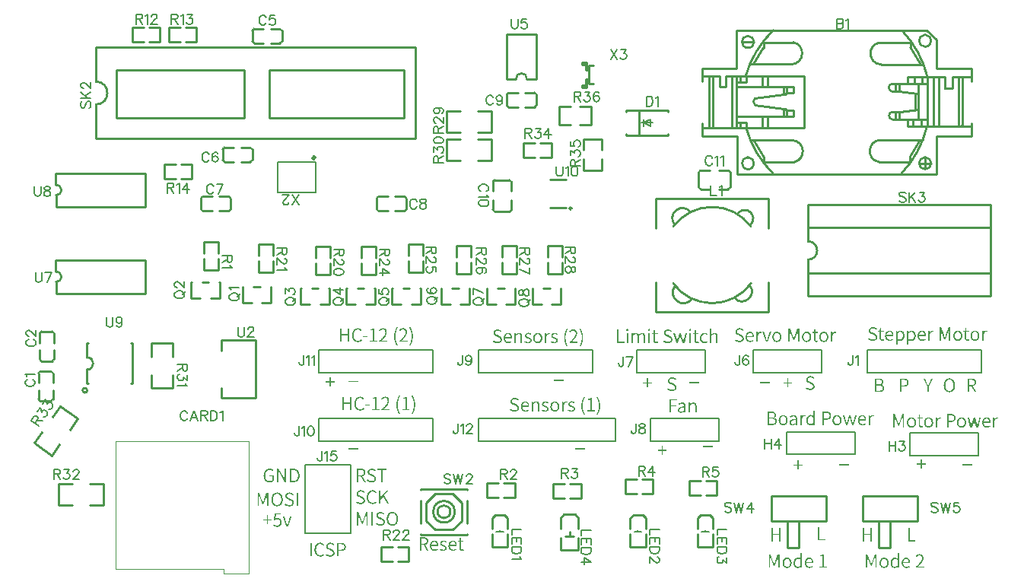
<source format=gto>
G04 Layer: TopSilkLayer*
G04 EasyEDA v6.3.53, 2020-07-07T17:09:39+02:00*
G04 a5cadded52d348ca89a3f83f906f7d41,10*
G04 Gerber Generator version 0.2*
G04 Scale: 100 percent, Rotated: No, Reflected: No *
G04 Dimensions in millimeters *
G04 leading zeros omitted , absolute positions ,3 integer and 3 decimal *
%FSLAX33Y33*%
%MOMM*%
G90*
G71D02*

%ADD10C,0.254000*%
%ADD12C,0.299999*%
%ADD47C,0.127000*%
%ADD48C,0.101600*%
%ADD49C,0.100000*%
%ADD50C,0.202997*%
%ADD51C,0.203200*%
%ADD52C,0.202999*%
%ADD53C,0.152400*%

%LPD*%
G54D47*
G01X69342Y50673D02*
G01X69342Y50292D01*
G01X70104Y50292D02*
G01X69342Y50673D01*
G01X70104Y50673D02*
G01X70104Y50292D01*
G01X69342Y50673D02*
G01X69342Y51054D01*
G01X70104Y51054D02*
G01X69342Y50673D01*
G01X70104Y50673D02*
G01X70104Y51054D01*
G01X70358Y50673D02*
G01X69088Y50673D01*
G54D10*
G01X68834Y49273D02*
G01X68834Y52072D01*
G01X67422Y52072D02*
G01X72023Y52072D01*
G01X67422Y49273D02*
G01X72023Y49273D01*
G01X67422Y52072D02*
G01X67422Y51904D01*
G01X67422Y49441D02*
G01X67422Y49273D01*
G01X72023Y52072D02*
G01X72023Y51904D01*
G01X72023Y49441D02*
G01X72023Y49273D01*
G54D48*
G01X10591Y15200D02*
G01X25400Y15200D01*
G54D49*
G01X22606Y990D02*
G01X22606Y493D01*
G54D48*
G01X25392Y492D02*
G01X22606Y493D01*
G01X10593Y992D02*
G01X22606Y990D01*
G01X10593Y15192D02*
G01X10593Y992D01*
G01X25392Y15192D02*
G01X25392Y492D01*
G54D10*
G01X77063Y3441D02*
G01X77063Y4914D01*
G01X75336Y3441D02*
G01X75336Y4914D01*
G01X75336Y3441D02*
G01X77063Y3441D01*
G01X77063Y5499D02*
G01X77063Y6667D01*
G01X75336Y5524D02*
G01X75336Y6667D01*
G01X75336Y6667D02*
G01X75692Y7023D01*
G01X76708Y7023D01*
G01X77063Y6667D01*
G54D50*
G01X75793Y5130D02*
G01X76581Y5130D01*
G01X76192Y5130D02*
G01X76192Y5306D01*
G54D10*
G01X54394Y40794D02*
G01X52794Y40794D01*
G01X54394Y44295D02*
G01X52793Y44295D01*
G01X52553Y42045D02*
G01X52553Y40995D01*
G01X54634Y42045D02*
G01X54634Y40995D01*
G01X52553Y43044D02*
G01X52553Y44094D01*
G01X54634Y43044D02*
G01X54634Y44094D01*
G01X54413Y44295D02*
G01X54394Y44295D01*
G01X54433Y44295D02*
G01X54394Y44295D01*
G01X52754Y44295D02*
G01X52793Y44295D01*
G01X54433Y40794D02*
G01X54394Y40794D01*
G01X52754Y40794D02*
G01X52794Y40794D01*
G01X78966Y45123D02*
G01X78966Y43523D01*
G01X75465Y45123D02*
G01X75465Y43522D01*
G01X77715Y43282D02*
G01X78765Y43282D01*
G01X77715Y45363D02*
G01X78765Y45363D01*
G01X76716Y43282D02*
G01X75666Y43282D01*
G01X76716Y45363D02*
G01X75666Y45363D01*
G01X75465Y45142D02*
G01X75465Y45123D01*
G01X75465Y45162D02*
G01X75465Y45123D01*
G01X75465Y43483D02*
G01X75465Y43522D01*
G01X78966Y45162D02*
G01X78966Y45123D01*
G01X78966Y43483D02*
G01X78966Y43523D01*
G01X47410Y51999D02*
G01X47410Y49600D01*
G01X50910Y49600D02*
G01X52410Y49600D01*
G01X50910Y51999D02*
G01X52410Y51999D01*
G01X48910Y49600D02*
G01X47410Y49600D01*
G01X48910Y51999D02*
G01X47410Y51999D01*
G01X52410Y51999D02*
G01X52410Y49600D01*
G01X52411Y46425D02*
G01X52411Y48824D01*
G01X48911Y48824D02*
G01X47411Y48824D01*
G01X48911Y46425D02*
G01X47411Y46425D01*
G01X50911Y48824D02*
G01X52411Y48824D01*
G01X50911Y46425D02*
G01X52411Y46425D01*
G01X47411Y46425D02*
G01X47411Y48824D01*
G01X61222Y52454D02*
G01X59971Y52454D01*
G01X61222Y50415D02*
G01X59971Y50415D01*
G01X62221Y52454D02*
G01X63472Y52454D01*
G01X62221Y50415D02*
G01X63472Y50415D01*
G01X59971Y52454D02*
G01X59971Y50415D01*
G01X63472Y52454D02*
G01X63472Y50415D01*
G01X60136Y6703D02*
G01X60137Y6703D01*
G01X60486Y7053D01*
G01X62037Y6703D02*
G01X62036Y6703D01*
G01X61687Y7053D01*
G01X62037Y4453D02*
G01X62037Y3103D01*
G01X60136Y4453D02*
G01X60136Y3103D01*
G01X62037Y5453D02*
G01X62037Y6703D01*
G01X60136Y5453D02*
G01X60136Y6703D01*
G01X62037Y3103D02*
G01X60136Y3103D01*
G01X61687Y7053D02*
G01X60486Y7053D01*
G01X61586Y4653D02*
G01X60587Y4653D01*
G01X61081Y4653D02*
G01X61081Y5152D01*
G01X69570Y3441D02*
G01X69570Y4914D01*
G01X67843Y3441D02*
G01X67843Y4914D01*
G01X67843Y3441D02*
G01X69570Y3441D01*
G01X69570Y5499D02*
G01X69570Y6667D01*
G01X67843Y5524D02*
G01X67843Y6667D01*
G01X67843Y6667D02*
G01X68199Y7023D01*
G01X69215Y7023D01*
G01X69570Y6667D01*
G54D50*
G01X68300Y5130D02*
G01X69088Y5130D01*
G01X68699Y5130D02*
G01X68699Y5306D01*
G54D51*
G01X32834Y46276D02*
G01X28634Y46276D01*
G01X28634Y42876D01*
G01X32834Y42876D01*
G01X32834Y46276D01*
G54D10*
G01X44567Y9915D02*
G01X49667Y9915D01*
G01X49666Y4816D02*
G01X44567Y4815D01*
G01X44567Y9915D02*
G01X44567Y9797D01*
G01X44567Y8634D02*
G01X44567Y6097D01*
G01X44567Y4934D02*
G01X44567Y4815D01*
G01X49667Y9915D02*
G01X49667Y9797D01*
G01X49667Y8634D02*
G01X49667Y6097D01*
G01X49667Y4934D02*
G01X49667Y4816D01*
G01X46117Y9365D02*
G01X48116Y9365D01*
G01X48116Y9365D01*
G01X49116Y8365D01*
G01X49116Y6366D01*
G01X48116Y5366D01*
G01X46117Y5366D01*
G01X45117Y6366D01*
G01X45117Y8365D01*
G01X45117Y8365D01*
G01X46117Y9365D01*
G01X54203Y3441D02*
G01X54203Y4914D01*
G01X52476Y3441D02*
G01X52476Y4914D01*
G01X52476Y3441D02*
G01X54203Y3441D01*
G01X54203Y5499D02*
G01X54203Y6667D01*
G01X52476Y5524D02*
G01X52476Y6667D01*
G01X52476Y6667D02*
G01X52832Y7023D01*
G01X53848Y7023D01*
G01X54203Y6667D01*
G54D50*
G01X52933Y5130D02*
G01X53721Y5130D01*
G01X53332Y5130D02*
G01X53332Y5306D01*
G54D10*
G01X70662Y42240D02*
G01X83261Y42240D01*
G01X70662Y29641D02*
G01X83261Y29641D01*
G01X70662Y42240D02*
G01X70662Y38922D01*
G01X70662Y32959D02*
G01X70662Y29641D01*
G01X83261Y42240D02*
G01X83261Y38922D01*
G01X83261Y32959D02*
G01X83261Y29641D01*
G01X64646Y47616D02*
G01X64646Y48867D01*
G01X62607Y47616D02*
G01X62607Y48867D01*
G01X64646Y46617D02*
G01X64646Y45366D01*
G01X62607Y46617D02*
G01X62607Y45366D01*
G01X64646Y48867D02*
G01X62607Y48867D01*
G01X64646Y45366D02*
G01X62607Y45366D01*
G01X55153Y55549D02*
G01X54053Y55549D01*
G01X54053Y60538D01*
G01X54053Y60538D02*
G01X57424Y60538D01*
G01X57424Y60538D02*
G01X57424Y55549D01*
G01X56333Y55549D01*
G01X43942Y59055D02*
G01X13462Y59055D01*
G01X43942Y48895D02*
G01X43942Y59055D01*
G01X13462Y48895D02*
G01X43942Y48895D01*
G01X8382Y59055D02*
G01X8382Y55245D01*
G01X8382Y48895D02*
G01X8382Y52705D01*
G01X13462Y59055D02*
G01X8382Y59055D01*
G01X10922Y48895D02*
G01X13462Y48895D01*
G01X10922Y48895D02*
G01X8382Y48895D01*
G01X27686Y56515D02*
G01X42672Y56515D01*
G01X42672Y51181D01*
G01X27686Y51181D01*
G01X27686Y56515D01*
G01X10668Y56515D02*
G01X24892Y56515D01*
G01X24892Y51181D01*
G01X10668Y51181D01*
G01X10668Y56515D01*
G01X16947Y26122D02*
G01X14548Y26122D01*
G01X14548Y22622D02*
G01X14548Y21122D01*
G01X16947Y22622D02*
G01X16947Y21122D01*
G01X14548Y24622D02*
G01X14548Y26122D01*
G01X16947Y24622D02*
G01X16947Y26122D01*
G01X16947Y21122D02*
G01X14548Y21122D01*
G01X4230Y10470D02*
G01X4230Y8071D01*
G01X7730Y8071D02*
G01X9230Y8071D01*
G01X7730Y10470D02*
G01X9230Y10470D01*
G01X5730Y8071D02*
G01X4230Y8071D01*
G01X5730Y10470D02*
G01X4230Y10470D01*
G01X9230Y10470D02*
G01X9230Y8071D01*
G01X1520Y15023D02*
G01X3486Y13646D01*
G01X5493Y16513D02*
G01X6353Y17742D01*
G01X3527Y17890D02*
G01X4387Y19119D01*
G01X4346Y14875D02*
G01X3486Y13646D01*
G01X2380Y16252D02*
G01X1520Y15023D01*
G01X4387Y19119D02*
G01X6353Y17742D01*
G01X27888Y30595D02*
G01X26870Y30595D01*
G01X24757Y32395D02*
G01X24688Y32395D01*
G01X26657Y32395D02*
G01X25920Y32395D01*
G01X27888Y32395D02*
G01X27820Y32395D01*
G01X24688Y30595D02*
G01X24688Y32395D01*
G01X27888Y30595D02*
G01X27888Y32395D01*
G01X25707Y30595D02*
G01X24688Y30595D01*
G01X34365Y30468D02*
G01X33347Y30468D01*
G01X31234Y32268D02*
G01X31165Y32268D01*
G01X33134Y32268D02*
G01X32397Y32268D01*
G01X34365Y32268D02*
G01X34297Y32268D01*
G01X31165Y30468D02*
G01X31165Y32268D01*
G01X34365Y30468D02*
G01X34365Y32268D01*
G01X32184Y30468D02*
G01X31165Y30468D01*
G01X39445Y30468D02*
G01X38427Y30468D01*
G01X36314Y32268D02*
G01X36245Y32268D01*
G01X38214Y32268D02*
G01X37477Y32268D01*
G01X39445Y32268D02*
G01X39377Y32268D01*
G01X36245Y30468D02*
G01X36245Y32268D01*
G01X39445Y30468D02*
G01X39445Y32268D01*
G01X37264Y30468D02*
G01X36245Y30468D01*
G01X44525Y30468D02*
G01X43507Y30468D01*
G01X41394Y32268D02*
G01X41325Y32268D01*
G01X43294Y32268D02*
G01X42557Y32268D01*
G01X44525Y32268D02*
G01X44457Y32268D01*
G01X41325Y30468D02*
G01X41325Y32268D01*
G01X44525Y30468D02*
G01X44525Y32268D01*
G01X42344Y30468D02*
G01X41325Y30468D01*
G01X49986Y30468D02*
G01X48968Y30468D01*
G01X46855Y32268D02*
G01X46786Y32268D01*
G01X48755Y32268D02*
G01X48018Y32268D01*
G01X49986Y32268D02*
G01X49918Y32268D01*
G01X46786Y30468D02*
G01X46786Y32268D01*
G01X49986Y30468D02*
G01X49986Y32268D01*
G01X47805Y30468D02*
G01X46786Y30468D01*
G01X55066Y30468D02*
G01X54048Y30468D01*
G01X51935Y32268D02*
G01X51866Y32268D01*
G01X53835Y32268D02*
G01X53098Y32268D01*
G01X55066Y32268D02*
G01X54998Y32268D01*
G01X51866Y30468D02*
G01X51866Y32268D01*
G01X55066Y30468D02*
G01X55066Y32268D01*
G01X52885Y30468D02*
G01X51866Y30468D01*
G01X60146Y30468D02*
G01X59128Y30468D01*
G01X57015Y32268D02*
G01X56946Y32268D01*
G01X58915Y32268D02*
G01X58178Y32268D01*
G01X60146Y32268D02*
G01X60078Y32268D01*
G01X56946Y30468D02*
G01X56946Y32268D01*
G01X60146Y30468D02*
G01X60146Y32268D01*
G01X57965Y30468D02*
G01X56946Y30468D01*
G01X22173Y31103D02*
G01X21155Y31103D01*
G01X19042Y32903D02*
G01X18973Y32903D01*
G01X20942Y32903D02*
G01X20205Y32903D01*
G01X22173Y32903D02*
G01X22105Y32903D01*
G01X18973Y31103D02*
G01X18973Y32903D01*
G01X22173Y31103D02*
G01X22173Y32903D01*
G01X19992Y31103D02*
G01X18973Y31103D01*
G01X23367Y42256D02*
G01X23367Y41056D01*
G01X21317Y42456D02*
G01X20317Y42456D01*
G01X21317Y40855D02*
G01X20317Y40855D01*
G01X22117Y42456D02*
G01X23116Y42456D01*
G01X22117Y40855D02*
G01X23116Y40855D01*
G01X20066Y42256D02*
G01X20066Y41056D01*
G01X20266Y42456D02*
G01X20317Y42456D01*
G01X20267Y40855D02*
G01X20317Y40855D01*
G01X23167Y42456D02*
G01X23116Y42456D01*
G01X23166Y40855D02*
G01X23116Y40855D01*
G01X39624Y41055D02*
G01X39624Y42255D01*
G01X41674Y40855D02*
G01X42674Y40855D01*
G01X41674Y42456D02*
G01X42674Y42456D01*
G01X40874Y40855D02*
G01X39875Y40855D01*
G01X40874Y42456D02*
G01X39875Y42456D01*
G01X42925Y41055D02*
G01X42925Y42255D01*
G01X42725Y40855D02*
G01X42674Y40855D01*
G01X42724Y42456D02*
G01X42674Y42456D01*
G01X39824Y40855D02*
G01X39875Y40855D01*
G01X39825Y42456D02*
G01X39875Y42456D01*
G01X34455Y36855D02*
G01X32854Y36855D01*
G01X32860Y35005D02*
G01X32860Y33755D01*
G01X34460Y35005D02*
G01X34460Y33755D01*
G01X32854Y35605D02*
G01X32854Y36855D01*
G01X34455Y35605D02*
G01X34455Y36855D01*
G01X34460Y33755D02*
G01X32860Y33755D01*
G01X26504Y34010D02*
G01X28105Y34010D01*
G01X28099Y35860D02*
G01X28099Y37110D01*
G01X26499Y35860D02*
G01X26499Y37110D01*
G01X28105Y35260D02*
G01X28105Y34010D01*
G01X26504Y35260D02*
G01X26504Y34010D01*
G01X26499Y37110D02*
G01X28099Y37110D01*
G01X39535Y36855D02*
G01X37934Y36855D01*
G01X37940Y35005D02*
G01X37940Y33755D01*
G01X39540Y35005D02*
G01X39540Y33755D01*
G01X37934Y35605D02*
G01X37934Y36855D01*
G01X39535Y35605D02*
G01X39535Y36855D01*
G01X39540Y33755D02*
G01X37940Y33755D01*
G01X44742Y37109D02*
G01X43141Y37109D01*
G01X43147Y35259D02*
G01X43147Y34009D01*
G01X44747Y35259D02*
G01X44747Y34009D01*
G01X43141Y35859D02*
G01X43141Y37109D01*
G01X44742Y35859D02*
G01X44742Y37109D01*
G01X44747Y34009D02*
G01X43147Y34009D01*
G01X50076Y36982D02*
G01X48475Y36982D01*
G01X48481Y35132D02*
G01X48481Y33882D01*
G01X50081Y35132D02*
G01X50081Y33882D01*
G01X48475Y35732D02*
G01X48475Y36982D01*
G01X50076Y35732D02*
G01X50076Y36982D01*
G01X50081Y33882D02*
G01X48481Y33882D01*
G01X55156Y36982D02*
G01X53555Y36982D01*
G01X53561Y35132D02*
G01X53561Y33882D01*
G01X55161Y35132D02*
G01X55161Y33882D01*
G01X53555Y35732D02*
G01X53555Y36982D01*
G01X55156Y35732D02*
G01X55156Y36982D01*
G01X55161Y33882D02*
G01X53561Y33882D01*
G01X60236Y36982D02*
G01X58635Y36982D01*
G01X58641Y35132D02*
G01X58641Y33882D01*
G01X60241Y35132D02*
G01X60241Y33882D01*
G01X58635Y35732D02*
G01X58635Y36982D01*
G01X60236Y35732D02*
G01X60236Y36982D01*
G01X60241Y33882D02*
G01X58641Y33882D01*
G01X22009Y37363D02*
G01X20408Y37363D01*
G01X20414Y35513D02*
G01X20414Y34263D01*
G01X22014Y35513D02*
G01X22014Y34263D01*
G01X20408Y36113D02*
G01X20408Y37363D01*
G01X22009Y36113D02*
G01X22009Y37363D01*
G01X22014Y34263D02*
G01X20414Y34263D01*
G01X51917Y10579D02*
G01X51917Y8978D01*
G01X53767Y8984D02*
G01X55017Y8984D01*
G01X53767Y10584D02*
G01X55017Y10584D01*
G01X53167Y8978D02*
G01X51917Y8978D01*
G01X53167Y10579D02*
G01X51917Y10579D01*
G01X55017Y10584D02*
G01X55017Y8984D01*
G01X59283Y10452D02*
G01X59283Y8851D01*
G01X61133Y8857D02*
G01X62383Y8857D01*
G01X61133Y10457D02*
G01X62383Y10457D01*
G01X60533Y8851D02*
G01X59283Y8851D01*
G01X60533Y10452D02*
G01X59283Y10452D01*
G01X62383Y10457D02*
G01X62383Y8857D01*
G01X67284Y10960D02*
G01X67284Y9359D01*
G01X69134Y9365D02*
G01X70384Y9365D01*
G01X69134Y10965D02*
G01X70384Y10965D01*
G01X68534Y9359D02*
G01X67284Y9359D01*
G01X68534Y10960D02*
G01X67284Y10960D01*
G01X70384Y10965D02*
G01X70384Y9365D01*
G01X74396Y10833D02*
G01X74396Y9232D01*
G01X76246Y9238D02*
G01X77496Y9238D01*
G01X76246Y10838D02*
G01X77496Y10838D01*
G01X75646Y9232D02*
G01X74396Y9232D01*
G01X75646Y10833D02*
G01X74396Y10833D01*
G01X77496Y10838D02*
G01X77496Y9238D01*
G54D51*
G01X36703Y12573D02*
G01X31623Y12573D01*
G01X31623Y4953D01*
G01X36703Y4953D01*
G01X36703Y12573D01*
G01X36703Y7704D01*
G54D10*
G01X7391Y22275D02*
G01X7391Y23190D01*
G01X7391Y24561D02*
G01X7391Y25476D01*
G01X7406Y26126D02*
G01X7521Y26126D01*
G01X12290Y26126D02*
G01X12405Y26126D01*
G01X12405Y21625D01*
G01X12290Y21625D01*
G01X7521Y21625D02*
G01X7406Y21625D01*
G01X7391Y25476D02*
G01X7391Y26126D01*
G01X7391Y22275D02*
G01X7391Y21625D01*
G01X98983Y46278D02*
G01X98983Y46863D01*
G01X82727Y46253D02*
G01X82727Y46837D01*
G01X99034Y59055D02*
G01X99034Y59639D01*
G01X82677Y59029D02*
G01X82677Y59613D01*
G01X82524Y59613D01*
G01X85979Y59613D01*
G01X102870Y54483D02*
G01X102870Y55753D01*
G01X100888Y55753D01*
G01X100888Y50266D01*
G01X98679Y50266D01*
G01X98679Y51028D01*
G01X98679Y55067D02*
G01X98679Y55753D01*
G01X99441Y55753D01*
G01X99441Y55016D01*
G01X100888Y55016D01*
G01X99568Y52104D02*
G01X99568Y53898D01*
G01X97358Y51028D02*
G01X97358Y51892D01*
G01X97886Y51892D01*
G01X99869Y52145D01*
G01X97790Y51028D02*
G01X97790Y51892D01*
G01X97358Y51892D02*
G01X97002Y51892D01*
G01X99923Y51028D02*
G01X97002Y51028D01*
G01X99844Y53899D02*
G01X97719Y54170D01*
G01X97764Y55016D02*
G01X97764Y54152D01*
G01X97332Y54152D01*
G01X97332Y55016D01*
G01X97332Y54152D02*
G01X96977Y54152D01*
G01X99898Y51104D02*
G01X99898Y55016D01*
G01X96977Y55016D01*
G01X100787Y51028D02*
G01X99339Y51028D01*
G01X99339Y50292D01*
G01X100253Y50317D02*
G01X100253Y51028D01*
G01X100355Y55041D02*
G01X100355Y55753D01*
G01X100888Y55753D02*
G01X99441Y55753D01*
G01X104800Y50419D02*
G01X104800Y55778D01*
G01X104394Y50241D02*
G01X104394Y55753D01*
G01X102184Y50292D02*
G01X102184Y55702D01*
G01X101574Y50266D02*
G01X101574Y55753D01*
G01X105763Y50239D02*
G01X100888Y50239D01*
G01X105816Y55778D02*
G01X103682Y55778D01*
G01X103682Y54508D01*
G01X102895Y54508D01*
G01X80060Y50063D02*
G01X80060Y50647D01*
G01X80772Y50160D02*
G01X80772Y50698D01*
G01X79629Y50698D01*
G01X82524Y50139D02*
G01X82524Y51282D01*
G01X83108Y50139D02*
G01X83108Y51282D01*
G01X83134Y54711D02*
G01X83134Y55854D01*
G01X82550Y54711D02*
G01X82550Y55854D01*
G01X101905Y56769D02*
G01X101905Y59918D01*
G01X100863Y60960D01*
G01X79705Y60960D01*
G01X79679Y60934D01*
G01X79679Y56743D01*
G01X75844Y56743D01*
G01X75844Y55295D01*
G01X105816Y55295D02*
G01X105816Y56743D01*
G01X101905Y56743D01*
G01X79730Y49174D02*
G01X75819Y49174D01*
G01X75819Y50622D01*
G01X105791Y50596D02*
G01X105791Y49174D01*
G01X101955Y49174D01*
G01X101955Y44983D01*
G01X101930Y44958D01*
G01X79730Y44958D01*
G01X79730Y49149D01*
G01X101320Y46151D02*
G01X100076Y46151D01*
G01X100660Y45516D02*
G01X100660Y46786D01*
G01X81610Y59664D02*
G01X80314Y59664D01*
G01X85801Y57175D02*
G01X81153Y57175D01*
G01X85902Y48717D02*
G01X81203Y48717D01*
G01X86080Y46278D02*
G01X82626Y46278D01*
G01X100457Y57150D02*
G01X95758Y57150D01*
G01X99034Y59588D02*
G01X95580Y59588D01*
G01X100380Y48742D02*
G01X95681Y48742D01*
G01X98958Y46304D02*
G01X95504Y46304D01*
G01X79629Y50114D02*
G01X79629Y55854D01*
G01X75819Y50038D02*
G01X75844Y50063D01*
G01X77851Y50063D01*
G01X78486Y50063D01*
G01X78867Y50063D01*
G01X87172Y50063D01*
G01X87223Y50114D01*
G01X87223Y55854D01*
G01X78892Y55854D01*
G01X78511Y55854D01*
G01X78511Y54660D01*
G01X77774Y54660D01*
G01X77774Y55854D01*
G01X75869Y55854D01*
G01X75844Y55880D01*
G01X77012Y50088D02*
G01X77012Y55854D01*
G01X76631Y50063D02*
G01X76631Y55854D01*
G01X79146Y50165D02*
G01X79146Y55778D01*
G01X80772Y55757D02*
G01X80772Y55219D01*
G01X79629Y55219D01*
G01X80060Y55270D02*
G01X80060Y55854D01*
G01X81711Y52654D02*
G01X84886Y52247D01*
G01X85090Y52247D01*
G01X85293Y52044D01*
G01X86055Y52044D01*
G01X86055Y51841D01*
G01X86055Y51333D01*
G01X79654Y51333D01*
G01X84886Y51358D02*
G01X84886Y52247D01*
G01X85242Y51333D02*
G01X85242Y52095D01*
G01X81711Y53390D02*
G01X84886Y53797D01*
G01X85090Y53797D01*
G01X85293Y54000D01*
G01X86055Y54000D01*
G01X86055Y54203D01*
G01X86055Y54711D01*
G01X79654Y54711D01*
G01X84886Y53797D02*
G01X84886Y54686D01*
G01X85242Y53949D02*
G01X85242Y54711D01*
G01X25781Y59724D02*
G01X25781Y60924D01*
G01X27831Y59524D02*
G01X28831Y59524D01*
G01X27831Y61125D02*
G01X28831Y61125D01*
G01X27031Y59524D02*
G01X26032Y59524D01*
G01X27031Y61125D02*
G01X26032Y61125D01*
G01X29082Y59724D02*
G01X29082Y60925D01*
G01X28882Y59524D02*
G01X28831Y59524D01*
G01X28881Y61125D02*
G01X28831Y61125D01*
G01X25981Y59524D02*
G01X26032Y59524D01*
G01X25982Y61125D02*
G01X26032Y61125D01*
G01X22480Y46516D02*
G01X22479Y47716D01*
G01X24529Y46317D02*
G01X25529Y46316D01*
G01X24529Y47917D02*
G01X25529Y47917D01*
G01X23729Y46316D02*
G01X22730Y46316D01*
G01X23729Y47917D02*
G01X22730Y47917D01*
G01X25780Y46516D02*
G01X25780Y47717D01*
G01X25580Y46316D02*
G01X25529Y46316D01*
G01X25580Y47917D02*
G01X25529Y47917D01*
G01X22679Y46317D02*
G01X22730Y46316D01*
G01X22680Y47917D02*
G01X22730Y47917D01*
G01X57403Y53813D02*
G01X57403Y52613D01*
G01X55353Y54013D02*
G01X54353Y54013D01*
G01X55353Y52412D02*
G01X54353Y52412D01*
G01X56153Y54013D02*
G01X57152Y54013D01*
G01X56153Y52412D02*
G01X57152Y52412D01*
G01X54102Y53813D02*
G01X54102Y52613D01*
G01X54302Y54013D02*
G01X54353Y54013D01*
G01X54303Y52412D02*
G01X54353Y52412D01*
G01X57203Y54013D02*
G01X57152Y54013D01*
G01X57202Y52412D02*
G01X57152Y52412D01*
G54D51*
G01X52832Y17780D02*
G01X50927Y17780D01*
G01X50927Y15240D01*
G01X66167Y15240D01*
G01X66167Y17780D01*
G54D52*
G01X66167Y17780D02*
G01X52832Y17780D01*
G54D10*
G01X58916Y44348D02*
G01X60716Y44348D01*
G01X58916Y41248D02*
G01X60716Y41248D01*
G01X3962Y31673D02*
G01X13865Y31673D01*
G01X13865Y35356D01*
G01X3914Y35356D01*
G01X3914Y35356D02*
G01X3914Y34112D01*
G01X3937Y32943D02*
G01X3937Y31673D01*
G01X3962Y41325D02*
G01X13865Y41325D01*
G01X13865Y45008D01*
G01X3914Y45008D01*
G01X3914Y45008D02*
G01X3914Y43764D01*
G01X3937Y42595D02*
G01X3937Y41325D01*
G01X83566Y6333D02*
G01X83566Y9127D01*
G01X89662Y9127D01*
G01X89662Y6333D01*
G01X83566Y6333D02*
G01X89662Y6333D01*
G01X85344Y6333D02*
G01X86643Y6333D01*
G01X86643Y3333D01*
G01X85344Y3333D01*
G01X85344Y6333D01*
G01X93726Y6333D02*
G01X93726Y9127D01*
G01X99822Y9127D01*
G01X99822Y6333D01*
G01X93726Y6333D02*
G01X99822Y6333D01*
G01X95504Y6333D02*
G01X96803Y6333D01*
G01X96803Y3333D01*
G01X95504Y3333D01*
G01X95504Y6333D01*
G01X15519Y59651D02*
G01X15519Y61252D01*
G01X13669Y61246D02*
G01X12419Y61246D01*
G01X13669Y59646D02*
G01X12419Y59646D01*
G01X14269Y61252D02*
G01X15519Y61252D01*
G01X14269Y59651D02*
G01X15519Y59651D01*
G01X12419Y59646D02*
G01X12419Y61246D01*
G01X16484Y61252D02*
G01X16484Y59651D01*
G01X18334Y59657D02*
G01X19584Y59657D01*
G01X18334Y61257D02*
G01X19584Y61257D01*
G01X17734Y59651D02*
G01X16484Y59651D01*
G01X17734Y61252D02*
G01X16484Y61252D01*
G01X19584Y61257D02*
G01X19584Y59657D01*
G01X19075Y44411D02*
G01X19075Y46012D01*
G01X17225Y46006D02*
G01X15975Y46006D01*
G01X17225Y44406D02*
G01X15975Y44406D01*
G01X17825Y46012D02*
G01X19075Y46012D01*
G01X17825Y44411D02*
G01X19075Y44411D01*
G01X15975Y44406D02*
G01X15975Y46006D01*
G01X40106Y3467D02*
G01X40106Y1866D01*
G01X41956Y1872D02*
G01X43206Y1872D01*
G01X41956Y3472D02*
G01X43206Y3472D01*
G01X41356Y1866D02*
G01X40106Y1866D01*
G01X41356Y3467D02*
G01X40106Y3467D01*
G01X43206Y3472D02*
G01X43206Y1872D01*
G01X55981Y48425D02*
G01X55981Y46824D01*
G01X57831Y46830D02*
G01X59081Y46830D01*
G01X57831Y48430D02*
G01X59081Y48430D01*
G01X57231Y46824D02*
G01X55981Y46824D01*
G01X57231Y48425D02*
G01X55981Y48425D01*
G01X59081Y48430D02*
G01X59081Y46830D01*
G01X107950Y41529D02*
G01X87630Y41529D01*
G01X87630Y31369D02*
G01X107950Y31369D01*
G01X107950Y41529D02*
G01X107950Y38989D01*
G01X87630Y41529D02*
G01X87630Y38989D01*
G01X87630Y31369D02*
G01X87630Y33909D01*
G01X87630Y38989D02*
G01X107950Y38989D01*
G01X87630Y38989D02*
G01X87630Y37465D01*
G01X107950Y38989D02*
G01X107950Y33909D01*
G01X87630Y33909D02*
G01X107950Y33909D01*
G01X87630Y33909D02*
G01X87630Y35433D01*
G01X107950Y33909D02*
G01X107950Y31369D01*
G54D51*
G01X83439Y25400D02*
G01X81534Y25400D01*
G01X81534Y22860D01*
G01X89154Y22860D01*
G01X89154Y25400D01*
G54D52*
G01X89154Y25400D02*
G01X83439Y25400D01*
G54D51*
G01X70485Y25400D02*
G01X68580Y25400D01*
G01X68580Y22860D01*
G01X76200Y22860D01*
G01X76200Y25400D01*
G54D52*
G01X76200Y25400D02*
G01X70485Y25400D01*
G54D51*
G01X72009Y17780D02*
G01X70104Y17780D01*
G01X70104Y15239D01*
G01X77724Y15240D01*
G01X77724Y17780D01*
G54D52*
G01X77724Y17780D02*
G01X72009Y17780D01*
G54D51*
G01X96139Y25400D02*
G01X94234Y25400D01*
G01X94234Y22860D01*
G01X106934Y22860D01*
G01X106934Y25400D01*
G54D52*
G01X106934Y25400D02*
G01X96139Y25400D01*
G54D51*
G01X52832Y25400D02*
G01X50927Y25400D01*
G01X50927Y22860D01*
G01X63627Y22860D01*
G01X63627Y25400D01*
G54D52*
G01X63627Y25400D02*
G01X52832Y25400D01*
G54D51*
G01X35052Y17780D02*
G01X33147Y17780D01*
G01X33147Y15240D01*
G01X45847Y15240D01*
G01X45847Y17780D01*
G54D52*
G01X45847Y17780D02*
G01X35052Y17780D01*
G54D51*
G01X35052Y25400D02*
G01X33147Y25400D01*
G01X33147Y22860D01*
G01X45847Y22860D01*
G01X45847Y25400D01*
G54D52*
G01X45847Y25400D02*
G01X35052Y25400D01*
G54D10*
G01X63257Y55007D02*
G01X63257Y57006D01*
G01X63246Y55245D02*
G01X62992Y55245D01*
G01X62992Y54610D01*
G01X62484Y54610D01*
G01X62484Y54864D01*
G01X62865Y54864D01*
G01X62865Y55499D01*
G01X63246Y55499D01*
G01X63246Y56769D02*
G01X62992Y56769D01*
G01X62992Y57404D01*
G01X62484Y57404D01*
G01X62484Y57150D01*
G01X62865Y57150D01*
G01X62865Y56515D01*
G01X63246Y56515D01*
G01X63257Y55007D02*
G01X63776Y55007D01*
G01X63257Y57006D02*
G01X63776Y57006D01*
G01X63257Y55208D02*
G01X63257Y57006D01*
G54D51*
G01X104013Y16129D02*
G01X106553Y16129D01*
G01X106553Y13614D01*
G01X98933Y13614D01*
G01X98933Y16129D01*
G01X104013Y16129D01*
G01X90297Y16256D02*
G01X92837Y16256D01*
G01X92837Y13741D01*
G01X85217Y13741D01*
G01X85217Y16256D01*
G01X90297Y16256D01*
G54D10*
G01X26182Y20041D02*
G01X22382Y20041D01*
G01X22382Y26440D02*
G01X26182Y26440D01*
G01X22382Y26440D02*
G01X22382Y25316D01*
G01X22382Y21165D02*
G01X22382Y20041D01*
G01X26182Y26440D02*
G01X26182Y20041D01*
G01X2193Y22986D02*
G01X3393Y22986D01*
G01X1993Y20936D02*
G01X1993Y19936D01*
G01X3594Y20936D02*
G01X3594Y19936D01*
G01X1993Y21736D02*
G01X1993Y22735D01*
G01X3594Y21736D02*
G01X3594Y22735D01*
G01X2193Y19685D02*
G01X3393Y19685D01*
G01X1993Y19885D02*
G01X1993Y19936D01*
G01X3594Y19886D02*
G01X3594Y19936D01*
G01X1993Y22786D02*
G01X1993Y22735D01*
G01X3594Y22785D02*
G01X3594Y22735D01*
G01X2320Y27431D02*
G01X3520Y27431D01*
G01X2120Y25381D02*
G01X2120Y24381D01*
G01X3721Y25381D02*
G01X3721Y24381D01*
G01X2120Y26181D02*
G01X2120Y27180D01*
G01X3721Y26181D02*
G01X3721Y27180D01*
G01X2320Y24130D02*
G01X3520Y24130D01*
G01X2120Y24330D02*
G01X2120Y24381D01*
G01X3721Y24331D02*
G01X3721Y24381D01*
G01X2120Y27231D02*
G01X2120Y27180D01*
G01X3721Y27230D02*
G01X3721Y27180D01*

%LPD*%
G36*
G01X71490Y14716D02*
G01X71356Y14716D01*
G01X71356Y14272D01*
G01X70942Y14272D01*
G01X70942Y14147D01*
G01X71356Y14147D01*
G01X71356Y13700D01*
G01X71490Y13700D01*
G01X71490Y14147D01*
G01X71904Y14147D01*
G01X71904Y14272D01*
G01X71490Y14272D01*
G01X71490Y14716D01*
G37*

%LPD*%

%LPD*%
G36*
G01X44858Y4536D02*
G01X44404Y4536D01*
G01X44404Y3048D01*
G01X44571Y3048D01*
G01X44571Y3690D01*
G01X44851Y3690D01*
G01X45222Y3048D01*
G01X45410Y3048D01*
G01X45026Y3705D01*
G01X45077Y3719D01*
G01X45125Y3737D01*
G01X45169Y3758D01*
G01X45209Y3783D01*
G01X45246Y3812D01*
G01X45278Y3844D01*
G01X45305Y3881D01*
G01X45329Y3921D01*
G01X45347Y3965D01*
G01X45360Y4013D01*
G01X45369Y4066D01*
G01X45372Y4122D01*
G01X45367Y4194D01*
G01X45355Y4259D01*
G01X45334Y4315D01*
G01X45305Y4365D01*
G01X45270Y4407D01*
G01X45228Y4443D01*
G01X45180Y4473D01*
G01X45126Y4496D01*
G01X45066Y4514D01*
G01X45001Y4526D01*
G01X44932Y4533D01*
G01X44858Y4536D01*
G37*

%LPC*%
G36*
G01X44831Y4399D02*
G01X44571Y4399D01*
G01X44571Y3827D01*
G01X44831Y3827D01*
G01X44916Y3832D01*
G01X44991Y3846D01*
G01X45055Y3868D01*
G01X45108Y3900D01*
G01X45150Y3942D01*
G01X45179Y3992D01*
G01X45198Y4052D01*
G01X45204Y4122D01*
G01X45198Y4192D01*
G01X45179Y4251D01*
G01X45150Y4299D01*
G01X45108Y4337D01*
G01X45055Y4365D01*
G01X44991Y4384D01*
G01X44916Y4395D01*
G01X44831Y4399D01*
G37*

%LPD*%
G36*
G01X48986Y4455D02*
G01X48846Y4455D01*
G01X48826Y4145D01*
G01X48653Y4135D01*
G01X48653Y4008D01*
G01X48821Y4008D01*
G01X48821Y3378D01*
G01X48824Y3301D01*
G01X48836Y3232D01*
G01X48856Y3171D01*
G01X48886Y3120D01*
G01X48927Y3078D01*
G01X48979Y3048D01*
G01X49044Y3029D01*
G01X49123Y3022D01*
G01X49171Y3026D01*
G01X49221Y3035D01*
G01X49271Y3048D01*
G01X49319Y3063D01*
G01X49286Y3187D01*
G01X49257Y3176D01*
G01X49224Y3166D01*
G01X49191Y3159D01*
G01X49159Y3157D01*
G01X49076Y3171D01*
G01X49023Y3214D01*
G01X48995Y3282D01*
G01X48986Y3373D01*
G01X48986Y4008D01*
G01X49288Y4008D01*
G01X49288Y4145D01*
G01X48986Y4145D01*
G01X48986Y4455D01*
G37*

%LPD*%
G36*
G01X48168Y4169D02*
G01X48102Y4173D01*
G01X48055Y4170D01*
G01X48008Y4163D01*
G01X47962Y4150D01*
G01X47918Y4133D01*
G01X47876Y4111D01*
G01X47835Y4084D01*
G01X47797Y4053D01*
G01X47762Y4018D01*
G01X47729Y3978D01*
G01X47700Y3935D01*
G01X47674Y3887D01*
G01X47652Y3836D01*
G01X47635Y3782D01*
G01X47622Y3723D01*
G01X47614Y3661D01*
G01X47612Y3596D01*
G01X47614Y3530D01*
G01X47622Y3468D01*
G01X47635Y3409D01*
G01X47652Y3354D01*
G01X47674Y3303D01*
G01X47700Y3256D01*
G01X47730Y3213D01*
G01X47764Y3174D01*
G01X47800Y3139D01*
G01X47840Y3108D01*
G01X47884Y3083D01*
G01X47929Y3061D01*
G01X47977Y3044D01*
G01X48027Y3032D01*
G01X48079Y3025D01*
G01X48133Y3022D01*
G01X48188Y3025D01*
G01X48240Y3031D01*
G01X48288Y3041D01*
G01X48334Y3055D01*
G01X48376Y3072D01*
G01X48416Y3091D01*
G01X48455Y3112D01*
G01X48491Y3134D01*
G01X48430Y3243D01*
G01X48367Y3205D01*
G01X48301Y3178D01*
G01X48230Y3160D01*
G01X48153Y3154D01*
G01X48099Y3158D01*
G01X48049Y3167D01*
G01X48002Y3183D01*
G01X47959Y3205D01*
G01X47921Y3233D01*
G01X47886Y3266D01*
G01X47856Y3304D01*
G01X47830Y3347D01*
G01X47809Y3394D01*
G01X47793Y3446D01*
G01X47782Y3501D01*
G01X47777Y3561D01*
G01X48526Y3561D01*
G01X48530Y3581D01*
G01X48532Y3605D01*
G01X48533Y3632D01*
G01X48534Y3660D01*
G01X48531Y3736D01*
G01X48521Y3808D01*
G01X48505Y3874D01*
G01X48483Y3934D01*
G01X48455Y3988D01*
G01X48421Y4035D01*
G01X48381Y4076D01*
G01X48336Y4110D01*
G01X48285Y4137D01*
G01X48229Y4157D01*
G01X48168Y4169D01*
G37*

%LPC*%
G36*
G01X48166Y4033D02*
G01X48102Y4038D01*
G01X48042Y4032D01*
G01X47986Y4014D01*
G01X47933Y3985D01*
G01X47886Y3944D01*
G01X47845Y3893D01*
G01X47812Y3832D01*
G01X47789Y3762D01*
G01X47774Y3683D01*
G01X48387Y3683D01*
G01X48381Y3765D01*
G01X48367Y3836D01*
G01X48344Y3898D01*
G01X48312Y3948D01*
G01X48271Y3987D01*
G01X48222Y4015D01*
G01X48166Y4033D01*
G37*

%LPD*%
G36*
G01X47159Y4163D02*
G01X47063Y4173D01*
G01X46978Y4167D01*
G01X46904Y4149D01*
G01X46840Y4121D01*
G01X46787Y4084D01*
G01X46745Y4039D01*
G01X46715Y3986D01*
G01X46696Y3928D01*
G01X46690Y3865D01*
G01X46697Y3801D01*
G01X46718Y3746D01*
G01X46751Y3699D01*
G01X46793Y3659D01*
G01X46843Y3626D01*
G01X46898Y3597D01*
G01X46955Y3572D01*
G01X47015Y3550D01*
G01X47061Y3533D01*
G01X47106Y3514D01*
G01X47149Y3493D01*
G01X47188Y3469D01*
G01X47221Y3442D01*
G01X47247Y3411D01*
G01X47263Y3376D01*
G01X47269Y3335D01*
G01X47255Y3263D01*
G01X47213Y3205D01*
G01X47142Y3166D01*
G01X47043Y3152D01*
G01X46945Y3161D01*
G01X46860Y3188D01*
G01X46783Y3230D01*
G01X46710Y3284D01*
G01X46629Y3172D01*
G01X46669Y3141D01*
G01X46713Y3112D01*
G01X46761Y3087D01*
G01X46812Y3065D01*
G01X46866Y3047D01*
G01X46920Y3033D01*
G01X46977Y3025D01*
G01X47035Y3022D01*
G01X47125Y3029D01*
G01X47204Y3048D01*
G01X47271Y3077D01*
G01X47327Y3117D01*
G01X47372Y3164D01*
G01X47403Y3218D01*
G01X47422Y3278D01*
G01X47429Y3342D01*
G01X47421Y3414D01*
G01X47398Y3474D01*
G01X47363Y3523D01*
G01X47319Y3564D01*
G01X47266Y3598D01*
G01X47209Y3628D01*
G01X47149Y3654D01*
G01X47089Y3677D01*
G01X46999Y3712D01*
G01X46922Y3752D01*
G01X46870Y3804D01*
G01X46850Y3876D01*
G01X46863Y3939D01*
G01X46901Y3991D01*
G01X46968Y4027D01*
G01X47063Y4041D01*
G01X47134Y4033D01*
G01X47197Y4012D01*
G01X47257Y3982D01*
G01X47315Y3944D01*
G01X47396Y4051D01*
G01X47327Y4099D01*
G01X47248Y4138D01*
G01X47159Y4163D01*
G37*

%LPD*%
G36*
G01X46111Y4169D02*
G01X46045Y4173D01*
G01X45998Y4170D01*
G01X45951Y4163D01*
G01X45906Y4150D01*
G01X45862Y4133D01*
G01X45820Y4111D01*
G01X45779Y4084D01*
G01X45741Y4053D01*
G01X45705Y4018D01*
G01X45673Y3978D01*
G01X45643Y3935D01*
G01X45617Y3887D01*
G01X45596Y3836D01*
G01X45578Y3782D01*
G01X45565Y3723D01*
G01X45557Y3661D01*
G01X45554Y3596D01*
G01X45557Y3530D01*
G01X45565Y3468D01*
G01X45578Y3409D01*
G01X45595Y3354D01*
G01X45617Y3303D01*
G01X45643Y3256D01*
G01X45673Y3213D01*
G01X45706Y3174D01*
G01X45743Y3139D01*
G01X45783Y3108D01*
G01X45826Y3083D01*
G01X45871Y3061D01*
G01X45920Y3044D01*
G01X45969Y3032D01*
G01X46022Y3025D01*
G01X46075Y3022D01*
G01X46130Y3025D01*
G01X46182Y3031D01*
G01X46231Y3041D01*
G01X46276Y3055D01*
G01X46319Y3072D01*
G01X46360Y3091D01*
G01X46399Y3112D01*
G01X46436Y3134D01*
G01X46375Y3243D01*
G01X46312Y3205D01*
G01X46245Y3178D01*
G01X46173Y3160D01*
G01X46095Y3154D01*
G01X46042Y3158D01*
G01X45992Y3167D01*
G01X45946Y3183D01*
G01X45903Y3205D01*
G01X45864Y3233D01*
G01X45829Y3266D01*
G01X45799Y3304D01*
G01X45773Y3347D01*
G01X45752Y3394D01*
G01X45736Y3446D01*
G01X45725Y3501D01*
G01X45720Y3561D01*
G01X46469Y3561D01*
G01X46473Y3581D01*
G01X46475Y3605D01*
G01X46476Y3632D01*
G01X46476Y3660D01*
G01X46473Y3736D01*
G01X46464Y3808D01*
G01X46447Y3874D01*
G01X46426Y3934D01*
G01X46397Y3988D01*
G01X46364Y4035D01*
G01X46324Y4076D01*
G01X46278Y4110D01*
G01X46228Y4137D01*
G01X46172Y4157D01*
G01X46111Y4169D01*
G37*

%LPC*%
G36*
G01X46111Y4033D02*
G01X46047Y4038D01*
G01X45987Y4032D01*
G01X45930Y4014D01*
G01X45877Y3985D01*
G01X45830Y3944D01*
G01X45789Y3893D01*
G01X45756Y3832D01*
G01X45731Y3762D01*
G01X45717Y3683D01*
G01X46332Y3683D01*
G01X46327Y3765D01*
G01X46312Y3836D01*
G01X46288Y3898D01*
G01X46256Y3948D01*
G01X46215Y3987D01*
G01X46167Y4015D01*
G01X46111Y4033D01*
G37*

%LPD*%

%LPD*%
G36*
G01X38613Y26921D02*
G01X38097Y26921D01*
G01X38097Y26791D01*
G01X38613Y26791D01*
G01X38613Y26921D01*
G37*

%LPD*%
G36*
G01X42636Y27799D02*
G01X42572Y27802D01*
G01X42505Y27798D01*
G01X42443Y27787D01*
G01X42385Y27768D01*
G01X42332Y27742D01*
G01X42280Y27711D01*
G01X42232Y27674D01*
G01X42184Y27631D01*
G01X42138Y27584D01*
G01X42237Y27492D01*
G01X42270Y27529D01*
G01X42305Y27562D01*
G01X42342Y27592D01*
G01X42381Y27617D01*
G01X42422Y27638D01*
G01X42464Y27655D01*
G01X42509Y27664D01*
G01X42555Y27668D01*
G01X42622Y27662D01*
G01X42680Y27644D01*
G01X42729Y27617D01*
G01X42768Y27580D01*
G01X42799Y27535D01*
G01X42820Y27482D01*
G01X42833Y27424D01*
G01X42837Y27360D01*
G01X42835Y27322D01*
G01X42830Y27282D01*
G01X42822Y27242D01*
G01X42811Y27200D01*
G01X42796Y27158D01*
G01X42778Y27116D01*
G01X42757Y27071D01*
G01X42732Y27026D01*
G01X42704Y26980D01*
G01X42672Y26933D01*
G01X42636Y26884D01*
G01X42597Y26835D01*
G01X42554Y26784D01*
G01X42507Y26732D01*
G01X42457Y26678D01*
G01X42403Y26623D01*
G01X42345Y26566D01*
G01X42283Y26508D01*
G01X42218Y26449D01*
G01X42148Y26388D01*
G01X42148Y26289D01*
G01X43070Y26289D01*
G01X43070Y26431D01*
G01X42644Y26431D01*
G01X42585Y26430D01*
G01X42523Y26427D01*
G01X42460Y26423D01*
G01X42400Y26418D01*
G01X42453Y26469D01*
G01X42505Y26520D01*
G01X42554Y26570D01*
G01X42601Y26620D01*
G01X42647Y26668D01*
G01X42689Y26717D01*
G01X42730Y26766D01*
G01X42768Y26813D01*
G01X42803Y26861D01*
G01X42836Y26908D01*
G01X42866Y26955D01*
G01X42893Y27002D01*
G01X42917Y27048D01*
G01X42938Y27094D01*
G01X42956Y27140D01*
G01X42972Y27186D01*
G01X42983Y27232D01*
G01X42992Y27277D01*
G01X42998Y27323D01*
G01X42999Y27368D01*
G01X42996Y27432D01*
G01X42986Y27492D01*
G01X42970Y27547D01*
G01X42947Y27598D01*
G01X42919Y27644D01*
G01X42885Y27684D01*
G01X42845Y27719D01*
G01X42801Y27748D01*
G01X42751Y27772D01*
G01X42696Y27789D01*
G01X42636Y27799D01*
G37*

%LPD*%
G36*
G01X40394Y27799D02*
G01X40330Y27802D01*
G01X40264Y27798D01*
G01X40202Y27787D01*
G01X40144Y27768D01*
G01X40090Y27742D01*
G01X40039Y27711D01*
G01X39990Y27674D01*
G01X39943Y27631D01*
G01X39898Y27584D01*
G01X39994Y27492D01*
G01X40028Y27529D01*
G01X40063Y27562D01*
G01X40100Y27592D01*
G01X40139Y27617D01*
G01X40179Y27638D01*
G01X40222Y27655D01*
G01X40266Y27664D01*
G01X40312Y27668D01*
G01X40379Y27662D01*
G01X40437Y27644D01*
G01X40486Y27617D01*
G01X40525Y27580D01*
G01X40556Y27535D01*
G01X40577Y27482D01*
G01X40590Y27424D01*
G01X40594Y27360D01*
G01X40592Y27322D01*
G01X40587Y27282D01*
G01X40580Y27242D01*
G01X40568Y27200D01*
G01X40554Y27158D01*
G01X40535Y27116D01*
G01X40514Y27071D01*
G01X40489Y27026D01*
G01X40461Y26980D01*
G01X40429Y26933D01*
G01X40394Y26884D01*
G01X40355Y26835D01*
G01X40312Y26784D01*
G01X40266Y26732D01*
G01X40215Y26678D01*
G01X40161Y26623D01*
G01X40104Y26566D01*
G01X40043Y26508D01*
G01X39977Y26449D01*
G01X39908Y26388D01*
G01X39908Y26289D01*
G01X40827Y26289D01*
G01X40827Y26431D01*
G01X40401Y26431D01*
G01X40343Y26430D01*
G01X40282Y26427D01*
G01X40219Y26423D01*
G01X40157Y26418D01*
G01X40211Y26469D01*
G01X40263Y26520D01*
G01X40312Y26570D01*
G01X40360Y26620D01*
G01X40405Y26668D01*
G01X40447Y26717D01*
G01X40488Y26766D01*
G01X40526Y26813D01*
G01X40561Y26861D01*
G01X40594Y26908D01*
G01X40624Y26955D01*
G01X40651Y27002D01*
G01X40675Y27048D01*
G01X40696Y27094D01*
G01X40714Y27140D01*
G01X40729Y27186D01*
G01X40741Y27232D01*
G01X40749Y27277D01*
G01X40755Y27323D01*
G01X40756Y27368D01*
G01X40753Y27432D01*
G01X40743Y27492D01*
G01X40727Y27547D01*
G01X40705Y27598D01*
G01X40676Y27644D01*
G01X40642Y27684D01*
G01X40602Y27719D01*
G01X40558Y27748D01*
G01X40508Y27772D01*
G01X40453Y27789D01*
G01X40394Y27799D01*
G37*

%LPD*%
G36*
G01X39380Y27777D02*
G01X39253Y27777D01*
G01X39192Y27743D01*
G01X39122Y27715D01*
G01X39043Y27693D01*
G01X38953Y27675D01*
G01X38953Y27566D01*
G01X39215Y27566D01*
G01X39215Y26426D01*
G01X38882Y26426D01*
G01X38882Y26289D01*
G01X39682Y26289D01*
G01X39682Y26426D01*
G01X39380Y26426D01*
G01X39380Y27777D01*
G37*

%LPD*%
G36*
G01X35681Y27777D02*
G01X35514Y27777D01*
G01X35514Y26289D01*
G01X35681Y26289D01*
G01X35681Y27000D01*
G01X36398Y27000D01*
G01X36398Y26289D01*
G01X36568Y26289D01*
G01X36568Y27777D01*
G01X36398Y27777D01*
G01X36398Y27147D01*
G01X35681Y27147D01*
G01X35681Y27777D01*
G37*

%LPD*%
G36*
G01X37611Y27798D02*
G01X37546Y27802D01*
G01X37490Y27800D01*
G01X37436Y27794D01*
G01X37384Y27783D01*
G01X37333Y27768D01*
G01X37285Y27749D01*
G01X37239Y27726D01*
G01X37195Y27700D01*
G01X37154Y27669D01*
G01X37114Y27635D01*
G01X37078Y27597D01*
G01X37045Y27555D01*
G01X37014Y27510D01*
G01X36987Y27461D01*
G01X36963Y27410D01*
G01X36942Y27354D01*
G01X36925Y27296D01*
G01X36911Y27235D01*
G01X36901Y27170D01*
G01X36895Y27103D01*
G01X36893Y27033D01*
G01X36895Y26962D01*
G01X36901Y26894D01*
G01X36911Y26829D01*
G01X36924Y26768D01*
G01X36941Y26709D01*
G01X36962Y26654D01*
G01X36985Y26602D01*
G01X37012Y26553D01*
G01X37042Y26508D01*
G01X37075Y26467D01*
G01X37110Y26429D01*
G01X37149Y26395D01*
G01X37189Y26365D01*
G01X37232Y26338D01*
G01X37278Y26315D01*
G01X37325Y26297D01*
G01X37375Y26282D01*
G01X37426Y26272D01*
G01X37479Y26265D01*
G01X37533Y26263D01*
G01X37603Y26267D01*
G01X37669Y26277D01*
G01X37731Y26295D01*
G01X37789Y26318D01*
G01X37843Y26348D01*
G01X37893Y26385D01*
G01X37941Y26428D01*
G01X37985Y26476D01*
G01X37891Y26581D01*
G01X37854Y26542D01*
G01X37816Y26508D01*
G01X37776Y26479D01*
G01X37734Y26455D01*
G01X37690Y26435D01*
G01X37643Y26422D01*
G01X37594Y26413D01*
G01X37541Y26410D01*
G01X37487Y26413D01*
G01X37437Y26422D01*
G01X37388Y26435D01*
G01X37343Y26454D01*
G01X37301Y26478D01*
G01X37262Y26507D01*
G01X37226Y26540D01*
G01X37194Y26579D01*
G01X37165Y26622D01*
G01X37139Y26669D01*
G01X37117Y26720D01*
G01X37099Y26776D01*
G01X37085Y26835D01*
G01X37074Y26898D01*
G01X37068Y26965D01*
G01X37066Y27035D01*
G01X37068Y27105D01*
G01X37074Y27172D01*
G01X37085Y27235D01*
G01X37100Y27294D01*
G01X37119Y27349D01*
G01X37141Y27400D01*
G01X37167Y27447D01*
G01X37197Y27489D01*
G01X37230Y27527D01*
G01X37267Y27560D01*
G01X37306Y27588D01*
G01X37349Y27612D01*
G01X37394Y27631D01*
G01X37442Y27644D01*
G01X37492Y27652D01*
G01X37546Y27655D01*
G01X37639Y27644D01*
G01X37722Y27615D01*
G01X37794Y27570D01*
G01X37856Y27513D01*
G01X37950Y27622D01*
G01X37915Y27657D01*
G01X37875Y27690D01*
G01X37831Y27721D01*
G01X37783Y27747D01*
G01X37730Y27770D01*
G01X37673Y27788D01*
G01X37611Y27798D01*
G37*

%LPD*%
G36*
G01X43392Y27890D02*
G01X43357Y27947D01*
G01X43256Y27899D01*
G01X43288Y27844D01*
G01X43317Y27788D01*
G01X43345Y27731D01*
G01X43371Y27672D01*
G01X43394Y27613D01*
G01X43416Y27553D01*
G01X43436Y27492D01*
G01X43453Y27430D01*
G01X43469Y27368D01*
G01X43482Y27305D01*
G01X43494Y27242D01*
G01X43503Y27178D01*
G01X43511Y27113D01*
G01X43516Y27048D01*
G01X43519Y26983D01*
G01X43520Y26918D01*
G01X43519Y26853D01*
G01X43516Y26788D01*
G01X43511Y26723D01*
G01X43503Y26659D01*
G01X43494Y26595D01*
G01X43482Y26532D01*
G01X43469Y26469D01*
G01X43453Y26406D01*
G01X43436Y26344D01*
G01X43416Y26284D01*
G01X43394Y26223D01*
G01X43371Y26165D01*
G01X43345Y26106D01*
G01X43317Y26049D01*
G01X43288Y25993D01*
G01X43256Y25938D01*
G01X43357Y25890D01*
G01X43392Y25947D01*
G01X43424Y26004D01*
G01X43455Y26062D01*
G01X43483Y26121D01*
G01X43510Y26181D01*
G01X43535Y26242D01*
G01X43557Y26304D01*
G01X43578Y26367D01*
G01X43596Y26431D01*
G01X43612Y26496D01*
G01X43626Y26563D01*
G01X43637Y26631D01*
G01X43645Y26700D01*
G01X43652Y26772D01*
G01X43655Y26844D01*
G01X43657Y26918D01*
G01X43655Y26993D01*
G01X43652Y27065D01*
G01X43645Y27135D01*
G01X43637Y27205D01*
G01X43626Y27273D01*
G01X43612Y27340D01*
G01X43596Y27405D01*
G01X43578Y27469D01*
G01X43557Y27532D01*
G01X43535Y27594D01*
G01X43510Y27655D01*
G01X43483Y27715D01*
G01X43455Y27774D01*
G01X43424Y27832D01*
G01X43392Y27890D01*
G37*

%LPD*%
G36*
G01X41976Y27899D02*
G01X41874Y27947D01*
G01X41839Y27890D01*
G01X41807Y27832D01*
G01X41776Y27774D01*
G01X41748Y27715D01*
G01X41721Y27655D01*
G01X41697Y27594D01*
G01X41674Y27532D01*
G01X41653Y27469D01*
G01X41635Y27405D01*
G01X41619Y27340D01*
G01X41606Y27273D01*
G01X41595Y27205D01*
G01X41586Y27135D01*
G01X41579Y27065D01*
G01X41576Y26993D01*
G01X41574Y26918D01*
G01X41576Y26844D01*
G01X41579Y26772D01*
G01X41586Y26700D01*
G01X41595Y26631D01*
G01X41606Y26563D01*
G01X41619Y26496D01*
G01X41635Y26431D01*
G01X41653Y26367D01*
G01X41674Y26304D01*
G01X41697Y26242D01*
G01X41721Y26181D01*
G01X41748Y26121D01*
G01X41776Y26062D01*
G01X41807Y26004D01*
G01X41839Y25947D01*
G01X41874Y25890D01*
G01X41976Y25938D01*
G01X41944Y25993D01*
G01X41914Y26049D01*
G01X41886Y26106D01*
G01X41860Y26165D01*
G01X41837Y26223D01*
G01X41815Y26284D01*
G01X41795Y26344D01*
G01X41778Y26406D01*
G01X41762Y26469D01*
G01X41749Y26532D01*
G01X41737Y26595D01*
G01X41728Y26659D01*
G01X41721Y26723D01*
G01X41715Y26788D01*
G01X41712Y26853D01*
G01X41711Y26918D01*
G01X41712Y26983D01*
G01X41715Y27048D01*
G01X41721Y27113D01*
G01X41728Y27178D01*
G01X41737Y27242D01*
G01X41749Y27305D01*
G01X41762Y27368D01*
G01X41778Y27430D01*
G01X41795Y27492D01*
G01X41815Y27553D01*
G01X41837Y27613D01*
G01X41860Y27672D01*
G01X41886Y27731D01*
G01X41914Y27788D01*
G01X41944Y27844D01*
G01X41976Y27899D01*
G37*

%LPD*%

%LPD*%
G36*
G01X34533Y22336D02*
G01X34399Y22336D01*
G01X34399Y21892D01*
G01X33985Y21892D01*
G01X33985Y21767D01*
G01X34399Y21767D01*
G01X34399Y21320D01*
G01X34533Y21320D01*
G01X34533Y21767D01*
G01X34947Y21767D01*
G01X34947Y21892D01*
G01X34533Y21892D01*
G01X34533Y22336D01*
G37*

%LPD*%

%LPD*%
G36*
G01X37553Y21932D02*
G01X36474Y21932D01*
G01X36474Y21818D01*
G01X37553Y21818D01*
G01X37553Y21932D01*
G37*

%LPD*%

%LPD*%
G36*
G01X37553Y14439D02*
G01X36474Y14439D01*
G01X36474Y14325D01*
G01X37553Y14325D01*
G01X37553Y14439D01*
G37*

%LPD*%

%LPD*%
G36*
G01X38867Y19301D02*
G01X38351Y19301D01*
G01X38351Y19171D01*
G01X38867Y19171D01*
G01X38867Y19301D01*
G37*

%LPD*%
G36*
G01X42992Y20157D02*
G01X42865Y20157D01*
G01X42804Y20123D01*
G01X42734Y20095D01*
G01X42655Y20073D01*
G01X42565Y20055D01*
G01X42565Y19946D01*
G01X42826Y19946D01*
G01X42826Y18806D01*
G01X42494Y18806D01*
G01X42494Y18669D01*
G01X43294Y18669D01*
G01X43294Y18806D01*
G01X42992Y18806D01*
G01X42992Y20157D01*
G37*

%LPD*%
G36*
G01X40648Y20179D02*
G01X40584Y20182D01*
G01X40518Y20178D01*
G01X40456Y20167D01*
G01X40398Y20148D01*
G01X40344Y20122D01*
G01X40293Y20091D01*
G01X40244Y20054D01*
G01X40197Y20011D01*
G01X40152Y19964D01*
G01X40248Y19872D01*
G01X40282Y19909D01*
G01X40317Y19942D01*
G01X40354Y19972D01*
G01X40393Y19997D01*
G01X40433Y20018D01*
G01X40476Y20035D01*
G01X40520Y20044D01*
G01X40566Y20048D01*
G01X40633Y20042D01*
G01X40691Y20024D01*
G01X40740Y19997D01*
G01X40779Y19960D01*
G01X40810Y19915D01*
G01X40831Y19862D01*
G01X40844Y19804D01*
G01X40848Y19740D01*
G01X40846Y19702D01*
G01X40841Y19662D01*
G01X40834Y19622D01*
G01X40822Y19580D01*
G01X40808Y19538D01*
G01X40789Y19496D01*
G01X40768Y19451D01*
G01X40743Y19406D01*
G01X40715Y19360D01*
G01X40683Y19313D01*
G01X40648Y19264D01*
G01X40609Y19215D01*
G01X40566Y19164D01*
G01X40520Y19112D01*
G01X40469Y19058D01*
G01X40415Y19003D01*
G01X40358Y18946D01*
G01X40297Y18888D01*
G01X40231Y18829D01*
G01X40162Y18768D01*
G01X40162Y18669D01*
G01X41081Y18669D01*
G01X41081Y18811D01*
G01X40655Y18811D01*
G01X40597Y18810D01*
G01X40536Y18807D01*
G01X40473Y18803D01*
G01X40411Y18798D01*
G01X40465Y18849D01*
G01X40517Y18900D01*
G01X40566Y18950D01*
G01X40614Y19000D01*
G01X40659Y19048D01*
G01X40701Y19097D01*
G01X40742Y19146D01*
G01X40780Y19193D01*
G01X40815Y19241D01*
G01X40848Y19288D01*
G01X40878Y19335D01*
G01X40905Y19382D01*
G01X40929Y19428D01*
G01X40950Y19474D01*
G01X40968Y19520D01*
G01X40983Y19566D01*
G01X40995Y19612D01*
G01X41003Y19657D01*
G01X41009Y19703D01*
G01X41010Y19748D01*
G01X41007Y19812D01*
G01X40997Y19872D01*
G01X40981Y19927D01*
G01X40959Y19978D01*
G01X40930Y20024D01*
G01X40896Y20064D01*
G01X40856Y20099D01*
G01X40812Y20128D01*
G01X40762Y20152D01*
G01X40707Y20169D01*
G01X40648Y20179D01*
G37*

%LPD*%
G36*
G01X39634Y20157D02*
G01X39507Y20157D01*
G01X39446Y20123D01*
G01X39376Y20095D01*
G01X39297Y20073D01*
G01X39207Y20055D01*
G01X39207Y19946D01*
G01X39469Y19946D01*
G01X39469Y18806D01*
G01X39136Y18806D01*
G01X39136Y18669D01*
G01X39936Y18669D01*
G01X39936Y18806D01*
G01X39634Y18806D01*
G01X39634Y20157D01*
G37*

%LPD*%
G36*
G01X35935Y20157D02*
G01X35768Y20157D01*
G01X35768Y18669D01*
G01X35935Y18669D01*
G01X35935Y19380D01*
G01X36652Y19380D01*
G01X36652Y18669D01*
G01X36822Y18669D01*
G01X36822Y20157D01*
G01X36652Y20157D01*
G01X36652Y19527D01*
G01X35935Y19527D01*
G01X35935Y20157D01*
G37*

%LPD*%
G36*
G01X37865Y20178D02*
G01X37800Y20182D01*
G01X37744Y20180D01*
G01X37690Y20174D01*
G01X37638Y20163D01*
G01X37587Y20148D01*
G01X37539Y20129D01*
G01X37493Y20106D01*
G01X37449Y20080D01*
G01X37408Y20049D01*
G01X37368Y20015D01*
G01X37332Y19977D01*
G01X37299Y19935D01*
G01X37268Y19890D01*
G01X37241Y19841D01*
G01X37217Y19790D01*
G01X37196Y19734D01*
G01X37179Y19676D01*
G01X37165Y19615D01*
G01X37155Y19550D01*
G01X37149Y19483D01*
G01X37147Y19413D01*
G01X37149Y19342D01*
G01X37155Y19274D01*
G01X37165Y19209D01*
G01X37178Y19148D01*
G01X37195Y19089D01*
G01X37216Y19034D01*
G01X37239Y18982D01*
G01X37266Y18933D01*
G01X37296Y18888D01*
G01X37329Y18847D01*
G01X37364Y18809D01*
G01X37403Y18775D01*
G01X37443Y18745D01*
G01X37486Y18718D01*
G01X37532Y18695D01*
G01X37579Y18677D01*
G01X37629Y18662D01*
G01X37680Y18652D01*
G01X37733Y18645D01*
G01X37787Y18643D01*
G01X37857Y18647D01*
G01X37923Y18657D01*
G01X37985Y18675D01*
G01X38043Y18698D01*
G01X38097Y18728D01*
G01X38147Y18765D01*
G01X38195Y18808D01*
G01X38239Y18856D01*
G01X38145Y18961D01*
G01X38108Y18922D01*
G01X38070Y18888D01*
G01X38030Y18859D01*
G01X37988Y18835D01*
G01X37944Y18815D01*
G01X37897Y18802D01*
G01X37848Y18793D01*
G01X37795Y18790D01*
G01X37741Y18793D01*
G01X37691Y18802D01*
G01X37642Y18815D01*
G01X37597Y18834D01*
G01X37555Y18858D01*
G01X37516Y18887D01*
G01X37480Y18920D01*
G01X37448Y18959D01*
G01X37419Y19002D01*
G01X37393Y19049D01*
G01X37371Y19100D01*
G01X37353Y19156D01*
G01X37339Y19215D01*
G01X37328Y19278D01*
G01X37322Y19345D01*
G01X37320Y19415D01*
G01X37322Y19485D01*
G01X37328Y19552D01*
G01X37339Y19615D01*
G01X37354Y19674D01*
G01X37373Y19729D01*
G01X37395Y19780D01*
G01X37421Y19827D01*
G01X37451Y19869D01*
G01X37484Y19907D01*
G01X37521Y19940D01*
G01X37560Y19968D01*
G01X37603Y19992D01*
G01X37648Y20011D01*
G01X37696Y20024D01*
G01X37746Y20032D01*
G01X37800Y20035D01*
G01X37893Y20024D01*
G01X37976Y19995D01*
G01X38048Y19950D01*
G01X38110Y19893D01*
G01X38204Y20002D01*
G01X38169Y20037D01*
G01X38129Y20070D01*
G01X38085Y20101D01*
G01X38037Y20127D01*
G01X37984Y20150D01*
G01X37927Y20168D01*
G01X37865Y20178D01*
G37*

%LPD*%
G36*
G01X43646Y20270D02*
G01X43611Y20327D01*
G01X43510Y20279D01*
G01X43542Y20224D01*
G01X43571Y20168D01*
G01X43599Y20111D01*
G01X43625Y20052D01*
G01X43648Y19993D01*
G01X43670Y19933D01*
G01X43690Y19872D01*
G01X43707Y19810D01*
G01X43723Y19748D01*
G01X43736Y19685D01*
G01X43748Y19622D01*
G01X43757Y19558D01*
G01X43765Y19493D01*
G01X43770Y19428D01*
G01X43773Y19363D01*
G01X43774Y19298D01*
G01X43773Y19233D01*
G01X43770Y19168D01*
G01X43765Y19103D01*
G01X43757Y19039D01*
G01X43748Y18975D01*
G01X43736Y18912D01*
G01X43723Y18849D01*
G01X43707Y18786D01*
G01X43690Y18724D01*
G01X43670Y18664D01*
G01X43648Y18603D01*
G01X43625Y18545D01*
G01X43599Y18486D01*
G01X43571Y18429D01*
G01X43542Y18373D01*
G01X43510Y18318D01*
G01X43611Y18270D01*
G01X43646Y18327D01*
G01X43678Y18384D01*
G01X43709Y18442D01*
G01X43737Y18501D01*
G01X43764Y18561D01*
G01X43789Y18622D01*
G01X43811Y18684D01*
G01X43832Y18747D01*
G01X43850Y18811D01*
G01X43866Y18876D01*
G01X43880Y18943D01*
G01X43891Y19011D01*
G01X43899Y19080D01*
G01X43906Y19152D01*
G01X43909Y19224D01*
G01X43911Y19298D01*
G01X43909Y19373D01*
G01X43906Y19445D01*
G01X43899Y19515D01*
G01X43891Y19585D01*
G01X43880Y19653D01*
G01X43866Y19720D01*
G01X43850Y19785D01*
G01X43832Y19849D01*
G01X43811Y19912D01*
G01X43789Y19974D01*
G01X43764Y20035D01*
G01X43737Y20095D01*
G01X43709Y20154D01*
G01X43678Y20212D01*
G01X43646Y20270D01*
G37*

%LPD*%
G36*
G01X42230Y20279D02*
G01X42128Y20327D01*
G01X42093Y20270D01*
G01X42061Y20212D01*
G01X42030Y20154D01*
G01X42002Y20095D01*
G01X41975Y20035D01*
G01X41951Y19974D01*
G01X41928Y19912D01*
G01X41907Y19849D01*
G01X41889Y19785D01*
G01X41873Y19720D01*
G01X41860Y19653D01*
G01X41849Y19585D01*
G01X41840Y19515D01*
G01X41833Y19445D01*
G01X41830Y19373D01*
G01X41828Y19298D01*
G01X41830Y19224D01*
G01X41833Y19152D01*
G01X41840Y19080D01*
G01X41849Y19011D01*
G01X41860Y18943D01*
G01X41873Y18876D01*
G01X41889Y18811D01*
G01X41907Y18747D01*
G01X41928Y18684D01*
G01X41951Y18622D01*
G01X41975Y18561D01*
G01X42002Y18501D01*
G01X42030Y18442D01*
G01X42061Y18384D01*
G01X42093Y18327D01*
G01X42128Y18270D01*
G01X42230Y18318D01*
G01X42198Y18373D01*
G01X42168Y18429D01*
G01X42140Y18486D01*
G01X42114Y18545D01*
G01X42091Y18603D01*
G01X42069Y18664D01*
G01X42049Y18724D01*
G01X42032Y18786D01*
G01X42016Y18849D01*
G01X42003Y18912D01*
G01X41991Y18975D01*
G01X41982Y19039D01*
G01X41975Y19103D01*
G01X41969Y19168D01*
G01X41966Y19233D01*
G01X41965Y19298D01*
G01X41966Y19363D01*
G01X41969Y19428D01*
G01X41975Y19493D01*
G01X41982Y19558D01*
G01X41991Y19622D01*
G01X42003Y19685D01*
G01X42016Y19748D01*
G01X42032Y19810D01*
G01X42049Y19872D01*
G01X42069Y19933D01*
G01X42091Y19993D01*
G01X42114Y20052D01*
G01X42140Y20111D01*
G01X42168Y20168D01*
G01X42198Y20224D01*
G01X42230Y20279D01*
G37*

%LPD*%

%LPD*%
G36*
G01X60413Y22059D02*
G01X59334Y22059D01*
G01X59334Y21945D01*
G01X60413Y21945D01*
G01X60413Y22059D01*
G37*

%LPD*%

%LPD*%
G36*
G01X61570Y27672D02*
G01X61506Y27675D01*
G01X61439Y27671D01*
G01X61377Y27660D01*
G01X61319Y27641D01*
G01X61265Y27615D01*
G01X61214Y27584D01*
G01X61165Y27547D01*
G01X61117Y27504D01*
G01X61071Y27457D01*
G01X61170Y27365D01*
G01X61203Y27402D01*
G01X61238Y27435D01*
G01X61275Y27465D01*
G01X61314Y27490D01*
G01X61355Y27511D01*
G01X61397Y27528D01*
G01X61442Y27537D01*
G01X61488Y27541D01*
G01X61555Y27535D01*
G01X61613Y27517D01*
G01X61662Y27490D01*
G01X61701Y27453D01*
G01X61732Y27408D01*
G01X61753Y27355D01*
G01X61766Y27297D01*
G01X61770Y27233D01*
G01X61768Y27195D01*
G01X61763Y27155D01*
G01X61756Y27115D01*
G01X61744Y27073D01*
G01X61729Y27031D01*
G01X61711Y26989D01*
G01X61690Y26944D01*
G01X61665Y26899D01*
G01X61637Y26853D01*
G01X61605Y26806D01*
G01X61569Y26757D01*
G01X61530Y26708D01*
G01X61487Y26657D01*
G01X61441Y26605D01*
G01X61390Y26551D01*
G01X61336Y26496D01*
G01X61279Y26439D01*
G01X61217Y26381D01*
G01X61151Y26322D01*
G01X61081Y26261D01*
G01X61081Y26162D01*
G01X62003Y26162D01*
G01X62003Y26304D01*
G01X61577Y26304D01*
G01X61518Y26303D01*
G01X61456Y26300D01*
G01X61393Y26296D01*
G01X61333Y26291D01*
G01X61386Y26342D01*
G01X61438Y26393D01*
G01X61487Y26443D01*
G01X61535Y26493D01*
G01X61580Y26541D01*
G01X61622Y26590D01*
G01X61663Y26639D01*
G01X61701Y26686D01*
G01X61736Y26734D01*
G01X61769Y26781D01*
G01X61799Y26828D01*
G01X61826Y26875D01*
G01X61850Y26921D01*
G01X61871Y26967D01*
G01X61890Y27013D01*
G01X61905Y27059D01*
G01X61917Y27105D01*
G01X61925Y27150D01*
G01X61931Y27196D01*
G01X61932Y27241D01*
G01X61929Y27305D01*
G01X61919Y27365D01*
G01X61903Y27420D01*
G01X61881Y27471D01*
G01X61852Y27517D01*
G01X61818Y27557D01*
G01X61778Y27592D01*
G01X61734Y27621D01*
G01X61684Y27645D01*
G01X61629Y27662D01*
G01X61570Y27672D01*
G37*

%LPD*%
G36*
G01X58855Y27286D02*
G01X58823Y27287D01*
G01X58777Y27283D01*
G01X58733Y27270D01*
G01X58690Y27251D01*
G01X58649Y27224D01*
G01X58611Y27191D01*
G01X58574Y27152D01*
G01X58541Y27107D01*
G01X58511Y27058D01*
G01X58506Y27058D01*
G01X58491Y27259D01*
G01X58356Y27259D01*
G01X58356Y26162D01*
G01X58521Y26162D01*
G01X58521Y26878D01*
G01X58551Y26944D01*
G01X58583Y26999D01*
G01X58618Y27043D01*
G01X58655Y27079D01*
G01X58692Y27105D01*
G01X58730Y27123D01*
G01X58767Y27133D01*
G01X58803Y27137D01*
G01X58832Y27136D01*
G01X58857Y27133D01*
G01X58881Y27127D01*
G01X58907Y27119D01*
G01X58938Y27264D01*
G01X58911Y27275D01*
G01X58884Y27282D01*
G01X58855Y27286D01*
G37*

%LPD*%
G36*
G01X55543Y27284D02*
G01X55488Y27287D01*
G01X55434Y27283D01*
G01X55382Y27272D01*
G01X55333Y27255D01*
G01X55287Y27232D01*
G01X55242Y27204D01*
G01X55199Y27172D01*
G01X55158Y27137D01*
G01X55118Y27099D01*
G01X55112Y27099D01*
G01X55097Y27259D01*
G01X54963Y27259D01*
G01X54963Y26162D01*
G01X55128Y26162D01*
G01X55128Y26964D01*
G01X55168Y27005D01*
G01X55207Y27041D01*
G01X55245Y27072D01*
G01X55282Y27097D01*
G01X55319Y27117D01*
G01X55358Y27131D01*
G01X55398Y27139D01*
G01X55440Y27142D01*
G01X55493Y27137D01*
G01X55538Y27124D01*
G01X55575Y27102D01*
G01X55605Y27070D01*
G01X55628Y27027D01*
G01X55644Y26975D01*
G01X55653Y26911D01*
G01X55656Y26837D01*
G01X55656Y26162D01*
G01X55824Y26162D01*
G01X55824Y26857D01*
G01X55822Y26925D01*
G01X55814Y26987D01*
G01X55803Y27043D01*
G01X55788Y27094D01*
G01X55767Y27139D01*
G01X55742Y27178D01*
G01X55712Y27211D01*
G01X55677Y27238D01*
G01X55637Y27259D01*
G01X55592Y27275D01*
G01X55543Y27284D01*
G37*

%LPD*%
G36*
G01X59521Y27277D02*
G01X59425Y27287D01*
G01X59341Y27281D01*
G01X59266Y27263D01*
G01X59201Y27235D01*
G01X59148Y27198D01*
G01X59105Y27153D01*
G01X59075Y27100D01*
G01X59056Y27042D01*
G01X59049Y26979D01*
G01X59057Y26915D01*
G01X59078Y26860D01*
G01X59111Y26813D01*
G01X59154Y26773D01*
G01X59203Y26740D01*
G01X59258Y26711D01*
G01X59316Y26686D01*
G01X59375Y26664D01*
G01X59421Y26647D01*
G01X59467Y26628D01*
G01X59510Y26607D01*
G01X59549Y26583D01*
G01X59583Y26556D01*
G01X59609Y26525D01*
G01X59625Y26490D01*
G01X59631Y26449D01*
G01X59617Y26377D01*
G01X59575Y26319D01*
G01X59505Y26280D01*
G01X59405Y26266D01*
G01X59307Y26275D01*
G01X59223Y26302D01*
G01X59145Y26344D01*
G01X59072Y26398D01*
G01X58988Y26286D01*
G01X59030Y26255D01*
G01X59074Y26226D01*
G01X59123Y26201D01*
G01X59174Y26179D01*
G01X59227Y26161D01*
G01X59283Y26147D01*
G01X59339Y26139D01*
G01X59397Y26136D01*
G01X59487Y26143D01*
G01X59566Y26162D01*
G01X59634Y26191D01*
G01X59690Y26231D01*
G01X59734Y26278D01*
G01X59765Y26332D01*
G01X59784Y26392D01*
G01X59791Y26456D01*
G01X59783Y26528D01*
G01X59761Y26588D01*
G01X59726Y26637D01*
G01X59681Y26678D01*
G01X59629Y26712D01*
G01X59572Y26742D01*
G01X59511Y26768D01*
G01X59451Y26791D01*
G01X59360Y26826D01*
G01X59284Y26866D01*
G01X59231Y26918D01*
G01X59212Y26990D01*
G01X59225Y27053D01*
G01X59263Y27105D01*
G01X59330Y27141D01*
G01X59425Y27155D01*
G01X59496Y27147D01*
G01X59559Y27126D01*
G01X59619Y27096D01*
G01X59677Y27058D01*
G01X59758Y27165D01*
G01X59690Y27213D01*
G01X59610Y27252D01*
G01X59521Y27277D01*
G37*

%LPD*%
G36*
G01X57601Y27284D02*
G01X57551Y27287D01*
G01X57501Y27284D01*
G01X57452Y27277D01*
G01X57405Y27265D01*
G01X57359Y27248D01*
G01X57315Y27227D01*
G01X57273Y27201D01*
G01X57234Y27170D01*
G01X57198Y27135D01*
G01X57165Y27097D01*
G01X57136Y27054D01*
G01X57110Y27006D01*
G01X57089Y26954D01*
G01X57071Y26899D01*
G01X57059Y26840D01*
G01X57050Y26777D01*
G01X57048Y26710D01*
G01X57050Y26644D01*
G01X57059Y26581D01*
G01X57071Y26522D01*
G01X57089Y26467D01*
G01X57110Y26416D01*
G01X57136Y26369D01*
G01X57165Y26326D01*
G01X57198Y26287D01*
G01X57234Y26252D01*
G01X57273Y26222D01*
G01X57315Y26196D01*
G01X57359Y26175D01*
G01X57405Y26158D01*
G01X57452Y26146D01*
G01X57501Y26139D01*
G01X57551Y26136D01*
G01X57601Y26139D01*
G01X57650Y26146D01*
G01X57698Y26158D01*
G01X57743Y26175D01*
G01X57788Y26196D01*
G01X57829Y26222D01*
G01X57868Y26252D01*
G01X57904Y26287D01*
G01X57937Y26326D01*
G01X57967Y26369D01*
G01X57993Y26416D01*
G01X58015Y26467D01*
G01X58033Y26522D01*
G01X58046Y26581D01*
G01X58054Y26644D01*
G01X58056Y26710D01*
G01X58054Y26777D01*
G01X58046Y26840D01*
G01X58033Y26899D01*
G01X58015Y26954D01*
G01X57993Y27006D01*
G01X57967Y27054D01*
G01X57937Y27097D01*
G01X57904Y27135D01*
G01X57868Y27170D01*
G01X57829Y27201D01*
G01X57788Y27227D01*
G01X57743Y27248D01*
G01X57698Y27265D01*
G01X57650Y27277D01*
G01X57601Y27284D01*
G37*

%LPC*%
G36*
G01X57599Y27143D02*
G01X57551Y27147D01*
G01X57503Y27143D01*
G01X57457Y27133D01*
G01X57415Y27115D01*
G01X57377Y27091D01*
G01X57342Y27061D01*
G01X57310Y27026D01*
G01X57283Y26984D01*
G01X57260Y26939D01*
G01X57242Y26888D01*
G01X57229Y26833D01*
G01X57221Y26773D01*
G01X57218Y26710D01*
G01X57221Y26647D01*
G01X57229Y26587D01*
G01X57242Y26531D01*
G01X57260Y26481D01*
G01X57283Y26434D01*
G01X57310Y26394D01*
G01X57342Y26358D01*
G01X57377Y26329D01*
G01X57415Y26305D01*
G01X57457Y26287D01*
G01X57503Y26277D01*
G01X57551Y26273D01*
G01X57599Y26277D01*
G01X57644Y26287D01*
G01X57687Y26305D01*
G01X57726Y26329D01*
G01X57761Y26358D01*
G01X57793Y26394D01*
G01X57820Y26434D01*
G01X57843Y26481D01*
G01X57862Y26531D01*
G01X57875Y26587D01*
G01X57883Y26647D01*
G01X57886Y26710D01*
G01X57883Y26773D01*
G01X57875Y26833D01*
G01X57862Y26888D01*
G01X57843Y26939D01*
G01X57820Y26984D01*
G01X57793Y27026D01*
G01X57761Y27061D01*
G01X57726Y27091D01*
G01X57687Y27115D01*
G01X57644Y27133D01*
G01X57599Y27143D01*
G37*

%LPD*%
G36*
G01X56595Y27277D02*
G01X56499Y27287D01*
G01X56414Y27281D01*
G01X56340Y27263D01*
G01X56275Y27235D01*
G01X56222Y27198D01*
G01X56179Y27153D01*
G01X56149Y27100D01*
G01X56130Y27042D01*
G01X56123Y26979D01*
G01X56131Y26915D01*
G01X56152Y26860D01*
G01X56185Y26813D01*
G01X56228Y26773D01*
G01X56277Y26740D01*
G01X56332Y26711D01*
G01X56390Y26686D01*
G01X56448Y26664D01*
G01X56495Y26647D01*
G01X56541Y26628D01*
G01X56584Y26607D01*
G01X56623Y26583D01*
G01X56657Y26556D01*
G01X56683Y26525D01*
G01X56699Y26490D01*
G01X56705Y26449D01*
G01X56691Y26377D01*
G01X56649Y26319D01*
G01X56579Y26280D01*
G01X56479Y26266D01*
G01X56381Y26275D01*
G01X56297Y26302D01*
G01X56219Y26344D01*
G01X56146Y26398D01*
G01X56062Y26286D01*
G01X56104Y26255D01*
G01X56148Y26226D01*
G01X56196Y26201D01*
G01X56248Y26179D01*
G01X56301Y26161D01*
G01X56357Y26147D01*
G01X56413Y26139D01*
G01X56471Y26136D01*
G01X56561Y26143D01*
G01X56640Y26162D01*
G01X56708Y26191D01*
G01X56763Y26231D01*
G01X56808Y26278D01*
G01X56839Y26332D01*
G01X56858Y26392D01*
G01X56865Y26456D01*
G01X56857Y26528D01*
G01X56835Y26588D01*
G01X56799Y26637D01*
G01X56755Y26678D01*
G01X56702Y26712D01*
G01X56646Y26742D01*
G01X56585Y26768D01*
G01X56525Y26791D01*
G01X56434Y26826D01*
G01X56358Y26866D01*
G01X56305Y26918D01*
G01X56286Y26990D01*
G01X56299Y27053D01*
G01X56337Y27105D01*
G01X56404Y27141D01*
G01X56499Y27155D01*
G01X56570Y27147D01*
G01X56633Y27126D01*
G01X56693Y27096D01*
G01X56751Y27058D01*
G01X56832Y27165D01*
G01X56763Y27213D01*
G01X56684Y27252D01*
G01X56595Y27277D01*
G37*

%LPD*%
G36*
G01X54317Y27283D02*
G01X54251Y27287D01*
G01X54205Y27284D01*
G01X54158Y27277D01*
G01X54113Y27264D01*
G01X54068Y27247D01*
G01X54026Y27225D01*
G01X53986Y27198D01*
G01X53948Y27167D01*
G01X53912Y27132D01*
G01X53880Y27092D01*
G01X53850Y27049D01*
G01X53824Y27001D01*
G01X53802Y26950D01*
G01X53785Y26896D01*
G01X53772Y26837D01*
G01X53764Y26775D01*
G01X53761Y26710D01*
G01X53764Y26644D01*
G01X53772Y26582D01*
G01X53785Y26523D01*
G01X53802Y26468D01*
G01X53824Y26417D01*
G01X53850Y26370D01*
G01X53880Y26327D01*
G01X53913Y26288D01*
G01X53950Y26253D01*
G01X53990Y26222D01*
G01X54033Y26197D01*
G01X54078Y26175D01*
G01X54126Y26158D01*
G01X54176Y26146D01*
G01X54229Y26139D01*
G01X54282Y26136D01*
G01X54337Y26139D01*
G01X54389Y26145D01*
G01X54437Y26155D01*
G01X54483Y26169D01*
G01X54526Y26186D01*
G01X54566Y26205D01*
G01X54604Y26226D01*
G01X54640Y26248D01*
G01X54579Y26357D01*
G01X54517Y26319D01*
G01X54450Y26292D01*
G01X54379Y26274D01*
G01X54302Y26268D01*
G01X54248Y26272D01*
G01X54199Y26281D01*
G01X54152Y26297D01*
G01X54109Y26319D01*
G01X54070Y26347D01*
G01X54035Y26380D01*
G01X54005Y26418D01*
G01X53979Y26461D01*
G01X53958Y26508D01*
G01X53942Y26560D01*
G01X53931Y26615D01*
G01X53926Y26675D01*
G01X54676Y26675D01*
G01X54679Y26695D01*
G01X54681Y26719D01*
G01X54683Y26746D01*
G01X54683Y26774D01*
G01X54680Y26850D01*
G01X54670Y26922D01*
G01X54654Y26988D01*
G01X54632Y27048D01*
G01X54604Y27102D01*
G01X54570Y27149D01*
G01X54530Y27190D01*
G01X54485Y27224D01*
G01X54435Y27251D01*
G01X54378Y27271D01*
G01X54317Y27283D01*
G37*

%LPC*%
G36*
G01X54317Y27147D02*
G01X54254Y27152D01*
G01X54194Y27146D01*
G01X54137Y27128D01*
G01X54084Y27099D01*
G01X54036Y27058D01*
G01X53995Y27007D01*
G01X53962Y26946D01*
G01X53938Y26876D01*
G01X53924Y26797D01*
G01X54538Y26797D01*
G01X54533Y26879D01*
G01X54519Y26950D01*
G01X54495Y27012D01*
G01X54463Y27062D01*
G01X54422Y27101D01*
G01X54373Y27129D01*
G01X54317Y27147D01*
G37*

%LPD*%
G36*
G01X53146Y27672D02*
G01X53080Y27675D01*
G01X53016Y27672D01*
G01X52954Y27662D01*
G01X52897Y27646D01*
G01X52844Y27625D01*
G01X52795Y27598D01*
G01X52751Y27566D01*
G01X52713Y27529D01*
G01X52681Y27488D01*
G01X52655Y27443D01*
G01X52636Y27394D01*
G01X52625Y27342D01*
G01X52621Y27287D01*
G01X52628Y27211D01*
G01X52649Y27145D01*
G01X52680Y27088D01*
G01X52720Y27039D01*
G01X52767Y26998D01*
G01X52818Y26963D01*
G01X52871Y26933D01*
G01X52923Y26908D01*
G01X53139Y26814D01*
G01X53191Y26791D01*
G01X53238Y26767D01*
G01X53282Y26742D01*
G01X53319Y26713D01*
G01X53350Y26680D01*
G01X53373Y26642D01*
G01X53388Y26595D01*
G01X53393Y26540D01*
G01X53387Y26485D01*
G01X53370Y26436D01*
G01X53343Y26392D01*
G01X53305Y26355D01*
G01X53258Y26325D01*
G01X53202Y26302D01*
G01X53138Y26288D01*
G01X53065Y26283D01*
G01X53007Y26287D01*
G01X52949Y26297D01*
G01X52893Y26313D01*
G01X52839Y26335D01*
G01X52787Y26362D01*
G01X52738Y26394D01*
G01X52691Y26431D01*
G01X52649Y26471D01*
G01X52547Y26357D01*
G01X52598Y26308D01*
G01X52653Y26265D01*
G01X52712Y26227D01*
G01X52775Y26195D01*
G01X52842Y26170D01*
G01X52912Y26151D01*
G01X52987Y26140D01*
G01X53065Y26136D01*
G01X53139Y26140D01*
G01X53208Y26151D01*
G01X53271Y26168D01*
G01X53330Y26192D01*
G01X53382Y26222D01*
G01X53428Y26256D01*
G01X53469Y26297D01*
G01X53502Y26341D01*
G01X53528Y26389D01*
G01X53547Y26441D01*
G01X53559Y26495D01*
G01X53563Y26553D01*
G01X53557Y26630D01*
G01X53539Y26697D01*
G01X53511Y26756D01*
G01X53473Y26806D01*
G01X53428Y26849D01*
G01X53376Y26887D01*
G01X53318Y26920D01*
G01X53256Y26949D01*
G01X53040Y27040D01*
G01X52996Y27060D01*
G01X52953Y27081D01*
G01X52911Y27104D01*
G01X52873Y27132D01*
G01X52840Y27164D01*
G01X52814Y27202D01*
G01X52797Y27247D01*
G01X52791Y27299D01*
G01X52796Y27349D01*
G01X52812Y27394D01*
G01X52837Y27433D01*
G01X52871Y27466D01*
G01X52913Y27492D01*
G01X52962Y27512D01*
G01X53018Y27524D01*
G01X53080Y27528D01*
G01X53132Y27525D01*
G01X53181Y27518D01*
G01X53227Y27506D01*
G01X53271Y27489D01*
G01X53312Y27469D01*
G01X53351Y27444D01*
G01X53388Y27417D01*
G01X53423Y27386D01*
G01X53512Y27492D01*
G01X53472Y27531D01*
G01X53427Y27566D01*
G01X53378Y27597D01*
G01X53325Y27624D01*
G01X53268Y27645D01*
G01X53208Y27662D01*
G01X53146Y27672D01*
G37*

%LPD*%
G36*
G01X62325Y27763D02*
G01X62290Y27820D01*
G01X62189Y27772D01*
G01X62221Y27717D01*
G01X62250Y27661D01*
G01X62278Y27604D01*
G01X62304Y27545D01*
G01X62328Y27486D01*
G01X62349Y27426D01*
G01X62369Y27365D01*
G01X62386Y27303D01*
G01X62402Y27241D01*
G01X62415Y27178D01*
G01X62427Y27115D01*
G01X62436Y27051D01*
G01X62444Y26986D01*
G01X62449Y26921D01*
G01X62452Y26856D01*
G01X62453Y26791D01*
G01X62452Y26726D01*
G01X62449Y26661D01*
G01X62444Y26596D01*
G01X62436Y26532D01*
G01X62427Y26468D01*
G01X62415Y26405D01*
G01X62402Y26342D01*
G01X62386Y26279D01*
G01X62369Y26217D01*
G01X62349Y26157D01*
G01X62328Y26096D01*
G01X62304Y26038D01*
G01X62278Y25979D01*
G01X62250Y25922D01*
G01X62221Y25866D01*
G01X62189Y25811D01*
G01X62290Y25763D01*
G01X62325Y25820D01*
G01X62358Y25877D01*
G01X62388Y25935D01*
G01X62416Y25994D01*
G01X62443Y26054D01*
G01X62468Y26115D01*
G01X62491Y26177D01*
G01X62511Y26240D01*
G01X62529Y26304D01*
G01X62545Y26369D01*
G01X62559Y26436D01*
G01X62570Y26504D01*
G01X62578Y26573D01*
G01X62585Y26645D01*
G01X62589Y26717D01*
G01X62590Y26791D01*
G01X62589Y26866D01*
G01X62585Y26938D01*
G01X62578Y27008D01*
G01X62570Y27078D01*
G01X62559Y27146D01*
G01X62545Y27213D01*
G01X62529Y27278D01*
G01X62511Y27342D01*
G01X62491Y27405D01*
G01X62468Y27467D01*
G01X62443Y27528D01*
G01X62416Y27588D01*
G01X62388Y27647D01*
G01X62358Y27705D01*
G01X62325Y27763D01*
G37*

%LPD*%
G36*
G01X60909Y27772D02*
G01X60807Y27820D01*
G01X60773Y27763D01*
G01X60740Y27705D01*
G01X60710Y27647D01*
G01X60681Y27588D01*
G01X60654Y27528D01*
G01X60630Y27467D01*
G01X60607Y27405D01*
G01X60587Y27342D01*
G01X60568Y27278D01*
G01X60553Y27213D01*
G01X60539Y27146D01*
G01X60528Y27078D01*
G01X60519Y27008D01*
G01X60512Y26938D01*
G01X60509Y26866D01*
G01X60507Y26791D01*
G01X60509Y26717D01*
G01X60512Y26645D01*
G01X60519Y26573D01*
G01X60528Y26504D01*
G01X60539Y26436D01*
G01X60553Y26369D01*
G01X60568Y26304D01*
G01X60587Y26240D01*
G01X60607Y26177D01*
G01X60630Y26115D01*
G01X60654Y26054D01*
G01X60681Y25994D01*
G01X60710Y25935D01*
G01X60740Y25877D01*
G01X60773Y25820D01*
G01X60807Y25763D01*
G01X60909Y25811D01*
G01X60877Y25866D01*
G01X60847Y25922D01*
G01X60819Y25979D01*
G01X60793Y26038D01*
G01X60770Y26096D01*
G01X60748Y26157D01*
G01X60728Y26217D01*
G01X60711Y26279D01*
G01X60695Y26342D01*
G01X60682Y26405D01*
G01X60670Y26468D01*
G01X60661Y26532D01*
G01X60654Y26596D01*
G01X60649Y26661D01*
G01X60646Y26726D01*
G01X60645Y26791D01*
G01X60646Y26856D01*
G01X60649Y26921D01*
G01X60654Y26986D01*
G01X60661Y27051D01*
G01X60670Y27115D01*
G01X60682Y27178D01*
G01X60695Y27241D01*
G01X60711Y27303D01*
G01X60728Y27365D01*
G01X60748Y27426D01*
G01X60770Y27486D01*
G01X60793Y27545D01*
G01X60819Y27604D01*
G01X60847Y27661D01*
G01X60877Y27717D01*
G01X60909Y27772D01*
G37*

%LPD*%

%LPD*%
G36*
G01X62826Y14439D02*
G01X61747Y14439D01*
G01X61747Y14325D01*
G01X62826Y14325D01*
G01X62826Y14439D01*
G37*

%LPD*%

%LPD*%
G36*
G01X63576Y20030D02*
G01X63449Y20030D01*
G01X63388Y19996D01*
G01X63318Y19968D01*
G01X63239Y19946D01*
G01X63149Y19928D01*
G01X63149Y19819D01*
G01X63411Y19819D01*
G01X63411Y18679D01*
G01X63078Y18679D01*
G01X63078Y18542D01*
G01X63878Y18542D01*
G01X63878Y18679D01*
G01X63576Y18679D01*
G01X63576Y20030D01*
G37*

%LPD*%
G36*
G01X60760Y19666D02*
G01X60728Y19667D01*
G01X60682Y19663D01*
G01X60638Y19650D01*
G01X60595Y19631D01*
G01X60554Y19604D01*
G01X60516Y19571D01*
G01X60479Y19532D01*
G01X60446Y19487D01*
G01X60416Y19438D01*
G01X60411Y19438D01*
G01X60396Y19639D01*
G01X60261Y19639D01*
G01X60261Y18542D01*
G01X60426Y18542D01*
G01X60426Y19258D01*
G01X60456Y19324D01*
G01X60488Y19379D01*
G01X60523Y19423D01*
G01X60560Y19459D01*
G01X60597Y19485D01*
G01X60635Y19503D01*
G01X60672Y19513D01*
G01X60708Y19517D01*
G01X60737Y19516D01*
G01X60762Y19513D01*
G01X60786Y19507D01*
G01X60812Y19499D01*
G01X60843Y19644D01*
G01X60816Y19655D01*
G01X60789Y19662D01*
G01X60760Y19666D01*
G37*

%LPD*%
G36*
G01X57448Y19664D02*
G01X57393Y19667D01*
G01X57339Y19663D01*
G01X57287Y19652D01*
G01X57238Y19635D01*
G01X57192Y19612D01*
G01X57147Y19584D01*
G01X57104Y19552D01*
G01X57063Y19517D01*
G01X57023Y19479D01*
G01X57017Y19479D01*
G01X57002Y19639D01*
G01X56868Y19639D01*
G01X56868Y18542D01*
G01X57033Y18542D01*
G01X57033Y19344D01*
G01X57073Y19385D01*
G01X57112Y19421D01*
G01X57150Y19452D01*
G01X57187Y19477D01*
G01X57224Y19497D01*
G01X57263Y19511D01*
G01X57303Y19519D01*
G01X57345Y19522D01*
G01X57398Y19517D01*
G01X57443Y19504D01*
G01X57480Y19482D01*
G01X57510Y19450D01*
G01X57533Y19407D01*
G01X57549Y19355D01*
G01X57558Y19291D01*
G01X57561Y19217D01*
G01X57561Y18542D01*
G01X57729Y18542D01*
G01X57729Y19237D01*
G01X57727Y19305D01*
G01X57719Y19367D01*
G01X57708Y19423D01*
G01X57693Y19474D01*
G01X57672Y19519D01*
G01X57647Y19558D01*
G01X57617Y19591D01*
G01X57582Y19618D01*
G01X57542Y19639D01*
G01X57497Y19655D01*
G01X57448Y19664D01*
G37*

%LPD*%
G36*
G01X61426Y19657D02*
G01X61330Y19667D01*
G01X61246Y19661D01*
G01X61171Y19643D01*
G01X61106Y19615D01*
G01X61053Y19578D01*
G01X61010Y19533D01*
G01X60980Y19480D01*
G01X60961Y19422D01*
G01X60954Y19359D01*
G01X60962Y19295D01*
G01X60983Y19240D01*
G01X61016Y19193D01*
G01X61059Y19153D01*
G01X61108Y19120D01*
G01X61163Y19091D01*
G01X61221Y19066D01*
G01X61280Y19044D01*
G01X61326Y19027D01*
G01X61372Y19008D01*
G01X61415Y18987D01*
G01X61454Y18963D01*
G01X61488Y18936D01*
G01X61514Y18905D01*
G01X61530Y18870D01*
G01X61536Y18829D01*
G01X61522Y18757D01*
G01X61480Y18699D01*
G01X61410Y18660D01*
G01X61310Y18646D01*
G01X61212Y18655D01*
G01X61128Y18682D01*
G01X61050Y18724D01*
G01X60977Y18778D01*
G01X60893Y18666D01*
G01X60935Y18635D01*
G01X60979Y18606D01*
G01X61028Y18581D01*
G01X61079Y18559D01*
G01X61132Y18541D01*
G01X61188Y18527D01*
G01X61244Y18519D01*
G01X61302Y18516D01*
G01X61392Y18523D01*
G01X61471Y18542D01*
G01X61539Y18571D01*
G01X61595Y18611D01*
G01X61639Y18658D01*
G01X61670Y18712D01*
G01X61689Y18772D01*
G01X61696Y18836D01*
G01X61688Y18908D01*
G01X61666Y18968D01*
G01X61631Y19017D01*
G01X61586Y19058D01*
G01X61534Y19092D01*
G01X61477Y19122D01*
G01X61416Y19148D01*
G01X61356Y19171D01*
G01X61265Y19206D01*
G01X61189Y19246D01*
G01X61136Y19298D01*
G01X61117Y19370D01*
G01X61130Y19433D01*
G01X61168Y19485D01*
G01X61235Y19521D01*
G01X61330Y19535D01*
G01X61401Y19527D01*
G01X61464Y19506D01*
G01X61524Y19476D01*
G01X61582Y19438D01*
G01X61663Y19545D01*
G01X61595Y19593D01*
G01X61515Y19632D01*
G01X61426Y19657D01*
G37*

%LPD*%
G36*
G01X59506Y19664D02*
G01X59456Y19667D01*
G01X59406Y19664D01*
G01X59357Y19657D01*
G01X59310Y19645D01*
G01X59264Y19628D01*
G01X59220Y19607D01*
G01X59178Y19581D01*
G01X59139Y19550D01*
G01X59103Y19515D01*
G01X59070Y19477D01*
G01X59041Y19434D01*
G01X59015Y19386D01*
G01X58994Y19334D01*
G01X58976Y19279D01*
G01X58964Y19220D01*
G01X58955Y19157D01*
G01X58953Y19090D01*
G01X58955Y19024D01*
G01X58964Y18961D01*
G01X58976Y18902D01*
G01X58994Y18847D01*
G01X59015Y18796D01*
G01X59041Y18749D01*
G01X59070Y18706D01*
G01X59103Y18667D01*
G01X59139Y18632D01*
G01X59178Y18602D01*
G01X59220Y18576D01*
G01X59264Y18555D01*
G01X59310Y18538D01*
G01X59357Y18526D01*
G01X59406Y18519D01*
G01X59456Y18516D01*
G01X59506Y18519D01*
G01X59555Y18526D01*
G01X59603Y18538D01*
G01X59648Y18555D01*
G01X59693Y18576D01*
G01X59734Y18602D01*
G01X59773Y18632D01*
G01X59809Y18667D01*
G01X59842Y18706D01*
G01X59872Y18749D01*
G01X59898Y18796D01*
G01X59920Y18847D01*
G01X59938Y18902D01*
G01X59951Y18961D01*
G01X59959Y19024D01*
G01X59961Y19090D01*
G01X59959Y19157D01*
G01X59951Y19220D01*
G01X59938Y19279D01*
G01X59920Y19334D01*
G01X59898Y19386D01*
G01X59872Y19434D01*
G01X59842Y19477D01*
G01X59809Y19515D01*
G01X59773Y19550D01*
G01X59734Y19581D01*
G01X59693Y19607D01*
G01X59648Y19628D01*
G01X59603Y19645D01*
G01X59555Y19657D01*
G01X59506Y19664D01*
G37*

%LPC*%
G36*
G01X59504Y19523D02*
G01X59456Y19527D01*
G01X59408Y19523D01*
G01X59362Y19513D01*
G01X59320Y19495D01*
G01X59282Y19471D01*
G01X59247Y19441D01*
G01X59215Y19406D01*
G01X59188Y19364D01*
G01X59165Y19319D01*
G01X59147Y19268D01*
G01X59134Y19213D01*
G01X59126Y19153D01*
G01X59123Y19090D01*
G01X59126Y19027D01*
G01X59134Y18967D01*
G01X59147Y18911D01*
G01X59165Y18861D01*
G01X59188Y18814D01*
G01X59215Y18774D01*
G01X59247Y18738D01*
G01X59282Y18709D01*
G01X59320Y18685D01*
G01X59362Y18667D01*
G01X59408Y18657D01*
G01X59456Y18653D01*
G01X59504Y18657D01*
G01X59549Y18667D01*
G01X59592Y18685D01*
G01X59631Y18709D01*
G01X59666Y18738D01*
G01X59698Y18774D01*
G01X59725Y18814D01*
G01X59748Y18861D01*
G01X59767Y18911D01*
G01X59780Y18967D01*
G01X59788Y19027D01*
G01X59791Y19090D01*
G01X59788Y19153D01*
G01X59780Y19213D01*
G01X59767Y19268D01*
G01X59748Y19319D01*
G01X59725Y19364D01*
G01X59698Y19406D01*
G01X59666Y19441D01*
G01X59631Y19471D01*
G01X59592Y19495D01*
G01X59549Y19513D01*
G01X59504Y19523D01*
G37*

%LPD*%
G36*
G01X58500Y19657D02*
G01X58404Y19667D01*
G01X58319Y19661D01*
G01X58245Y19643D01*
G01X58180Y19615D01*
G01X58127Y19578D01*
G01X58084Y19533D01*
G01X58054Y19480D01*
G01X58035Y19422D01*
G01X58028Y19359D01*
G01X58036Y19295D01*
G01X58057Y19240D01*
G01X58090Y19193D01*
G01X58133Y19153D01*
G01X58182Y19120D01*
G01X58237Y19091D01*
G01X58295Y19066D01*
G01X58353Y19044D01*
G01X58400Y19027D01*
G01X58446Y19008D01*
G01X58489Y18987D01*
G01X58528Y18963D01*
G01X58562Y18936D01*
G01X58588Y18905D01*
G01X58604Y18870D01*
G01X58610Y18829D01*
G01X58596Y18757D01*
G01X58554Y18699D01*
G01X58484Y18660D01*
G01X58384Y18646D01*
G01X58286Y18655D01*
G01X58202Y18682D01*
G01X58124Y18724D01*
G01X58051Y18778D01*
G01X57967Y18666D01*
G01X58009Y18635D01*
G01X58053Y18606D01*
G01X58101Y18581D01*
G01X58153Y18559D01*
G01X58206Y18541D01*
G01X58262Y18527D01*
G01X58318Y18519D01*
G01X58376Y18516D01*
G01X58466Y18523D01*
G01X58545Y18542D01*
G01X58613Y18571D01*
G01X58668Y18611D01*
G01X58713Y18658D01*
G01X58744Y18712D01*
G01X58763Y18772D01*
G01X58770Y18836D01*
G01X58762Y18908D01*
G01X58740Y18968D01*
G01X58704Y19017D01*
G01X58660Y19058D01*
G01X58607Y19092D01*
G01X58551Y19122D01*
G01X58490Y19148D01*
G01X58430Y19171D01*
G01X58339Y19206D01*
G01X58263Y19246D01*
G01X58210Y19298D01*
G01X58191Y19370D01*
G01X58204Y19433D01*
G01X58242Y19485D01*
G01X58309Y19521D01*
G01X58404Y19535D01*
G01X58475Y19527D01*
G01X58538Y19506D01*
G01X58598Y19476D01*
G01X58656Y19438D01*
G01X58737Y19545D01*
G01X58668Y19593D01*
G01X58589Y19632D01*
G01X58500Y19657D01*
G37*

%LPD*%
G36*
G01X56222Y19663D02*
G01X56156Y19667D01*
G01X56110Y19664D01*
G01X56063Y19657D01*
G01X56018Y19644D01*
G01X55973Y19627D01*
G01X55931Y19605D01*
G01X55891Y19578D01*
G01X55853Y19547D01*
G01X55817Y19512D01*
G01X55785Y19472D01*
G01X55755Y19429D01*
G01X55729Y19381D01*
G01X55707Y19330D01*
G01X55690Y19276D01*
G01X55677Y19217D01*
G01X55669Y19155D01*
G01X55666Y19090D01*
G01X55669Y19024D01*
G01X55677Y18962D01*
G01X55690Y18903D01*
G01X55707Y18848D01*
G01X55729Y18797D01*
G01X55755Y18750D01*
G01X55785Y18707D01*
G01X55818Y18668D01*
G01X55855Y18633D01*
G01X55895Y18602D01*
G01X55938Y18577D01*
G01X55983Y18555D01*
G01X56031Y18538D01*
G01X56081Y18526D01*
G01X56134Y18519D01*
G01X56187Y18516D01*
G01X56242Y18519D01*
G01X56294Y18525D01*
G01X56342Y18535D01*
G01X56388Y18549D01*
G01X56431Y18566D01*
G01X56471Y18585D01*
G01X56509Y18606D01*
G01X56545Y18628D01*
G01X56484Y18737D01*
G01X56422Y18699D01*
G01X56355Y18672D01*
G01X56284Y18654D01*
G01X56207Y18648D01*
G01X56153Y18652D01*
G01X56104Y18661D01*
G01X56057Y18677D01*
G01X56014Y18699D01*
G01X55975Y18727D01*
G01X55940Y18760D01*
G01X55910Y18798D01*
G01X55884Y18841D01*
G01X55863Y18888D01*
G01X55847Y18940D01*
G01X55836Y18995D01*
G01X55831Y19055D01*
G01X56581Y19055D01*
G01X56584Y19075D01*
G01X56586Y19099D01*
G01X56588Y19126D01*
G01X56588Y19154D01*
G01X56585Y19230D01*
G01X56575Y19302D01*
G01X56559Y19368D01*
G01X56537Y19428D01*
G01X56509Y19482D01*
G01X56475Y19529D01*
G01X56435Y19570D01*
G01X56390Y19604D01*
G01X56340Y19631D01*
G01X56283Y19651D01*
G01X56222Y19663D01*
G37*

%LPC*%
G36*
G01X56222Y19527D02*
G01X56159Y19532D01*
G01X56099Y19526D01*
G01X56042Y19508D01*
G01X55989Y19479D01*
G01X55941Y19438D01*
G01X55900Y19387D01*
G01X55867Y19326D01*
G01X55843Y19256D01*
G01X55829Y19177D01*
G01X56443Y19177D01*
G01X56438Y19259D01*
G01X56424Y19330D01*
G01X56400Y19392D01*
G01X56368Y19442D01*
G01X56327Y19481D01*
G01X56278Y19509D01*
G01X56222Y19527D01*
G37*

%LPD*%
G36*
G01X55051Y20052D02*
G01X54985Y20055D01*
G01X54921Y20052D01*
G01X54859Y20042D01*
G01X54802Y20026D01*
G01X54749Y20005D01*
G01X54700Y19978D01*
G01X54656Y19946D01*
G01X54618Y19909D01*
G01X54586Y19868D01*
G01X54560Y19823D01*
G01X54541Y19774D01*
G01X54530Y19722D01*
G01X54526Y19667D01*
G01X54533Y19591D01*
G01X54554Y19525D01*
G01X54585Y19468D01*
G01X54625Y19419D01*
G01X54672Y19378D01*
G01X54723Y19343D01*
G01X54776Y19313D01*
G01X54828Y19288D01*
G01X55044Y19194D01*
G01X55096Y19171D01*
G01X55143Y19147D01*
G01X55187Y19122D01*
G01X55224Y19093D01*
G01X55255Y19060D01*
G01X55278Y19022D01*
G01X55293Y18975D01*
G01X55298Y18920D01*
G01X55292Y18865D01*
G01X55275Y18816D01*
G01X55248Y18772D01*
G01X55210Y18735D01*
G01X55163Y18705D01*
G01X55107Y18682D01*
G01X55043Y18668D01*
G01X54970Y18663D01*
G01X54912Y18667D01*
G01X54854Y18677D01*
G01X54798Y18693D01*
G01X54744Y18715D01*
G01X54692Y18742D01*
G01X54643Y18774D01*
G01X54596Y18811D01*
G01X54554Y18851D01*
G01X54452Y18737D01*
G01X54503Y18688D01*
G01X54558Y18645D01*
G01X54617Y18607D01*
G01X54680Y18575D01*
G01X54747Y18550D01*
G01X54817Y18531D01*
G01X54892Y18520D01*
G01X54970Y18516D01*
G01X55044Y18520D01*
G01X55113Y18531D01*
G01X55176Y18548D01*
G01X55235Y18572D01*
G01X55287Y18602D01*
G01X55333Y18636D01*
G01X55374Y18677D01*
G01X55407Y18721D01*
G01X55433Y18769D01*
G01X55452Y18821D01*
G01X55464Y18875D01*
G01X55468Y18933D01*
G01X55462Y19010D01*
G01X55444Y19077D01*
G01X55416Y19136D01*
G01X55378Y19186D01*
G01X55333Y19229D01*
G01X55281Y19267D01*
G01X55223Y19300D01*
G01X55161Y19329D01*
G01X54945Y19420D01*
G01X54901Y19440D01*
G01X54858Y19461D01*
G01X54816Y19484D01*
G01X54778Y19512D01*
G01X54745Y19544D01*
G01X54719Y19582D01*
G01X54702Y19627D01*
G01X54696Y19679D01*
G01X54701Y19729D01*
G01X54717Y19774D01*
G01X54742Y19813D01*
G01X54776Y19846D01*
G01X54818Y19872D01*
G01X54867Y19892D01*
G01X54923Y19904D01*
G01X54985Y19908D01*
G01X55037Y19905D01*
G01X55086Y19898D01*
G01X55132Y19886D01*
G01X55176Y19869D01*
G01X55217Y19849D01*
G01X55256Y19824D01*
G01X55293Y19797D01*
G01X55328Y19766D01*
G01X55417Y19872D01*
G01X55377Y19911D01*
G01X55332Y19946D01*
G01X55283Y19977D01*
G01X55230Y20004D01*
G01X55173Y20025D01*
G01X55113Y20042D01*
G01X55051Y20052D01*
G37*

%LPD*%
G36*
G01X64230Y20143D02*
G01X64195Y20200D01*
G01X64094Y20152D01*
G01X64126Y20097D01*
G01X64155Y20041D01*
G01X64183Y19984D01*
G01X64209Y19925D01*
G01X64233Y19866D01*
G01X64254Y19806D01*
G01X64274Y19745D01*
G01X64291Y19683D01*
G01X64307Y19621D01*
G01X64320Y19558D01*
G01X64332Y19495D01*
G01X64341Y19431D01*
G01X64349Y19366D01*
G01X64354Y19301D01*
G01X64357Y19236D01*
G01X64358Y19171D01*
G01X64357Y19106D01*
G01X64354Y19041D01*
G01X64349Y18976D01*
G01X64341Y18912D01*
G01X64332Y18848D01*
G01X64320Y18785D01*
G01X64307Y18722D01*
G01X64291Y18659D01*
G01X64274Y18597D01*
G01X64254Y18537D01*
G01X64233Y18476D01*
G01X64209Y18418D01*
G01X64183Y18359D01*
G01X64155Y18302D01*
G01X64126Y18246D01*
G01X64094Y18191D01*
G01X64195Y18143D01*
G01X64230Y18200D01*
G01X64263Y18257D01*
G01X64293Y18315D01*
G01X64321Y18374D01*
G01X64348Y18434D01*
G01X64373Y18495D01*
G01X64396Y18557D01*
G01X64416Y18620D01*
G01X64434Y18684D01*
G01X64450Y18749D01*
G01X64464Y18816D01*
G01X64475Y18884D01*
G01X64483Y18953D01*
G01X64490Y19025D01*
G01X64494Y19097D01*
G01X64495Y19171D01*
G01X64494Y19246D01*
G01X64490Y19318D01*
G01X64483Y19388D01*
G01X64475Y19458D01*
G01X64464Y19526D01*
G01X64450Y19593D01*
G01X64434Y19658D01*
G01X64416Y19722D01*
G01X64396Y19785D01*
G01X64373Y19847D01*
G01X64348Y19908D01*
G01X64321Y19968D01*
G01X64293Y20027D01*
G01X64263Y20085D01*
G01X64230Y20143D01*
G37*

%LPD*%
G36*
G01X62814Y20152D02*
G01X62712Y20200D01*
G01X62678Y20143D01*
G01X62645Y20085D01*
G01X62615Y20027D01*
G01X62586Y19968D01*
G01X62559Y19908D01*
G01X62535Y19847D01*
G01X62512Y19785D01*
G01X62492Y19722D01*
G01X62473Y19658D01*
G01X62458Y19593D01*
G01X62444Y19526D01*
G01X62433Y19458D01*
G01X62424Y19388D01*
G01X62417Y19318D01*
G01X62414Y19246D01*
G01X62412Y19171D01*
G01X62414Y19097D01*
G01X62417Y19025D01*
G01X62424Y18953D01*
G01X62433Y18884D01*
G01X62444Y18816D01*
G01X62458Y18749D01*
G01X62473Y18684D01*
G01X62492Y18620D01*
G01X62512Y18557D01*
G01X62535Y18495D01*
G01X62559Y18434D01*
G01X62586Y18374D01*
G01X62615Y18315D01*
G01X62645Y18257D01*
G01X62678Y18200D01*
G01X62712Y18143D01*
G01X62814Y18191D01*
G01X62782Y18246D01*
G01X62752Y18302D01*
G01X62724Y18359D01*
G01X62698Y18418D01*
G01X62675Y18476D01*
G01X62653Y18537D01*
G01X62633Y18597D01*
G01X62616Y18659D01*
G01X62600Y18722D01*
G01X62587Y18785D01*
G01X62575Y18848D01*
G01X62566Y18912D01*
G01X62559Y18976D01*
G01X62554Y19041D01*
G01X62551Y19106D01*
G01X62550Y19171D01*
G01X62551Y19236D01*
G01X62554Y19301D01*
G01X62559Y19366D01*
G01X62566Y19431D01*
G01X62575Y19495D01*
G01X62587Y19558D01*
G01X62600Y19621D01*
G01X62616Y19683D01*
G01X62633Y19745D01*
G01X62653Y19806D01*
G01X62675Y19866D01*
G01X62698Y19925D01*
G01X62724Y19984D01*
G01X62752Y20041D01*
G01X62782Y20097D01*
G01X62814Y20152D01*
G37*

%LPD*%

%LPD*%
G36*
G01X92163Y12661D02*
G01X91084Y12661D01*
G01X91084Y12547D01*
G01X92163Y12547D01*
G01X92163Y12661D01*
G37*

%LPD*%

%LPD*%
G36*
G01X86603Y13065D02*
G01X86469Y13065D01*
G01X86469Y12621D01*
G01X86055Y12621D01*
G01X86055Y12496D01*
G01X86469Y12496D01*
G01X86469Y12049D01*
G01X86603Y12049D01*
G01X86603Y12496D01*
G01X87017Y12496D01*
G01X87017Y12621D01*
G01X86603Y12621D01*
G01X86603Y13065D01*
G37*

%LPD*%

%LPD*%
G36*
G01X94873Y18142D02*
G01X94841Y18143D01*
G01X94794Y18139D01*
G01X94750Y18126D01*
G01X94707Y18107D01*
G01X94666Y18080D01*
G01X94628Y18047D01*
G01X94592Y18008D01*
G01X94558Y17963D01*
G01X94528Y17914D01*
G01X94523Y17914D01*
G01X94508Y18115D01*
G01X94373Y18115D01*
G01X94373Y17018D01*
G01X94538Y17018D01*
G01X94538Y17734D01*
G01X94568Y17800D01*
G01X94600Y17855D01*
G01X94635Y17899D01*
G01X94671Y17935D01*
G01X94709Y17961D01*
G01X94747Y17979D01*
G01X94784Y17989D01*
G01X94820Y17993D01*
G01X94849Y17992D01*
G01X94874Y17989D01*
G01X94898Y17983D01*
G01X94924Y17975D01*
G01X94955Y18120D01*
G01X94928Y18131D01*
G01X94902Y18138D01*
G01X94873Y18142D01*
G37*

%LPD*%
G36*
G01X91688Y18115D02*
G01X91521Y18115D01*
G01X91828Y17018D01*
G01X92024Y17018D01*
G01X92184Y17627D01*
G01X92207Y17705D01*
G01X92227Y17784D01*
G01X92245Y17865D01*
G01X92262Y17947D01*
G01X92273Y17947D01*
G01X92292Y17865D01*
G01X92330Y17707D01*
G01X92351Y17630D01*
G01X92516Y17018D01*
G01X92720Y17018D01*
G01X93019Y18115D01*
G01X92862Y18115D01*
G01X92692Y17462D01*
G01X92674Y17385D01*
G01X92657Y17310D01*
G01X92621Y17160D01*
G01X92613Y17160D01*
G01X92556Y17385D01*
G01X92537Y17462D01*
G01X92356Y18115D01*
G01X92191Y18115D01*
G01X92014Y17462D01*
G01X91993Y17385D01*
G01X91974Y17310D01*
G01X91956Y17235D01*
G01X91937Y17160D01*
G01X91927Y17160D01*
G01X91912Y17235D01*
G01X91896Y17310D01*
G01X91879Y17385D01*
G01X91861Y17462D01*
G01X91688Y18115D01*
G37*

%LPD*%
G36*
G01X89651Y18506D02*
G01X89240Y18506D01*
G01X89240Y17018D01*
G01X89408Y17018D01*
G01X89408Y17619D01*
G01X89662Y17619D01*
G01X89721Y17621D01*
G01X89779Y17626D01*
G01X89833Y17635D01*
G01X89885Y17647D01*
G01X89933Y17663D01*
G01X89977Y17681D01*
G01X90019Y17704D01*
G01X90056Y17731D01*
G01X90090Y17761D01*
G01X90120Y17794D01*
G01X90145Y17831D01*
G01X90166Y17872D01*
G01X90183Y17917D01*
G01X90195Y17965D01*
G01X90203Y18018D01*
G01X90205Y18074D01*
G01X90203Y18132D01*
G01X90195Y18184D01*
G01X90183Y18233D01*
G01X90166Y18277D01*
G01X90144Y18316D01*
G01X90118Y18352D01*
G01X90088Y18382D01*
G01X90054Y18410D01*
G01X90016Y18434D01*
G01X89974Y18454D01*
G01X89928Y18470D01*
G01X89879Y18484D01*
G01X89827Y18494D01*
G01X89771Y18500D01*
G01X89713Y18504D01*
G01X89651Y18506D01*
G37*

%LPC*%
G36*
G01X89628Y18369D02*
G01X89408Y18369D01*
G01X89408Y17757D01*
G01X89636Y17757D01*
G01X89701Y17759D01*
G01X89760Y17765D01*
G01X89813Y17775D01*
G01X89861Y17790D01*
G01X89903Y17809D01*
G01X89939Y17832D01*
G01X89969Y17861D01*
G01X89994Y17894D01*
G01X90013Y17931D01*
G01X90027Y17974D01*
G01X90035Y18021D01*
G01X90037Y18074D01*
G01X90034Y18127D01*
G01X90026Y18174D01*
G01X90012Y18214D01*
G01X89992Y18250D01*
G01X89966Y18280D01*
G01X89935Y18305D01*
G01X89898Y18326D01*
G01X89855Y18342D01*
G01X89807Y18354D01*
G01X89753Y18363D01*
G01X89694Y18367D01*
G01X89628Y18369D01*
G37*

%LPD*%
G36*
G01X87275Y18142D02*
G01X87243Y18143D01*
G01X87197Y18139D01*
G01X87153Y18126D01*
G01X87110Y18107D01*
G01X87069Y18080D01*
G01X87031Y18047D01*
G01X86995Y18008D01*
G01X86961Y17963D01*
G01X86931Y17914D01*
G01X86926Y17914D01*
G01X86908Y18115D01*
G01X86776Y18115D01*
G01X86776Y17018D01*
G01X86939Y17018D01*
G01X86939Y17734D01*
G01X86969Y17800D01*
G01X87002Y17855D01*
G01X87037Y17899D01*
G01X87074Y17935D01*
G01X87112Y17961D01*
G01X87150Y17979D01*
G01X87187Y17989D01*
G01X87223Y17993D01*
G01X87251Y17992D01*
G01X87276Y17989D01*
G01X87299Y17983D01*
G01X87325Y17975D01*
G01X87358Y18120D01*
G01X87331Y18131D01*
G01X87304Y18138D01*
G01X87275Y18142D01*
G37*

%LPD*%
G36*
G01X83568Y18506D02*
G01X83139Y18506D01*
G01X83139Y17018D01*
G01X83601Y17018D01*
G01X83662Y17019D01*
G01X83721Y17024D01*
G01X83777Y17033D01*
G01X83830Y17044D01*
G01X83879Y17060D01*
G01X83926Y17078D01*
G01X83968Y17101D01*
G01X84008Y17126D01*
G01X84043Y17155D01*
G01X84074Y17187D01*
G01X84101Y17223D01*
G01X84124Y17262D01*
G01X84142Y17304D01*
G01X84154Y17350D01*
G01X84162Y17399D01*
G01X84165Y17452D01*
G01X84159Y17524D01*
G01X84142Y17588D01*
G01X84115Y17645D01*
G01X84079Y17694D01*
G01X84033Y17735D01*
G01X83981Y17768D01*
G01X83921Y17793D01*
G01X83855Y17810D01*
G01X83855Y17818D01*
G01X83905Y17839D01*
G01X83950Y17868D01*
G01X83988Y17902D01*
G01X84019Y17942D01*
G01X84044Y17986D01*
G01X84061Y18035D01*
G01X84072Y18086D01*
G01X84076Y18140D01*
G01X84072Y18202D01*
G01X84059Y18257D01*
G01X84039Y18307D01*
G01X84012Y18350D01*
G01X83977Y18388D01*
G01X83935Y18420D01*
G01X83888Y18447D01*
G01X83834Y18469D01*
G01X83775Y18485D01*
G01X83711Y18497D01*
G01X83642Y18504D01*
G01X83568Y18506D01*
G37*

%LPC*%
G36*
G01X83576Y17736D02*
G01X83306Y17736D01*
G01X83306Y17152D01*
G01X83576Y17152D01*
G01X83640Y17154D01*
G01X83699Y17160D01*
G01X83753Y17170D01*
G01X83803Y17185D01*
G01X83847Y17203D01*
G01X83887Y17226D01*
G01X83921Y17253D01*
G01X83949Y17285D01*
G01X83971Y17321D01*
G01X83987Y17362D01*
G01X83997Y17409D01*
G01X84000Y17459D01*
G01X83997Y17505D01*
G01X83987Y17546D01*
G01X83971Y17583D01*
G01X83950Y17616D01*
G01X83922Y17645D01*
G01X83889Y17669D01*
G01X83850Y17690D01*
G01X83805Y17707D01*
G01X83755Y17720D01*
G01X83701Y17729D01*
G01X83641Y17734D01*
G01X83576Y17736D01*
G37*
G36*
G01X83545Y18371D02*
G01X83306Y18371D01*
G01X83306Y17866D01*
G01X83535Y17866D01*
G01X83628Y17870D01*
G01X83706Y17884D01*
G01X83771Y17905D01*
G01X83823Y17935D01*
G01X83862Y17972D01*
G01X83890Y18015D01*
G01X83906Y18064D01*
G01X83911Y18120D01*
G01X83905Y18183D01*
G01X83888Y18236D01*
G01X83859Y18280D01*
G01X83818Y18314D01*
G01X83767Y18340D01*
G01X83704Y18358D01*
G01X83630Y18368D01*
G01X83545Y18371D01*
G37*

%LPD*%
G36*
G01X93728Y18139D02*
G01X93662Y18143D01*
G01X93615Y18140D01*
G01X93569Y18133D01*
G01X93523Y18120D01*
G01X93479Y18103D01*
G01X93437Y18081D01*
G01X93396Y18054D01*
G01X93358Y18023D01*
G01X93323Y17988D01*
G01X93290Y17948D01*
G01X93261Y17905D01*
G01X93235Y17857D01*
G01X93213Y17806D01*
G01X93196Y17752D01*
G01X93182Y17693D01*
G01X93174Y17631D01*
G01X93172Y17566D01*
G01X93174Y17500D01*
G01X93182Y17438D01*
G01X93195Y17379D01*
G01X93212Y17324D01*
G01X93234Y17273D01*
G01X93260Y17226D01*
G01X93290Y17183D01*
G01X93324Y17144D01*
G01X93360Y17109D01*
G01X93400Y17078D01*
G01X93444Y17053D01*
G01X93489Y17031D01*
G01X93537Y17014D01*
G01X93587Y17002D01*
G01X93639Y16995D01*
G01X93692Y16992D01*
G01X93748Y16995D01*
G01X93800Y17001D01*
G01X93848Y17011D01*
G01X93894Y17025D01*
G01X93936Y17042D01*
G01X93976Y17061D01*
G01X94015Y17082D01*
G01X94051Y17104D01*
G01X93990Y17213D01*
G01X93927Y17175D01*
G01X93861Y17148D01*
G01X93790Y17130D01*
G01X93713Y17124D01*
G01X93659Y17128D01*
G01X93609Y17137D01*
G01X93562Y17153D01*
G01X93519Y17175D01*
G01X93481Y17203D01*
G01X93446Y17236D01*
G01X93416Y17274D01*
G01X93390Y17317D01*
G01X93369Y17364D01*
G01X93353Y17416D01*
G01X93342Y17471D01*
G01X93337Y17531D01*
G01X94086Y17531D01*
G01X94090Y17551D01*
G01X94092Y17575D01*
G01X94093Y17602D01*
G01X94094Y17630D01*
G01X94091Y17706D01*
G01X94081Y17778D01*
G01X94065Y17844D01*
G01X94043Y17904D01*
G01X94015Y17958D01*
G01X93981Y18005D01*
G01X93941Y18046D01*
G01X93896Y18080D01*
G01X93845Y18107D01*
G01X93789Y18127D01*
G01X93728Y18139D01*
G37*

%LPC*%
G36*
G01X93728Y18003D02*
G01X93665Y18008D01*
G01X93605Y18002D01*
G01X93548Y17984D01*
G01X93495Y17955D01*
G01X93447Y17914D01*
G01X93406Y17863D01*
G01X93373Y17802D01*
G01X93349Y17732D01*
G01X93334Y17653D01*
G01X93949Y17653D01*
G01X93944Y17735D01*
G01X93930Y17806D01*
G01X93906Y17868D01*
G01X93873Y17918D01*
G01X93833Y17957D01*
G01X93784Y17985D01*
G01X93728Y18003D01*
G37*

%LPD*%
G36*
G01X90911Y18140D02*
G01X90860Y18143D01*
G01X90811Y18140D01*
G01X90762Y18133D01*
G01X90715Y18121D01*
G01X90669Y18104D01*
G01X90626Y18083D01*
G01X90584Y18057D01*
G01X90545Y18026D01*
G01X90509Y17991D01*
G01X90476Y17953D01*
G01X90446Y17910D01*
G01X90420Y17862D01*
G01X90399Y17810D01*
G01X90381Y17755D01*
G01X90368Y17696D01*
G01X90360Y17633D01*
G01X90357Y17566D01*
G01X90360Y17500D01*
G01X90368Y17437D01*
G01X90381Y17378D01*
G01X90399Y17323D01*
G01X90420Y17272D01*
G01X90446Y17225D01*
G01X90476Y17182D01*
G01X90509Y17143D01*
G01X90545Y17108D01*
G01X90584Y17078D01*
G01X90626Y17052D01*
G01X90669Y17031D01*
G01X90715Y17014D01*
G01X90762Y17002D01*
G01X90811Y16995D01*
G01X90860Y16992D01*
G01X90911Y16995D01*
G01X90959Y17002D01*
G01X91007Y17014D01*
G01X91053Y17031D01*
G01X91098Y17052D01*
G01X91139Y17078D01*
G01X91179Y17108D01*
G01X91215Y17143D01*
G01X91248Y17182D01*
G01X91278Y17225D01*
G01X91305Y17272D01*
G01X91327Y17323D01*
G01X91345Y17378D01*
G01X91358Y17437D01*
G01X91366Y17500D01*
G01X91368Y17566D01*
G01X91366Y17633D01*
G01X91358Y17696D01*
G01X91345Y17755D01*
G01X91327Y17810D01*
G01X91305Y17862D01*
G01X91278Y17910D01*
G01X91248Y17953D01*
G01X91215Y17991D01*
G01X91179Y18026D01*
G01X91139Y18057D01*
G01X91098Y18083D01*
G01X91053Y18104D01*
G01X91007Y18121D01*
G01X90959Y18133D01*
G01X90911Y18140D01*
G37*

%LPC*%
G36*
G01X90909Y17999D02*
G01X90860Y18003D01*
G01X90813Y17999D01*
G01X90768Y17989D01*
G01X90726Y17971D01*
G01X90687Y17947D01*
G01X90652Y17917D01*
G01X90621Y17882D01*
G01X90593Y17840D01*
G01X90570Y17795D01*
G01X90552Y17744D01*
G01X90539Y17689D01*
G01X90531Y17629D01*
G01X90528Y17566D01*
G01X90531Y17503D01*
G01X90539Y17443D01*
G01X90552Y17387D01*
G01X90570Y17337D01*
G01X90593Y17290D01*
G01X90621Y17250D01*
G01X90652Y17214D01*
G01X90687Y17185D01*
G01X90726Y17161D01*
G01X90768Y17143D01*
G01X90813Y17133D01*
G01X90860Y17129D01*
G01X90909Y17133D01*
G01X90954Y17143D01*
G01X90997Y17161D01*
G01X91035Y17185D01*
G01X91071Y17214D01*
G01X91102Y17250D01*
G01X91130Y17290D01*
G01X91153Y17337D01*
G01X91171Y17387D01*
G01X91184Y17443D01*
G01X91193Y17503D01*
G01X91196Y17566D01*
G01X91193Y17629D01*
G01X91184Y17689D01*
G01X91171Y17744D01*
G01X91153Y17795D01*
G01X91130Y17840D01*
G01X91102Y17882D01*
G01X91071Y17917D01*
G01X91035Y17947D01*
G01X90997Y17971D01*
G01X90954Y17989D01*
G01X90909Y17999D01*
G37*

%LPD*%
G36*
G01X88389Y18635D02*
G01X88224Y18635D01*
G01X88224Y18204D01*
G01X88231Y18013D01*
G01X88159Y18068D01*
G01X88086Y18108D01*
G01X88006Y18134D01*
G01X87917Y18143D01*
G01X87870Y18140D01*
G01X87824Y18133D01*
G01X87779Y18120D01*
G01X87736Y18102D01*
G01X87695Y18080D01*
G01X87655Y18053D01*
G01X87618Y18022D01*
G01X87583Y17987D01*
G01X87552Y17947D01*
G01X87524Y17904D01*
G01X87499Y17856D01*
G01X87478Y17805D01*
G01X87461Y17751D01*
G01X87449Y17692D01*
G01X87442Y17631D01*
G01X87439Y17566D01*
G01X87441Y17499D01*
G01X87447Y17436D01*
G01X87457Y17376D01*
G01X87471Y17321D01*
G01X87489Y17270D01*
G01X87510Y17223D01*
G01X87535Y17180D01*
G01X87562Y17141D01*
G01X87594Y17106D01*
G01X87628Y17076D01*
G01X87666Y17051D01*
G01X87706Y17030D01*
G01X87749Y17013D01*
G01X87795Y17002D01*
G01X87843Y16995D01*
G01X87894Y16992D01*
G01X87942Y16995D01*
G01X87990Y17005D01*
G01X88036Y17019D01*
G01X88080Y17038D01*
G01X88121Y17062D01*
G01X88161Y17089D01*
G01X88197Y17118D01*
G01X88231Y17150D01*
G01X88239Y17150D01*
G01X88252Y17018D01*
G01X88389Y17018D01*
G01X88389Y18635D01*
G37*

%LPC*%
G36*
G01X88014Y17996D02*
G01X87944Y18003D01*
G01X87898Y17999D01*
G01X87855Y17988D01*
G01X87813Y17971D01*
G01X87775Y17947D01*
G01X87739Y17917D01*
G01X87708Y17881D01*
G01X87680Y17839D01*
G01X87656Y17793D01*
G01X87637Y17742D01*
G01X87623Y17688D01*
G01X87615Y17629D01*
G01X87612Y17566D01*
G01X87614Y17501D01*
G01X87621Y17441D01*
G01X87633Y17385D01*
G01X87649Y17334D01*
G01X87669Y17288D01*
G01X87694Y17248D01*
G01X87723Y17214D01*
G01X87756Y17185D01*
G01X87793Y17162D01*
G01X87834Y17146D01*
G01X87878Y17135D01*
G01X87927Y17132D01*
G01X88004Y17142D01*
G01X88079Y17171D01*
G01X88152Y17220D01*
G01X88224Y17287D01*
G01X88224Y17881D01*
G01X88152Y17936D01*
G01X88082Y17975D01*
G01X88014Y17996D01*
G37*

%LPD*%
G36*
G01X86106Y18139D02*
G01X86042Y18143D01*
G01X85976Y18139D01*
G01X85913Y18129D01*
G01X85854Y18114D01*
G01X85797Y18094D01*
G01X85745Y18072D01*
G01X85697Y18047D01*
G01X85653Y18022D01*
G01X85615Y17998D01*
G01X85681Y17884D01*
G01X85750Y17927D01*
G01X85830Y17966D01*
G01X85918Y17995D01*
G01X86014Y18006D01*
G01X86079Y17999D01*
G01X86131Y17980D01*
G01X86173Y17951D01*
G01X86204Y17914D01*
G01X86225Y17869D01*
G01X86239Y17819D01*
G01X86246Y17766D01*
G01X86248Y17711D01*
G01X86163Y17700D01*
G01X86084Y17688D01*
G01X86011Y17674D01*
G01X85943Y17658D01*
G01X85881Y17640D01*
G01X85826Y17621D01*
G01X85776Y17599D01*
G01X85731Y17576D01*
G01X85692Y17550D01*
G01X85658Y17521D01*
G01X85630Y17491D01*
G01X85607Y17458D01*
G01X85589Y17422D01*
G01X85577Y17384D01*
G01X85570Y17343D01*
G01X85567Y17299D01*
G01X85574Y17229D01*
G01X85592Y17168D01*
G01X85621Y17115D01*
G01X85659Y17071D01*
G01X85707Y17037D01*
G01X85761Y17012D01*
G01X85822Y16997D01*
G01X85887Y16992D01*
G01X85938Y16995D01*
G01X85988Y17005D01*
G01X86036Y17020D01*
G01X86084Y17039D01*
G01X86130Y17062D01*
G01X86174Y17090D01*
G01X86217Y17120D01*
G01X86258Y17152D01*
G01X86263Y17152D01*
G01X86278Y17018D01*
G01X86413Y17018D01*
G01X86413Y17698D01*
G01X86411Y17762D01*
G01X86404Y17823D01*
G01X86393Y17879D01*
G01X86376Y17931D01*
G01X86354Y17978D01*
G01X86327Y18019D01*
G01X86295Y18056D01*
G01X86257Y18086D01*
G01X86213Y18110D01*
G01X86162Y18128D01*
G01X86106Y18139D01*
G37*

%LPC*%
G36*
G01X86248Y17277D02*
G01X86248Y17599D01*
G01X86156Y17587D01*
G01X86076Y17572D01*
G01X86004Y17555D01*
G01X85942Y17537D01*
G01X85889Y17516D01*
G01X85844Y17493D01*
G01X85807Y17469D01*
G01X85778Y17441D01*
G01X85757Y17412D01*
G01X85741Y17380D01*
G01X85733Y17346D01*
G01X85730Y17310D01*
G01X85746Y17225D01*
G01X85790Y17167D01*
G01X85854Y17134D01*
G01X85933Y17124D01*
G01X86014Y17134D01*
G01X86090Y17163D01*
G01X86167Y17211D01*
G01X86248Y17277D01*
G37*

%LPD*%
G36*
G01X84916Y18140D02*
G01X84866Y18143D01*
G01X84816Y18140D01*
G01X84768Y18133D01*
G01X84721Y18121D01*
G01X84675Y18104D01*
G01X84631Y18083D01*
G01X84590Y18057D01*
G01X84551Y18026D01*
G01X84514Y17991D01*
G01X84481Y17953D01*
G01X84452Y17910D01*
G01X84426Y17862D01*
G01X84404Y17810D01*
G01X84386Y17755D01*
G01X84374Y17696D01*
G01X84366Y17633D01*
G01X84363Y17566D01*
G01X84366Y17500D01*
G01X84374Y17437D01*
G01X84386Y17378D01*
G01X84404Y17323D01*
G01X84426Y17272D01*
G01X84452Y17225D01*
G01X84481Y17182D01*
G01X84514Y17143D01*
G01X84551Y17108D01*
G01X84590Y17078D01*
G01X84631Y17052D01*
G01X84675Y17031D01*
G01X84721Y17014D01*
G01X84768Y17002D01*
G01X84816Y16995D01*
G01X84866Y16992D01*
G01X84916Y16995D01*
G01X84965Y17002D01*
G01X85013Y17014D01*
G01X85059Y17031D01*
G01X85103Y17052D01*
G01X85145Y17078D01*
G01X85184Y17108D01*
G01X85221Y17143D01*
G01X85254Y17182D01*
G01X85284Y17225D01*
G01X85310Y17272D01*
G01X85332Y17323D01*
G01X85350Y17378D01*
G01X85363Y17437D01*
G01X85371Y17500D01*
G01X85374Y17566D01*
G01X85371Y17633D01*
G01X85363Y17696D01*
G01X85350Y17755D01*
G01X85332Y17810D01*
G01X85310Y17862D01*
G01X85284Y17910D01*
G01X85254Y17953D01*
G01X85221Y17991D01*
G01X85184Y18026D01*
G01X85145Y18057D01*
G01X85103Y18083D01*
G01X85059Y18104D01*
G01X85013Y18121D01*
G01X84965Y18133D01*
G01X84916Y18140D01*
G37*

%LPC*%
G36*
G01X84914Y17999D02*
G01X84866Y18003D01*
G01X84818Y17999D01*
G01X84774Y17989D01*
G01X84731Y17971D01*
G01X84693Y17947D01*
G01X84658Y17917D01*
G01X84626Y17882D01*
G01X84599Y17840D01*
G01X84576Y17795D01*
G01X84558Y17744D01*
G01X84544Y17689D01*
G01X84536Y17629D01*
G01X84533Y17566D01*
G01X84536Y17503D01*
G01X84544Y17443D01*
G01X84558Y17387D01*
G01X84576Y17337D01*
G01X84599Y17290D01*
G01X84626Y17250D01*
G01X84658Y17214D01*
G01X84693Y17185D01*
G01X84731Y17161D01*
G01X84774Y17143D01*
G01X84818Y17133D01*
G01X84866Y17129D01*
G01X84914Y17133D01*
G01X84959Y17143D01*
G01X85002Y17161D01*
G01X85041Y17185D01*
G01X85076Y17214D01*
G01X85108Y17250D01*
G01X85135Y17290D01*
G01X85159Y17337D01*
G01X85177Y17387D01*
G01X85190Y17443D01*
G01X85198Y17503D01*
G01X85201Y17566D01*
G01X85198Y17629D01*
G01X85190Y17689D01*
G01X85177Y17744D01*
G01X85159Y17795D01*
G01X85135Y17840D01*
G01X85108Y17882D01*
G01X85076Y17917D01*
G01X85041Y17947D01*
G01X85002Y17971D01*
G01X84959Y17989D01*
G01X84914Y17999D01*
G37*

%LPD*%

%LPD*%
G36*
G01X100319Y13192D02*
G01X100185Y13192D01*
G01X100185Y12748D01*
G01X99771Y12748D01*
G01X99771Y12623D01*
G01X100185Y12623D01*
G01X100185Y12176D01*
G01X100319Y12176D01*
G01X100319Y12623D01*
G01X100733Y12623D01*
G01X100733Y12748D01*
G01X100319Y12748D01*
G01X100319Y13192D01*
G37*

%LPD*%

%LPD*%
G36*
G01X105879Y12661D02*
G01X104800Y12661D01*
G01X104800Y12547D01*
G01X105879Y12547D01*
G01X105879Y12661D01*
G37*

%LPD*%

%LPD*%
G36*
G01X108727Y17888D02*
G01X108694Y17889D01*
G01X108647Y17885D01*
G01X108603Y17872D01*
G01X108561Y17853D01*
G01X108520Y17826D01*
G01X108481Y17793D01*
G01X108446Y17754D01*
G01X108413Y17709D01*
G01X108384Y17660D01*
G01X108376Y17660D01*
G01X108361Y17861D01*
G01X108226Y17861D01*
G01X108226Y16764D01*
G01X108391Y16764D01*
G01X108391Y17480D01*
G01X108421Y17546D01*
G01X108454Y17601D01*
G01X108490Y17645D01*
G01X108526Y17681D01*
G01X108563Y17707D01*
G01X108600Y17725D01*
G01X108637Y17735D01*
G01X108673Y17739D01*
G01X108703Y17738D01*
G01X108728Y17735D01*
G01X108752Y17729D01*
G01X108778Y17721D01*
G01X108811Y17866D01*
G01X108783Y17877D01*
G01X108756Y17884D01*
G01X108727Y17888D01*
G37*

%LPD*%
G36*
G01X105542Y17861D02*
G01X105374Y17861D01*
G01X105684Y16764D01*
G01X105877Y16764D01*
G01X106039Y17373D01*
G01X106061Y17451D01*
G01X106081Y17530D01*
G01X106099Y17611D01*
G01X106118Y17693D01*
G01X106128Y17693D01*
G01X106147Y17611D01*
G01X106164Y17532D01*
G01X106183Y17453D01*
G01X106205Y17376D01*
G01X106372Y16764D01*
G01X106573Y16764D01*
G01X106873Y17861D01*
G01X106715Y17861D01*
G01X106547Y17208D01*
G01X106529Y17131D01*
G01X106511Y17056D01*
G01X106494Y16981D01*
G01X106476Y16906D01*
G01X106466Y16906D01*
G01X106409Y17131D01*
G01X106390Y17208D01*
G01X106212Y17861D01*
G01X106045Y17861D01*
G01X105867Y17208D01*
G01X105846Y17131D01*
G01X105828Y17056D01*
G01X105809Y16981D01*
G01X105791Y16906D01*
G01X105783Y16906D01*
G01X105749Y17056D01*
G01X105733Y17131D01*
G01X105714Y17208D01*
G01X105542Y17861D01*
G37*

%LPD*%
G36*
G01X103507Y18252D02*
G01X103093Y18252D01*
G01X103093Y16764D01*
G01X103263Y16764D01*
G01X103263Y17365D01*
G01X103515Y17365D01*
G01X103575Y17367D01*
G01X103633Y17372D01*
G01X103687Y17381D01*
G01X103739Y17393D01*
G01X103787Y17409D01*
G01X103832Y17427D01*
G01X103873Y17450D01*
G01X103910Y17477D01*
G01X103944Y17507D01*
G01X103973Y17540D01*
G01X103999Y17577D01*
G01X104020Y17618D01*
G01X104036Y17663D01*
G01X104049Y17711D01*
G01X104056Y17764D01*
G01X104058Y17820D01*
G01X104056Y17878D01*
G01X104048Y17930D01*
G01X104036Y17979D01*
G01X104019Y18023D01*
G01X103998Y18062D01*
G01X103972Y18098D01*
G01X103942Y18128D01*
G01X103908Y18156D01*
G01X103870Y18180D01*
G01X103829Y18200D01*
G01X103783Y18216D01*
G01X103735Y18230D01*
G01X103682Y18240D01*
G01X103627Y18246D01*
G01X103569Y18250D01*
G01X103507Y18252D01*
G37*

%LPC*%
G36*
G01X103482Y18115D02*
G01X103263Y18115D01*
G01X103263Y17503D01*
G01X103489Y17503D01*
G01X103555Y17505D01*
G01X103614Y17511D01*
G01X103668Y17521D01*
G01X103716Y17536D01*
G01X103758Y17555D01*
G01X103794Y17578D01*
G01X103825Y17607D01*
G01X103849Y17640D01*
G01X103869Y17677D01*
G01X103882Y17720D01*
G01X103891Y17767D01*
G01X103893Y17820D01*
G01X103890Y17873D01*
G01X103881Y17920D01*
G01X103867Y17960D01*
G01X103847Y17996D01*
G01X103821Y18026D01*
G01X103789Y18051D01*
G01X103752Y18072D01*
G01X103709Y18088D01*
G01X103660Y18100D01*
G01X103607Y18109D01*
G01X103547Y18113D01*
G01X103482Y18115D01*
G37*

%LPD*%
G36*
G01X102356Y17888D02*
G01X102323Y17889D01*
G01X102277Y17885D01*
G01X102233Y17872D01*
G01X102190Y17853D01*
G01X102150Y17826D01*
G01X102111Y17793D01*
G01X102075Y17754D01*
G01X102043Y17709D01*
G01X102014Y17660D01*
G01X102006Y17660D01*
G01X101991Y17861D01*
G01X101856Y17861D01*
G01X101856Y16764D01*
G01X102021Y16764D01*
G01X102021Y17480D01*
G01X102051Y17546D01*
G01X102084Y17601D01*
G01X102119Y17645D01*
G01X102155Y17681D01*
G01X102193Y17707D01*
G01X102230Y17725D01*
G01X102267Y17735D01*
G01X102303Y17739D01*
G01X102333Y17738D01*
G01X102358Y17735D01*
G01X102382Y17729D01*
G01X102407Y17721D01*
G01X102440Y17866D01*
G01X102413Y17877D01*
G01X102386Y17884D01*
G01X102356Y17888D01*
G37*

%LPD*%
G36*
G01X97315Y18252D02*
G01X97109Y18252D01*
G01X97109Y16764D01*
G01X97261Y16764D01*
G01X97261Y17672D01*
G01X97259Y17725D01*
G01X97257Y17781D01*
G01X97254Y17837D01*
G01X97251Y17894D01*
G01X97247Y17950D01*
G01X97244Y18004D01*
G01X97241Y18054D01*
G01X97248Y18054D01*
G01X97365Y17716D01*
G01X97657Y16916D01*
G01X97774Y16916D01*
G01X98064Y17716D01*
G01X98183Y18054D01*
G01X98191Y18054D01*
G01X98188Y18004D01*
G01X98184Y17950D01*
G01X98181Y17894D01*
G01X98178Y17837D01*
G01X98175Y17781D01*
G01X98173Y17725D01*
G01X98171Y17672D01*
G01X98171Y16764D01*
G01X98328Y16764D01*
G01X98328Y18252D01*
G01X98120Y18252D01*
G01X97830Y17439D01*
G01X97804Y17359D01*
G01X97778Y17280D01*
G01X97752Y17200D01*
G01X97726Y17122D01*
G01X97716Y17122D01*
G01X97688Y17200D01*
G01X97661Y17280D01*
G01X97635Y17359D01*
G01X97607Y17439D01*
G01X97315Y18252D01*
G37*

%LPD*%
G36*
G01X107581Y17885D02*
G01X107515Y17889D01*
G01X107468Y17886D01*
G01X107422Y17879D01*
G01X107376Y17866D01*
G01X107332Y17849D01*
G01X107290Y17827D01*
G01X107249Y17800D01*
G01X107211Y17769D01*
G01X107176Y17734D01*
G01X107143Y17694D01*
G01X107114Y17651D01*
G01X107088Y17603D01*
G01X107066Y17552D01*
G01X107049Y17498D01*
G01X107036Y17439D01*
G01X107027Y17377D01*
G01X107025Y17312D01*
G01X107027Y17246D01*
G01X107036Y17184D01*
G01X107048Y17125D01*
G01X107066Y17070D01*
G01X107088Y17019D01*
G01X107114Y16972D01*
G01X107144Y16929D01*
G01X107178Y16890D01*
G01X107214Y16855D01*
G01X107255Y16824D01*
G01X107298Y16799D01*
G01X107343Y16777D01*
G01X107391Y16760D01*
G01X107441Y16748D01*
G01X107492Y16741D01*
G01X107546Y16738D01*
G01X107601Y16741D01*
G01X107653Y16747D01*
G01X107701Y16757D01*
G01X107747Y16771D01*
G01X107790Y16788D01*
G01X107831Y16807D01*
G01X107869Y16828D01*
G01X107906Y16850D01*
G01X107845Y16959D01*
G01X107783Y16921D01*
G01X107716Y16894D01*
G01X107644Y16876D01*
G01X107566Y16870D01*
G01X107513Y16874D01*
G01X107463Y16883D01*
G01X107417Y16899D01*
G01X107373Y16921D01*
G01X107335Y16949D01*
G01X107300Y16982D01*
G01X107269Y17020D01*
G01X107243Y17063D01*
G01X107223Y17110D01*
G01X107206Y17162D01*
G01X107196Y17217D01*
G01X107190Y17277D01*
G01X107939Y17277D01*
G01X107944Y17297D01*
G01X107947Y17321D01*
G01X107949Y17348D01*
G01X107950Y17376D01*
G01X107946Y17452D01*
G01X107936Y17524D01*
G01X107920Y17590D01*
G01X107898Y17650D01*
G01X107869Y17704D01*
G01X107835Y17751D01*
G01X107795Y17792D01*
G01X107750Y17826D01*
G01X107699Y17853D01*
G01X107643Y17873D01*
G01X107581Y17885D01*
G37*

%LPC*%
G36*
G01X107581Y17749D02*
G01X107518Y17754D01*
G01X107458Y17748D01*
G01X107401Y17730D01*
G01X107348Y17701D01*
G01X107300Y17660D01*
G01X107259Y17609D01*
G01X107226Y17548D01*
G01X107202Y17478D01*
G01X107188Y17399D01*
G01X107802Y17399D01*
G01X107797Y17481D01*
G01X107783Y17552D01*
G01X107759Y17614D01*
G01X107726Y17664D01*
G01X107686Y17703D01*
G01X107637Y17731D01*
G01X107581Y17749D01*
G37*

%LPD*%
G36*
G01X104766Y17886D02*
G01X104716Y17889D01*
G01X104666Y17886D01*
G01X104617Y17879D01*
G01X104569Y17867D01*
G01X104524Y17850D01*
G01X104479Y17829D01*
G01X104438Y17803D01*
G01X104399Y17772D01*
G01X104363Y17737D01*
G01X104329Y17699D01*
G01X104300Y17656D01*
G01X104274Y17608D01*
G01X104252Y17556D01*
G01X104234Y17501D01*
G01X104221Y17442D01*
G01X104213Y17379D01*
G01X104211Y17312D01*
G01X104213Y17246D01*
G01X104221Y17183D01*
G01X104234Y17124D01*
G01X104252Y17069D01*
G01X104274Y17018D01*
G01X104300Y16971D01*
G01X104329Y16928D01*
G01X104363Y16889D01*
G01X104399Y16854D01*
G01X104438Y16824D01*
G01X104479Y16798D01*
G01X104524Y16777D01*
G01X104569Y16760D01*
G01X104617Y16748D01*
G01X104666Y16741D01*
G01X104716Y16738D01*
G01X104766Y16741D01*
G01X104814Y16748D01*
G01X104862Y16760D01*
G01X104908Y16777D01*
G01X104951Y16798D01*
G01X104993Y16824D01*
G01X105033Y16854D01*
G01X105069Y16889D01*
G01X105102Y16928D01*
G01X105132Y16971D01*
G01X105158Y17018D01*
G01X105180Y17069D01*
G01X105198Y17124D01*
G01X105211Y17183D01*
G01X105219Y17246D01*
G01X105222Y17312D01*
G01X105219Y17379D01*
G01X105211Y17442D01*
G01X105198Y17501D01*
G01X105180Y17556D01*
G01X105158Y17608D01*
G01X105132Y17656D01*
G01X105102Y17699D01*
G01X105069Y17737D01*
G01X105033Y17772D01*
G01X104993Y17803D01*
G01X104951Y17829D01*
G01X104908Y17850D01*
G01X104862Y17867D01*
G01X104814Y17879D01*
G01X104766Y17886D01*
G37*

%LPC*%
G36*
G01X104764Y17745D02*
G01X104716Y17749D01*
G01X104668Y17745D01*
G01X104623Y17735D01*
G01X104580Y17717D01*
G01X104542Y17693D01*
G01X104507Y17663D01*
G01X104475Y17628D01*
G01X104448Y17586D01*
G01X104426Y17541D01*
G01X104408Y17490D01*
G01X104394Y17435D01*
G01X104386Y17375D01*
G01X104383Y17312D01*
G01X104386Y17249D01*
G01X104394Y17189D01*
G01X104407Y17133D01*
G01X104426Y17083D01*
G01X104448Y17036D01*
G01X104475Y16996D01*
G01X104507Y16960D01*
G01X104542Y16931D01*
G01X104580Y16907D01*
G01X104623Y16889D01*
G01X104668Y16879D01*
G01X104716Y16875D01*
G01X104764Y16879D01*
G01X104809Y16889D01*
G01X104851Y16907D01*
G01X104890Y16931D01*
G01X104925Y16960D01*
G01X104957Y16996D01*
G01X104985Y17036D01*
G01X105008Y17083D01*
G01X105026Y17133D01*
G01X105040Y17189D01*
G01X105048Y17249D01*
G01X105051Y17312D01*
G01X105048Y17375D01*
G01X105040Y17435D01*
G01X105026Y17490D01*
G01X105008Y17541D01*
G01X104985Y17586D01*
G01X104957Y17628D01*
G01X104925Y17663D01*
G01X104890Y17693D01*
G01X104851Y17717D01*
G01X104809Y17735D01*
G01X104764Y17745D01*
G37*

%LPD*%
G36*
G01X101101Y17886D02*
G01X101051Y17889D01*
G01X101001Y17886D01*
G01X100953Y17879D01*
G01X100906Y17867D01*
G01X100860Y17850D01*
G01X100816Y17829D01*
G01X100775Y17803D01*
G01X100735Y17772D01*
G01X100699Y17737D01*
G01X100666Y17699D01*
G01X100637Y17656D01*
G01X100611Y17608D01*
G01X100589Y17556D01*
G01X100571Y17501D01*
G01X100559Y17442D01*
G01X100550Y17379D01*
G01X100548Y17312D01*
G01X100550Y17246D01*
G01X100559Y17183D01*
G01X100571Y17124D01*
G01X100589Y17069D01*
G01X100611Y17018D01*
G01X100637Y16971D01*
G01X100666Y16928D01*
G01X100699Y16889D01*
G01X100735Y16854D01*
G01X100775Y16824D01*
G01X100816Y16798D01*
G01X100860Y16777D01*
G01X100906Y16760D01*
G01X100953Y16748D01*
G01X101001Y16741D01*
G01X101051Y16738D01*
G01X101101Y16741D01*
G01X101150Y16748D01*
G01X101198Y16760D01*
G01X101244Y16777D01*
G01X101288Y16798D01*
G01X101330Y16824D01*
G01X101369Y16854D01*
G01X101406Y16889D01*
G01X101439Y16928D01*
G01X101469Y16971D01*
G01X101495Y17018D01*
G01X101517Y17069D01*
G01X101535Y17124D01*
G01X101548Y17183D01*
G01X101556Y17246D01*
G01X101559Y17312D01*
G01X101556Y17379D01*
G01X101548Y17442D01*
G01X101535Y17501D01*
G01X101517Y17556D01*
G01X101495Y17608D01*
G01X101469Y17656D01*
G01X101439Y17699D01*
G01X101406Y17737D01*
G01X101369Y17772D01*
G01X101330Y17803D01*
G01X101288Y17829D01*
G01X101244Y17850D01*
G01X101198Y17867D01*
G01X101150Y17879D01*
G01X101101Y17886D01*
G37*

%LPC*%
G36*
G01X101099Y17745D02*
G01X101051Y17749D01*
G01X101003Y17745D01*
G01X100958Y17735D01*
G01X100916Y17717D01*
G01X100878Y17693D01*
G01X100843Y17663D01*
G01X100811Y17628D01*
G01X100784Y17586D01*
G01X100761Y17541D01*
G01X100743Y17490D01*
G01X100729Y17435D01*
G01X100721Y17375D01*
G01X100718Y17312D01*
G01X100721Y17249D01*
G01X100729Y17189D01*
G01X100743Y17133D01*
G01X100761Y17083D01*
G01X100784Y17036D01*
G01X100811Y16996D01*
G01X100843Y16960D01*
G01X100878Y16931D01*
G01X100916Y16907D01*
G01X100958Y16889D01*
G01X101003Y16879D01*
G01X101051Y16875D01*
G01X101099Y16879D01*
G01X101144Y16889D01*
G01X101187Y16907D01*
G01X101226Y16931D01*
G01X101261Y16960D01*
G01X101293Y16996D01*
G01X101320Y17036D01*
G01X101343Y17083D01*
G01X101362Y17133D01*
G01X101375Y17189D01*
G01X101383Y17249D01*
G01X101386Y17312D01*
G01X101383Y17375D01*
G01X101375Y17435D01*
G01X101362Y17490D01*
G01X101343Y17541D01*
G01X101320Y17586D01*
G01X101293Y17628D01*
G01X101261Y17663D01*
G01X101226Y17693D01*
G01X101187Y17717D01*
G01X101144Y17735D01*
G01X101099Y17745D01*
G37*

%LPD*%
G36*
G01X100109Y18171D02*
G01X99971Y18171D01*
G01X99951Y17861D01*
G01X99778Y17851D01*
G01X99778Y17724D01*
G01X99943Y17724D01*
G01X99943Y17094D01*
G01X99947Y17017D01*
G01X99959Y16948D01*
G01X99979Y16887D01*
G01X100009Y16836D01*
G01X100050Y16794D01*
G01X100103Y16764D01*
G01X100169Y16745D01*
G01X100248Y16738D01*
G01X100295Y16742D01*
G01X100345Y16751D01*
G01X100394Y16764D01*
G01X100441Y16779D01*
G01X100411Y16903D01*
G01X100380Y16892D01*
G01X100347Y16882D01*
G01X100313Y16875D01*
G01X100281Y16873D01*
G01X100198Y16887D01*
G01X100146Y16930D01*
G01X100117Y16998D01*
G01X100109Y17089D01*
G01X100109Y17724D01*
G01X100411Y17724D01*
G01X100411Y17861D01*
G01X100109Y17861D01*
G01X100109Y18171D01*
G37*

%LPD*%
G36*
G01X99196Y17886D02*
G01X99146Y17889D01*
G01X99096Y17886D01*
G01X99047Y17879D01*
G01X99000Y17867D01*
G01X98954Y17850D01*
G01X98910Y17829D01*
G01X98868Y17803D01*
G01X98829Y17772D01*
G01X98793Y17737D01*
G01X98760Y17699D01*
G01X98731Y17656D01*
G01X98705Y17608D01*
G01X98684Y17556D01*
G01X98666Y17501D01*
G01X98654Y17442D01*
G01X98645Y17379D01*
G01X98643Y17312D01*
G01X98645Y17246D01*
G01X98654Y17183D01*
G01X98666Y17124D01*
G01X98684Y17069D01*
G01X98705Y17018D01*
G01X98731Y16971D01*
G01X98760Y16928D01*
G01X98793Y16889D01*
G01X98829Y16854D01*
G01X98868Y16824D01*
G01X98910Y16798D01*
G01X98954Y16777D01*
G01X99000Y16760D01*
G01X99047Y16748D01*
G01X99096Y16741D01*
G01X99146Y16738D01*
G01X99196Y16741D01*
G01X99245Y16748D01*
G01X99293Y16760D01*
G01X99338Y16777D01*
G01X99383Y16798D01*
G01X99424Y16824D01*
G01X99463Y16854D01*
G01X99499Y16889D01*
G01X99532Y16928D01*
G01X99562Y16971D01*
G01X99588Y17018D01*
G01X99610Y17069D01*
G01X99628Y17124D01*
G01X99641Y17183D01*
G01X99649Y17246D01*
G01X99651Y17312D01*
G01X99649Y17379D01*
G01X99641Y17442D01*
G01X99628Y17501D01*
G01X99610Y17556D01*
G01X99588Y17608D01*
G01X99562Y17656D01*
G01X99532Y17699D01*
G01X99499Y17737D01*
G01X99463Y17772D01*
G01X99424Y17803D01*
G01X99383Y17829D01*
G01X99338Y17850D01*
G01X99293Y17867D01*
G01X99245Y17879D01*
G01X99196Y17886D01*
G37*

%LPC*%
G36*
G01X99194Y17745D02*
G01X99146Y17749D01*
G01X99098Y17745D01*
G01X99052Y17735D01*
G01X99010Y17717D01*
G01X98972Y17693D01*
G01X98937Y17663D01*
G01X98905Y17628D01*
G01X98878Y17586D01*
G01X98855Y17541D01*
G01X98838Y17490D01*
G01X98824Y17435D01*
G01X98816Y17375D01*
G01X98813Y17312D01*
G01X98816Y17249D01*
G01X98824Y17189D01*
G01X98838Y17133D01*
G01X98855Y17083D01*
G01X98878Y17036D01*
G01X98905Y16996D01*
G01X98937Y16960D01*
G01X98972Y16931D01*
G01X99010Y16907D01*
G01X99052Y16889D01*
G01X99098Y16879D01*
G01X99146Y16875D01*
G01X99194Y16879D01*
G01X99239Y16889D01*
G01X99282Y16907D01*
G01X99321Y16931D01*
G01X99356Y16960D01*
G01X99388Y16996D01*
G01X99415Y17036D01*
G01X99438Y17083D01*
G01X99457Y17133D01*
G01X99470Y17189D01*
G01X99478Y17249D01*
G01X99481Y17312D01*
G01X99478Y17375D01*
G01X99470Y17435D01*
G01X99457Y17490D01*
G01X99438Y17541D01*
G01X99415Y17586D01*
G01X99388Y17628D01*
G01X99356Y17663D01*
G01X99321Y17693D01*
G01X99282Y17717D01*
G01X99239Y17735D01*
G01X99194Y17745D01*
G37*

%LPD*%

%LPD*%
G36*
G01X72577Y22338D02*
G01X72511Y22341D01*
G01X72447Y22338D01*
G01X72386Y22328D01*
G01X72328Y22312D01*
G01X72275Y22291D01*
G01X72226Y22264D01*
G01X72182Y22232D01*
G01X72144Y22195D01*
G01X72112Y22154D01*
G01X72086Y22109D01*
G01X72067Y22060D01*
G01X72056Y22008D01*
G01X72052Y21953D01*
G01X72059Y21877D01*
G01X72080Y21811D01*
G01X72111Y21754D01*
G01X72151Y21705D01*
G01X72198Y21664D01*
G01X72249Y21629D01*
G01X72302Y21599D01*
G01X72354Y21574D01*
G01X72570Y21480D01*
G01X72622Y21457D01*
G01X72670Y21433D01*
G01X72713Y21408D01*
G01X72750Y21379D01*
G01X72781Y21346D01*
G01X72804Y21307D01*
G01X72819Y21261D01*
G01X72824Y21206D01*
G01X72818Y21151D01*
G01X72801Y21102D01*
G01X72774Y21058D01*
G01X72736Y21021D01*
G01X72689Y20990D01*
G01X72633Y20968D01*
G01X72569Y20954D01*
G01X72496Y20949D01*
G01X72438Y20953D01*
G01X72380Y20963D01*
G01X72324Y20979D01*
G01X72270Y21001D01*
G01X72218Y21028D01*
G01X72169Y21060D01*
G01X72122Y21096D01*
G01X72080Y21137D01*
G01X71978Y21023D01*
G01X72029Y20974D01*
G01X72084Y20931D01*
G01X72143Y20893D01*
G01X72206Y20861D01*
G01X72273Y20836D01*
G01X72343Y20817D01*
G01X72418Y20806D01*
G01X72496Y20802D01*
G01X72570Y20806D01*
G01X72639Y20817D01*
G01X72703Y20834D01*
G01X72761Y20858D01*
G01X72813Y20888D01*
G01X72859Y20923D01*
G01X72899Y20963D01*
G01X72933Y21007D01*
G01X72959Y21055D01*
G01X72978Y21107D01*
G01X72990Y21161D01*
G01X72994Y21219D01*
G01X72988Y21296D01*
G01X72970Y21363D01*
G01X72942Y21422D01*
G01X72904Y21472D01*
G01X72859Y21515D01*
G01X72806Y21553D01*
G01X72749Y21586D01*
G01X72687Y21615D01*
G01X72471Y21706D01*
G01X72427Y21726D01*
G01X72384Y21747D01*
G01X72342Y21770D01*
G01X72303Y21798D01*
G01X72270Y21830D01*
G01X72245Y21868D01*
G01X72228Y21913D01*
G01X72222Y21965D01*
G01X72227Y22015D01*
G01X72243Y22060D01*
G01X72268Y22099D01*
G01X72302Y22132D01*
G01X72344Y22159D01*
G01X72393Y22178D01*
G01X72449Y22190D01*
G01X72511Y22194D01*
G01X72563Y22191D01*
G01X72612Y22184D01*
G01X72658Y22172D01*
G01X72702Y22155D01*
G01X72743Y22135D01*
G01X72782Y22110D01*
G01X72819Y22083D01*
G01X72854Y22052D01*
G01X72943Y22158D01*
G01X72903Y22197D01*
G01X72858Y22232D01*
G01X72809Y22263D01*
G01X72756Y22290D01*
G01X72699Y22312D01*
G01X72640Y22328D01*
G01X72577Y22338D01*
G37*

%LPD*%

%LPD*%
G36*
G01X69839Y22209D02*
G01X69705Y22209D01*
G01X69705Y21765D01*
G01X69291Y21765D01*
G01X69291Y21640D01*
G01X69705Y21640D01*
G01X69705Y21193D01*
G01X69839Y21193D01*
G01X69839Y21640D01*
G01X70253Y21640D01*
G01X70253Y21765D01*
G01X69839Y21765D01*
G01X69839Y22209D01*
G37*

%LPD*%

%LPD*%
G36*
G01X75526Y21805D02*
G01X74447Y21805D01*
G01X74447Y21691D01*
G01X75526Y21691D01*
G01X75526Y21805D01*
G37*

%LPD*%

%LPD*%
G36*
G01X74551Y27713D02*
G01X74505Y27721D01*
G01X74459Y27713D01*
G01X74423Y27691D01*
G01X74399Y27656D01*
G01X74391Y27609D01*
G01X74399Y27562D01*
G01X74423Y27525D01*
G01X74459Y27503D01*
G01X74505Y27495D01*
G01X74551Y27503D01*
G01X74587Y27525D01*
G01X74611Y27562D01*
G01X74620Y27609D01*
G01X74611Y27656D01*
G01X74587Y27691D01*
G01X74551Y27713D01*
G37*

%LPD*%
G36*
G01X69992Y27713D02*
G01X69946Y27721D01*
G01X69899Y27713D01*
G01X69862Y27691D01*
G01X69838Y27656D01*
G01X69829Y27609D01*
G01X69838Y27562D01*
G01X69862Y27525D01*
G01X69899Y27503D01*
G01X69946Y27495D01*
G01X69992Y27503D01*
G01X70028Y27525D01*
G01X70052Y27562D01*
G01X70060Y27609D01*
G01X70052Y27656D01*
G01X70028Y27691D01*
G01X69992Y27713D01*
G37*

%LPD*%
G36*
G01X67577Y27713D02*
G01X67533Y27721D01*
G01X67485Y27713D01*
G01X67448Y27691D01*
G01X67424Y27656D01*
G01X67416Y27609D01*
G01X67424Y27562D01*
G01X67448Y27525D01*
G01X67485Y27503D01*
G01X67533Y27495D01*
G01X67577Y27503D01*
G01X67613Y27525D01*
G01X67636Y27562D01*
G01X67645Y27609D01*
G01X67636Y27656D01*
G01X67613Y27691D01*
G01X67577Y27713D01*
G37*

%LPD*%
G36*
G01X76880Y27779D02*
G01X76718Y27779D01*
G01X76718Y26162D01*
G01X76880Y26162D01*
G01X76880Y26964D01*
G01X76922Y27005D01*
G01X76961Y27041D01*
G01X76999Y27072D01*
G01X77037Y27097D01*
G01X77074Y27117D01*
G01X77113Y27131D01*
G01X77153Y27139D01*
G01X77195Y27142D01*
G01X77248Y27137D01*
G01X77293Y27124D01*
G01X77330Y27102D01*
G01X77360Y27070D01*
G01X77383Y27027D01*
G01X77399Y26975D01*
G01X77408Y26911D01*
G01X77411Y26837D01*
G01X77411Y26162D01*
G01X77579Y26162D01*
G01X77579Y26857D01*
G01X77577Y26925D01*
G01X77570Y26987D01*
G01X77558Y27043D01*
G01X77543Y27094D01*
G01X77522Y27139D01*
G01X77497Y27178D01*
G01X77467Y27211D01*
G01X77432Y27238D01*
G01X77392Y27259D01*
G01X77348Y27275D01*
G01X77298Y27284D01*
G01X77243Y27287D01*
G01X77189Y27283D01*
G01X77138Y27272D01*
G01X77089Y27255D01*
G01X77043Y27232D01*
G01X76999Y27204D01*
G01X76956Y27173D01*
G01X76915Y27138D01*
G01X76875Y27101D01*
G01X76880Y27330D01*
G01X76880Y27779D01*
G37*

%LPD*%
G36*
G01X74587Y27259D02*
G01X74422Y27259D01*
G01X74422Y26162D01*
G01X74587Y26162D01*
G01X74587Y27259D01*
G37*

%LPD*%
G36*
G01X72847Y27259D02*
G01X72677Y27259D01*
G01X72986Y26162D01*
G01X73182Y26162D01*
G01X73342Y26771D01*
G01X73365Y26849D01*
G01X73384Y26928D01*
G01X73402Y27009D01*
G01X73421Y27091D01*
G01X73431Y27091D01*
G01X73449Y27009D01*
G01X73467Y26930D01*
G01X73486Y26851D01*
G01X73507Y26774D01*
G01X73675Y26162D01*
G01X73875Y26162D01*
G01X74178Y27259D01*
G01X74018Y27259D01*
G01X73850Y26606D01*
G01X73831Y26529D01*
G01X73813Y26454D01*
G01X73779Y26304D01*
G01X73771Y26304D01*
G01X73751Y26379D01*
G01X73713Y26529D01*
G01X73693Y26606D01*
G01X73515Y27259D01*
G01X73347Y27259D01*
G01X73172Y26606D01*
G01X73150Y26529D01*
G01X73132Y26454D01*
G01X73113Y26379D01*
G01X73093Y26304D01*
G01X73085Y26304D01*
G01X73069Y26379D01*
G01X73052Y26454D01*
G01X73036Y26529D01*
G01X73019Y26606D01*
G01X72847Y27259D01*
G37*

%LPD*%
G36*
G01X70027Y27259D02*
G01X69862Y27259D01*
G01X69862Y26162D01*
G01X70027Y26162D01*
G01X70027Y27259D01*
G37*

%LPD*%
G36*
G01X68553Y27283D02*
G01X68493Y27287D01*
G01X68446Y27283D01*
G01X68400Y27272D01*
G01X68354Y27255D01*
G01X68311Y27231D01*
G01X68268Y27203D01*
G01X68228Y27171D01*
G01X68189Y27135D01*
G01X68153Y27096D01*
G01X68145Y27096D01*
G01X68130Y27259D01*
G01X67995Y27259D01*
G01X67995Y26162D01*
G01X68160Y26162D01*
G01X68160Y26964D01*
G01X68237Y27042D01*
G01X68311Y27098D01*
G01X68381Y27131D01*
G01X68447Y27142D01*
G01X68499Y27137D01*
G01X68543Y27124D01*
G01X68580Y27102D01*
G01X68609Y27070D01*
G01X68632Y27027D01*
G01X68648Y26975D01*
G01X68658Y26911D01*
G01X68661Y26837D01*
G01X68661Y26162D01*
G01X68826Y26162D01*
G01X68826Y26964D01*
G01X68904Y27042D01*
G01X68977Y27098D01*
G01X69048Y27131D01*
G01X69115Y27142D01*
G01X69166Y27137D01*
G01X69210Y27124D01*
G01X69247Y27102D01*
G01X69276Y27070D01*
G01X69299Y27027D01*
G01X69316Y26975D01*
G01X69326Y26911D01*
G01X69329Y26837D01*
G01X69329Y26162D01*
G01X69494Y26162D01*
G01X69494Y26857D01*
G01X69492Y26925D01*
G01X69485Y26987D01*
G01X69474Y27043D01*
G01X69457Y27094D01*
G01X69436Y27139D01*
G01X69412Y27178D01*
G01X69382Y27211D01*
G01X69347Y27238D01*
G01X69307Y27259D01*
G01X69263Y27275D01*
G01X69215Y27284D01*
G01X69161Y27287D01*
G01X69112Y27283D01*
G01X69065Y27271D01*
G01X69019Y27253D01*
G01X68974Y27228D01*
G01X68929Y27197D01*
G01X68884Y27160D01*
G01X68840Y27119D01*
G01X68795Y27073D01*
G01X68777Y27120D01*
G01X68754Y27161D01*
G01X68726Y27198D01*
G01X68692Y27229D01*
G01X68652Y27253D01*
G01X68606Y27271D01*
G01X68553Y27283D01*
G37*

%LPD*%
G36*
G01X67614Y27259D02*
G01X67449Y27259D01*
G01X67449Y26162D01*
G01X67614Y26162D01*
G01X67614Y27259D01*
G37*

%LPD*%
G36*
G01X66542Y27650D02*
G01X66375Y27650D01*
G01X66375Y26162D01*
G01X67200Y26162D01*
G01X67200Y26304D01*
G01X66542Y26304D01*
G01X66542Y27650D01*
G37*

%LPD*%
G36*
G01X76226Y27276D02*
G01X76126Y27287D01*
G01X76074Y27284D01*
G01X76023Y27277D01*
G01X75974Y27265D01*
G01X75926Y27248D01*
G01X75880Y27227D01*
G01X75837Y27201D01*
G01X75797Y27170D01*
G01X75760Y27135D01*
G01X75725Y27097D01*
G01X75695Y27054D01*
G01X75668Y27006D01*
G01X75645Y26954D01*
G01X75627Y26899D01*
G01X75614Y26840D01*
G01X75606Y26777D01*
G01X75603Y26710D01*
G01X75605Y26644D01*
G01X75613Y26581D01*
G01X75625Y26522D01*
G01X75642Y26467D01*
G01X75663Y26416D01*
G01X75688Y26369D01*
G01X75717Y26326D01*
G01X75749Y26287D01*
G01X75785Y26252D01*
G01X75825Y26222D01*
G01X75866Y26196D01*
G01X75911Y26175D01*
G01X75959Y26158D01*
G01X76008Y26146D01*
G01X76060Y26139D01*
G01X76113Y26136D01*
G01X76163Y26139D01*
G01X76212Y26145D01*
G01X76258Y26157D01*
G01X76304Y26173D01*
G01X76347Y26192D01*
G01X76389Y26216D01*
G01X76429Y26244D01*
G01X76466Y26276D01*
G01X76393Y26385D01*
G01X76337Y26342D01*
G01X76273Y26306D01*
G01X76203Y26282D01*
G01X76128Y26273D01*
G01X76077Y26277D01*
G01X76028Y26287D01*
G01X75983Y26305D01*
G01X75941Y26329D01*
G01X75904Y26358D01*
G01X75871Y26394D01*
G01X75842Y26434D01*
G01X75817Y26481D01*
G01X75798Y26531D01*
G01X75784Y26587D01*
G01X75776Y26647D01*
G01X75773Y26710D01*
G01X75776Y26773D01*
G01X75785Y26833D01*
G01X75800Y26888D01*
G01X75820Y26939D01*
G01X75845Y26984D01*
G01X75875Y27026D01*
G01X75909Y27061D01*
G01X75947Y27091D01*
G01X75988Y27115D01*
G01X76033Y27133D01*
G01X76081Y27143D01*
G01X76131Y27147D01*
G01X76196Y27140D01*
G01X76255Y27120D01*
G01X76309Y27088D01*
G01X76360Y27048D01*
G01X76446Y27155D01*
G01X76384Y27205D01*
G01X76312Y27247D01*
G01X76226Y27276D01*
G37*

%LPD*%
G36*
G01X75163Y27569D02*
G01X75026Y27569D01*
G01X75006Y27259D01*
G01X74833Y27249D01*
G01X74833Y27122D01*
G01X75001Y27122D01*
G01X75001Y26492D01*
G01X75004Y26415D01*
G01X75015Y26346D01*
G01X75035Y26285D01*
G01X75065Y26234D01*
G01X75106Y26192D01*
G01X75158Y26162D01*
G01X75224Y26143D01*
G01X75303Y26136D01*
G01X75351Y26140D01*
G01X75401Y26149D01*
G01X75451Y26162D01*
G01X75498Y26177D01*
G01X75465Y26301D01*
G01X75435Y26290D01*
G01X75401Y26280D01*
G01X75368Y26273D01*
G01X75336Y26271D01*
G01X75253Y26285D01*
G01X75200Y26328D01*
G01X75172Y26396D01*
G01X75163Y26487D01*
G01X75163Y27122D01*
G01X75468Y27122D01*
G01X75468Y27259D01*
G01X75163Y27259D01*
G01X75163Y27569D01*
G37*

%LPD*%
G36*
G01X72115Y27672D02*
G01X72049Y27675D01*
G01X71985Y27672D01*
G01X71923Y27662D01*
G01X71866Y27646D01*
G01X71812Y27625D01*
G01X71764Y27598D01*
G01X71720Y27566D01*
G01X71682Y27529D01*
G01X71650Y27488D01*
G01X71624Y27443D01*
G01X71605Y27394D01*
G01X71593Y27342D01*
G01X71589Y27287D01*
G01X71597Y27211D01*
G01X71617Y27145D01*
G01X71649Y27088D01*
G01X71689Y27039D01*
G01X71736Y26998D01*
G01X71787Y26963D01*
G01X71839Y26933D01*
G01X71892Y26908D01*
G01X72108Y26814D01*
G01X72159Y26791D01*
G01X72207Y26767D01*
G01X72250Y26742D01*
G01X72288Y26713D01*
G01X72319Y26680D01*
G01X72342Y26642D01*
G01X72356Y26595D01*
G01X72362Y26540D01*
G01X72356Y26485D01*
G01X72339Y26436D01*
G01X72311Y26392D01*
G01X72274Y26355D01*
G01X72227Y26325D01*
G01X72171Y26302D01*
G01X72107Y26288D01*
G01X72034Y26283D01*
G01X71975Y26287D01*
G01X71918Y26297D01*
G01X71862Y26313D01*
G01X71807Y26335D01*
G01X71756Y26362D01*
G01X71706Y26394D01*
G01X71660Y26431D01*
G01X71617Y26471D01*
G01X71516Y26357D01*
G01X71567Y26308D01*
G01X71621Y26265D01*
G01X71680Y26227D01*
G01X71743Y26195D01*
G01X71810Y26170D01*
G01X71881Y26151D01*
G01X71956Y26140D01*
G01X72034Y26136D01*
G01X72108Y26140D01*
G01X72177Y26151D01*
G01X72240Y26168D01*
G01X72299Y26192D01*
G01X72351Y26222D01*
G01X72397Y26256D01*
G01X72437Y26297D01*
G01X72470Y26341D01*
G01X72497Y26389D01*
G01X72516Y26441D01*
G01X72528Y26495D01*
G01X72532Y26553D01*
G01X72526Y26630D01*
G01X72508Y26697D01*
G01X72479Y26756D01*
G01X72442Y26806D01*
G01X72397Y26849D01*
G01X72344Y26887D01*
G01X72286Y26920D01*
G01X72224Y26949D01*
G01X72009Y27040D01*
G01X71965Y27060D01*
G01X71922Y27081D01*
G01X71879Y27104D01*
G01X71841Y27132D01*
G01X71808Y27164D01*
G01X71782Y27202D01*
G01X71766Y27247D01*
G01X71760Y27299D01*
G01X71765Y27349D01*
G01X71780Y27394D01*
G01X71806Y27433D01*
G01X71840Y27466D01*
G01X71882Y27492D01*
G01X71931Y27512D01*
G01X71987Y27524D01*
G01X72049Y27528D01*
G01X72101Y27525D01*
G01X72150Y27518D01*
G01X72196Y27506D01*
G01X72240Y27489D01*
G01X72281Y27469D01*
G01X72320Y27444D01*
G01X72357Y27417D01*
G01X72392Y27386D01*
G01X72481Y27492D01*
G01X72440Y27531D01*
G01X72396Y27566D01*
G01X72346Y27597D01*
G01X72293Y27624D01*
G01X72237Y27645D01*
G01X72177Y27662D01*
G01X72115Y27672D01*
G37*

%LPD*%
G36*
G01X70604Y27569D02*
G01X70467Y27569D01*
G01X70446Y27259D01*
G01X70274Y27249D01*
G01X70274Y27122D01*
G01X70439Y27122D01*
G01X70439Y26492D01*
G01X70442Y26415D01*
G01X70454Y26346D01*
G01X70474Y26285D01*
G01X70504Y26234D01*
G01X70545Y26192D01*
G01X70598Y26162D01*
G01X70664Y26143D01*
G01X70744Y26136D01*
G01X70791Y26140D01*
G01X70840Y26149D01*
G01X70889Y26162D01*
G01X70937Y26177D01*
G01X70906Y26301D01*
G01X70876Y26290D01*
G01X70842Y26280D01*
G01X70809Y26273D01*
G01X70777Y26271D01*
G01X70694Y26285D01*
G01X70641Y26328D01*
G01X70613Y26396D01*
G01X70604Y26487D01*
G01X70604Y27122D01*
G01X70906Y27122D01*
G01X70906Y27259D01*
G01X70604Y27259D01*
G01X70604Y27569D01*
G37*

%LPD*%

%LPD*%
G36*
G01X39220Y7330D02*
G01X39052Y7330D01*
G01X39052Y5842D01*
G01X39220Y5842D01*
G01X39220Y7330D01*
G37*

%LPD*%
G36*
G01X37625Y7330D02*
G01X37419Y7330D01*
G01X37419Y5842D01*
G01X37571Y5842D01*
G01X37571Y6750D01*
G01X37569Y6803D01*
G01X37567Y6859D01*
G01X37564Y6915D01*
G01X37561Y6972D01*
G01X37557Y7028D01*
G01X37554Y7082D01*
G01X37551Y7132D01*
G01X37558Y7132D01*
G01X37675Y6794D01*
G01X37967Y5994D01*
G01X38084Y5994D01*
G01X38374Y6794D01*
G01X38493Y7132D01*
G01X38501Y7132D01*
G01X38498Y7082D01*
G01X38494Y7028D01*
G01X38491Y6972D01*
G01X38488Y6915D01*
G01X38485Y6859D01*
G01X38483Y6803D01*
G01X38481Y6750D01*
G01X38481Y5842D01*
G01X38638Y5842D01*
G01X38638Y7330D01*
G01X38430Y7330D01*
G01X38140Y6517D01*
G01X38114Y6437D01*
G01X38088Y6358D01*
G01X38062Y6278D01*
G01X38036Y6200D01*
G01X38026Y6200D01*
G01X37998Y6278D01*
G01X37971Y6358D01*
G01X37945Y6437D01*
G01X37917Y6517D01*
G01X37625Y7330D01*
G37*

%LPD*%
G36*
G01X41433Y7353D02*
G01X41379Y7355D01*
G01X41324Y7353D01*
G01X41271Y7347D01*
G01X41221Y7336D01*
G01X41172Y7321D01*
G01X41125Y7303D01*
G01X41081Y7280D01*
G01X41038Y7253D01*
G01X40999Y7223D01*
G01X40962Y7189D01*
G01X40927Y7151D01*
G01X40895Y7110D01*
G01X40866Y7065D01*
G01X40840Y7017D01*
G01X40817Y6965D01*
G01X40797Y6911D01*
G01X40781Y6853D01*
G01X40768Y6791D01*
G01X40759Y6727D01*
G01X40753Y6660D01*
G01X40751Y6591D01*
G01X40753Y6521D01*
G01X40759Y6454D01*
G01X40768Y6389D01*
G01X40781Y6328D01*
G01X40797Y6269D01*
G01X40817Y6214D01*
G01X40840Y6162D01*
G01X40866Y6113D01*
G01X40895Y6068D01*
G01X40927Y6025D01*
G01X40962Y5987D01*
G01X40999Y5952D01*
G01X41038Y5921D01*
G01X41081Y5894D01*
G01X41125Y5870D01*
G01X41172Y5851D01*
G01X41221Y5836D01*
G01X41271Y5825D01*
G01X41324Y5818D01*
G01X41379Y5816D01*
G01X41433Y5818D01*
G01X41486Y5825D01*
G01X41537Y5836D01*
G01X41585Y5851D01*
G01X41633Y5870D01*
G01X41677Y5894D01*
G01X41720Y5921D01*
G01X41760Y5952D01*
G01X41797Y5987D01*
G01X41832Y6025D01*
G01X41864Y6068D01*
G01X41893Y6113D01*
G01X41919Y6162D01*
G01X41942Y6214D01*
G01X41962Y6269D01*
G01X41979Y6328D01*
G01X41991Y6389D01*
G01X42001Y6454D01*
G01X42007Y6521D01*
G01X42009Y6591D01*
G01X42007Y6660D01*
G01X42001Y6727D01*
G01X41991Y6791D01*
G01X41979Y6853D01*
G01X41962Y6911D01*
G01X41942Y6965D01*
G01X41919Y7017D01*
G01X41893Y7065D01*
G01X41864Y7110D01*
G01X41832Y7151D01*
G01X41797Y7189D01*
G01X41760Y7223D01*
G01X41720Y7253D01*
G01X41677Y7280D01*
G01X41633Y7303D01*
G01X41585Y7321D01*
G01X41537Y7336D01*
G01X41486Y7347D01*
G01X41433Y7353D01*
G37*

%LPC*%
G36*
G01X41429Y7205D02*
G01X41379Y7208D01*
G01X41328Y7205D01*
G01X41281Y7197D01*
G01X41235Y7184D01*
G01X41192Y7165D01*
G01X41152Y7141D01*
G01X41114Y7113D01*
G01X41080Y7080D01*
G01X41048Y7042D01*
G01X41021Y7000D01*
G01X40996Y6954D01*
G01X40974Y6903D01*
G01X40956Y6848D01*
G01X40942Y6789D01*
G01X40932Y6727D01*
G01X40926Y6660D01*
G01X40924Y6591D01*
G01X40926Y6521D01*
G01X40932Y6455D01*
G01X40942Y6392D01*
G01X40956Y6332D01*
G01X40974Y6276D01*
G01X40996Y6225D01*
G01X41021Y6177D01*
G01X41048Y6134D01*
G01X41080Y6096D01*
G01X41114Y6061D01*
G01X41152Y6032D01*
G01X41192Y6008D01*
G01X41235Y5989D01*
G01X41281Y5975D01*
G01X41328Y5966D01*
G01X41379Y5963D01*
G01X41429Y5966D01*
G01X41478Y5975D01*
G01X41523Y5989D01*
G01X41567Y6008D01*
G01X41607Y6032D01*
G01X41645Y6061D01*
G01X41679Y6096D01*
G01X41711Y6134D01*
G01X41739Y6177D01*
G01X41764Y6225D01*
G01X41786Y6276D01*
G01X41803Y6332D01*
G01X41818Y6392D01*
G01X41828Y6455D01*
G01X41834Y6521D01*
G01X41836Y6591D01*
G01X41834Y6660D01*
G01X41828Y6727D01*
G01X41818Y6789D01*
G01X41803Y6848D01*
G01X41786Y6903D01*
G01X41764Y6954D01*
G01X41739Y7000D01*
G01X41711Y7042D01*
G01X41679Y7080D01*
G01X41645Y7113D01*
G01X41607Y7141D01*
G01X41567Y7165D01*
G01X41523Y7184D01*
G01X41478Y7197D01*
G01X41429Y7205D01*
G37*

%LPD*%
G36*
G01X40123Y7352D02*
G01X40058Y7355D01*
G01X39993Y7352D01*
G01X39932Y7342D01*
G01X39874Y7326D01*
G01X39821Y7305D01*
G01X39772Y7278D01*
G01X39729Y7246D01*
G01X39691Y7209D01*
G01X39659Y7168D01*
G01X39633Y7123D01*
G01X39614Y7074D01*
G01X39602Y7022D01*
G01X39598Y6967D01*
G01X39605Y6891D01*
G01X39626Y6825D01*
G01X39658Y6768D01*
G01X39698Y6719D01*
G01X39744Y6678D01*
G01X39795Y6643D01*
G01X39848Y6613D01*
G01X39900Y6588D01*
G01X40116Y6494D01*
G01X40168Y6471D01*
G01X40216Y6447D01*
G01X40259Y6422D01*
G01X40297Y6393D01*
G01X40328Y6360D01*
G01X40350Y6322D01*
G01X40365Y6275D01*
G01X40370Y6220D01*
G01X40365Y6165D01*
G01X40347Y6116D01*
G01X40320Y6072D01*
G01X40282Y6035D01*
G01X40236Y6005D01*
G01X40180Y5982D01*
G01X40115Y5968D01*
G01X40043Y5963D01*
G01X39984Y5967D01*
G01X39926Y5977D01*
G01X39870Y5993D01*
G01X39816Y6015D01*
G01X39764Y6042D01*
G01X39715Y6074D01*
G01X39669Y6111D01*
G01X39626Y6151D01*
G01X39524Y6037D01*
G01X39575Y5988D01*
G01X39630Y5945D01*
G01X39689Y5907D01*
G01X39752Y5875D01*
G01X39819Y5850D01*
G01X39889Y5831D01*
G01X39963Y5820D01*
G01X40040Y5816D01*
G01X40114Y5820D01*
G01X40184Y5831D01*
G01X40248Y5848D01*
G01X40306Y5872D01*
G01X40359Y5902D01*
G01X40405Y5936D01*
G01X40445Y5977D01*
G01X40479Y6021D01*
G01X40505Y6069D01*
G01X40525Y6121D01*
G01X40536Y6175D01*
G01X40540Y6233D01*
G01X40534Y6310D01*
G01X40517Y6377D01*
G01X40488Y6436D01*
G01X40451Y6486D01*
G01X40405Y6529D01*
G01X40353Y6567D01*
G01X40295Y6600D01*
G01X40233Y6629D01*
G01X40017Y6720D01*
G01X39974Y6740D01*
G01X39930Y6761D01*
G01X39888Y6784D01*
G01X39850Y6812D01*
G01X39817Y6844D01*
G01X39791Y6882D01*
G01X39774Y6927D01*
G01X39768Y6979D01*
G01X39774Y7029D01*
G01X39789Y7074D01*
G01X39815Y7113D01*
G01X39849Y7146D01*
G01X39890Y7172D01*
G01X39940Y7192D01*
G01X39996Y7204D01*
G01X40058Y7208D01*
G01X40110Y7205D01*
G01X40158Y7198D01*
G01X40205Y7186D01*
G01X40248Y7169D01*
G01X40289Y7149D01*
G01X40329Y7124D01*
G01X40366Y7097D01*
G01X40401Y7066D01*
G01X40490Y7172D01*
G01X40449Y7211D01*
G01X40404Y7246D01*
G01X40355Y7277D01*
G01X40302Y7304D01*
G01X40246Y7325D01*
G01X40186Y7342D01*
G01X40123Y7352D01*
G37*

%LPD*%

%LPD*%
G36*
G01X40078Y9743D02*
G01X39908Y9743D01*
G01X39908Y8255D01*
G01X40078Y8255D01*
G01X40078Y8735D01*
G01X40345Y9050D01*
G01X40802Y8255D01*
G01X40987Y8255D01*
G01X40452Y9179D01*
G01X40919Y9743D01*
G01X40726Y9743D01*
G01X40081Y8976D01*
G01X40078Y8976D01*
G01X40078Y9743D01*
G37*

%LPD*%
G36*
G01X39252Y9764D02*
G01X39187Y9768D01*
G01X39131Y9766D01*
G01X39077Y9760D01*
G01X39025Y9749D01*
G01X38974Y9734D01*
G01X38926Y9715D01*
G01X38880Y9692D01*
G01X38836Y9666D01*
G01X38794Y9635D01*
G01X38755Y9601D01*
G01X38719Y9563D01*
G01X38686Y9521D01*
G01X38655Y9476D01*
G01X38628Y9427D01*
G01X38604Y9376D01*
G01X38583Y9320D01*
G01X38566Y9262D01*
G01X38552Y9201D01*
G01X38542Y9136D01*
G01X38536Y9069D01*
G01X38534Y8999D01*
G01X38536Y8928D01*
G01X38542Y8860D01*
G01X38552Y8795D01*
G01X38565Y8734D01*
G01X38582Y8675D01*
G01X38602Y8620D01*
G01X38626Y8568D01*
G01X38653Y8519D01*
G01X38683Y8474D01*
G01X38716Y8433D01*
G01X38751Y8395D01*
G01X38789Y8361D01*
G01X38830Y8331D01*
G01X38873Y8304D01*
G01X38918Y8281D01*
G01X38966Y8263D01*
G01X39015Y8248D01*
G01X39067Y8238D01*
G01X39120Y8231D01*
G01X39174Y8229D01*
G01X39244Y8233D01*
G01X39310Y8243D01*
G01X39372Y8261D01*
G01X39429Y8284D01*
G01X39484Y8314D01*
G01X39534Y8351D01*
G01X39582Y8394D01*
G01X39626Y8442D01*
G01X39532Y8547D01*
G01X39495Y8508D01*
G01X39457Y8474D01*
G01X39417Y8445D01*
G01X39375Y8421D01*
G01X39330Y8401D01*
G01X39284Y8388D01*
G01X39234Y8379D01*
G01X39182Y8376D01*
G01X39128Y8379D01*
G01X39077Y8388D01*
G01X39029Y8401D01*
G01X38984Y8420D01*
G01X38942Y8444D01*
G01X38903Y8473D01*
G01X38867Y8506D01*
G01X38835Y8545D01*
G01X38806Y8588D01*
G01X38780Y8635D01*
G01X38758Y8686D01*
G01X38740Y8742D01*
G01X38725Y8801D01*
G01X38715Y8864D01*
G01X38709Y8931D01*
G01X38707Y9001D01*
G01X38709Y9071D01*
G01X38715Y9138D01*
G01X38726Y9201D01*
G01X38741Y9260D01*
G01X38759Y9315D01*
G01X38782Y9366D01*
G01X38808Y9413D01*
G01X38838Y9455D01*
G01X38871Y9493D01*
G01X38908Y9526D01*
G01X38947Y9554D01*
G01X38990Y9578D01*
G01X39035Y9597D01*
G01X39083Y9610D01*
G01X39133Y9618D01*
G01X39187Y9621D01*
G01X39280Y9610D01*
G01X39362Y9581D01*
G01X39435Y9536D01*
G01X39497Y9479D01*
G01X39590Y9588D01*
G01X39556Y9623D01*
G01X39516Y9656D01*
G01X39472Y9687D01*
G01X39424Y9713D01*
G01X39371Y9736D01*
G01X39314Y9754D01*
G01X39252Y9764D01*
G37*

%LPD*%
G36*
G01X37906Y9765D02*
G01X37840Y9768D01*
G01X37776Y9765D01*
G01X37714Y9755D01*
G01X37657Y9739D01*
G01X37604Y9718D01*
G01X37555Y9691D01*
G01X37511Y9659D01*
G01X37473Y9622D01*
G01X37441Y9581D01*
G01X37415Y9536D01*
G01X37396Y9487D01*
G01X37385Y9435D01*
G01X37381Y9380D01*
G01X37388Y9304D01*
G01X37409Y9238D01*
G01X37440Y9181D01*
G01X37480Y9132D01*
G01X37527Y9091D01*
G01X37578Y9056D01*
G01X37631Y9026D01*
G01X37683Y9001D01*
G01X37899Y8907D01*
G01X37951Y8884D01*
G01X37998Y8860D01*
G01X38042Y8835D01*
G01X38079Y8806D01*
G01X38110Y8773D01*
G01X38133Y8735D01*
G01X38148Y8688D01*
G01X38153Y8633D01*
G01X38147Y8578D01*
G01X38130Y8529D01*
G01X38103Y8485D01*
G01X38065Y8448D01*
G01X38018Y8418D01*
G01X37962Y8395D01*
G01X37898Y8381D01*
G01X37825Y8376D01*
G01X37767Y8380D01*
G01X37709Y8390D01*
G01X37653Y8406D01*
G01X37599Y8428D01*
G01X37547Y8455D01*
G01X37498Y8487D01*
G01X37451Y8524D01*
G01X37409Y8564D01*
G01X37307Y8450D01*
G01X37358Y8401D01*
G01X37413Y8358D01*
G01X37472Y8320D01*
G01X37535Y8288D01*
G01X37602Y8263D01*
G01X37672Y8244D01*
G01X37747Y8233D01*
G01X37825Y8229D01*
G01X37899Y8233D01*
G01X37968Y8244D01*
G01X38031Y8261D01*
G01X38090Y8285D01*
G01X38142Y8315D01*
G01X38188Y8349D01*
G01X38229Y8390D01*
G01X38262Y8434D01*
G01X38288Y8482D01*
G01X38307Y8534D01*
G01X38319Y8588D01*
G01X38323Y8646D01*
G01X38317Y8723D01*
G01X38299Y8790D01*
G01X38271Y8849D01*
G01X38233Y8899D01*
G01X38188Y8942D01*
G01X38136Y8980D01*
G01X38078Y9013D01*
G01X38016Y9042D01*
G01X37800Y9133D01*
G01X37756Y9153D01*
G01X37713Y9174D01*
G01X37671Y9197D01*
G01X37633Y9225D01*
G01X37600Y9257D01*
G01X37574Y9295D01*
G01X37557Y9340D01*
G01X37551Y9392D01*
G01X37556Y9442D01*
G01X37572Y9487D01*
G01X37597Y9526D01*
G01X37631Y9559D01*
G01X37673Y9585D01*
G01X37722Y9605D01*
G01X37778Y9617D01*
G01X37840Y9621D01*
G01X37892Y9618D01*
G01X37941Y9611D01*
G01X37987Y9599D01*
G01X38031Y9582D01*
G01X38072Y9562D01*
G01X38111Y9537D01*
G01X38148Y9510D01*
G01X38183Y9479D01*
G01X38272Y9585D01*
G01X38232Y9624D01*
G01X38187Y9659D01*
G01X38138Y9690D01*
G01X38085Y9717D01*
G01X38028Y9738D01*
G01X37968Y9755D01*
G01X37906Y9765D01*
G37*

%LPD*%

%LPD*%
G36*
G01X40756Y12156D02*
G01X39677Y12156D01*
G01X39677Y12014D01*
G01X40132Y12014D01*
G01X40132Y10668D01*
G01X40302Y10668D01*
G01X40302Y12014D01*
G01X40756Y12014D01*
G01X40756Y12156D01*
G37*

%LPD*%
G36*
G01X37873Y12156D02*
G01X37419Y12156D01*
G01X37419Y10668D01*
G01X37586Y10668D01*
G01X37586Y11310D01*
G01X37866Y11310D01*
G01X38237Y10668D01*
G01X38425Y10668D01*
G01X38041Y11325D01*
G01X38092Y11339D01*
G01X38140Y11357D01*
G01X38184Y11378D01*
G01X38224Y11403D01*
G01X38261Y11432D01*
G01X38293Y11464D01*
G01X38320Y11501D01*
G01X38344Y11541D01*
G01X38362Y11585D01*
G01X38375Y11633D01*
G01X38384Y11686D01*
G01X38387Y11742D01*
G01X38382Y11814D01*
G01X38370Y11879D01*
G01X38349Y11935D01*
G01X38320Y11985D01*
G01X38285Y12027D01*
G01X38243Y12063D01*
G01X38195Y12093D01*
G01X38141Y12116D01*
G01X38081Y12134D01*
G01X38016Y12146D01*
G01X37947Y12153D01*
G01X37873Y12156D01*
G37*

%LPC*%
G36*
G01X37846Y12019D02*
G01X37586Y12019D01*
G01X37586Y11447D01*
G01X37846Y11447D01*
G01X37931Y11452D01*
G01X38006Y11466D01*
G01X38070Y11488D01*
G01X38123Y11520D01*
G01X38165Y11562D01*
G01X38194Y11612D01*
G01X38213Y11672D01*
G01X38219Y11742D01*
G01X38213Y11812D01*
G01X38194Y11871D01*
G01X38165Y11919D01*
G01X38123Y11957D01*
G01X38070Y11985D01*
G01X38006Y12004D01*
G01X37931Y12015D01*
G01X37846Y12019D01*
G37*

%LPD*%
G36*
G01X39151Y12178D02*
G01X39085Y12181D01*
G01X39021Y12178D01*
G01X38959Y12168D01*
G01X38902Y12152D01*
G01X38848Y12131D01*
G01X38800Y12104D01*
G01X38756Y12072D01*
G01X38718Y12035D01*
G01X38686Y11994D01*
G01X38660Y11949D01*
G01X38641Y11900D01*
G01X38629Y11848D01*
G01X38625Y11793D01*
G01X38632Y11717D01*
G01X38653Y11651D01*
G01X38685Y11594D01*
G01X38725Y11545D01*
G01X38772Y11504D01*
G01X38822Y11469D01*
G01X38875Y11439D01*
G01X38928Y11414D01*
G01X39143Y11320D01*
G01X39195Y11297D01*
G01X39243Y11273D01*
G01X39286Y11248D01*
G01X39324Y11219D01*
G01X39355Y11186D01*
G01X39378Y11148D01*
G01X39392Y11101D01*
G01X39397Y11046D01*
G01X39392Y10991D01*
G01X39375Y10942D01*
G01X39347Y10898D01*
G01X39310Y10861D01*
G01X39263Y10831D01*
G01X39207Y10808D01*
G01X39142Y10794D01*
G01X39070Y10789D01*
G01X39011Y10793D01*
G01X38953Y10803D01*
G01X38897Y10819D01*
G01X38843Y10841D01*
G01X38790Y10868D01*
G01X38741Y10900D01*
G01X38695Y10937D01*
G01X38653Y10977D01*
G01X38552Y10863D01*
G01X38601Y10814D01*
G01X38656Y10771D01*
G01X38715Y10733D01*
G01X38778Y10701D01*
G01X38845Y10676D01*
G01X38915Y10657D01*
G01X38990Y10646D01*
G01X39067Y10642D01*
G01X39141Y10646D01*
G01X39211Y10657D01*
G01X39275Y10674D01*
G01X39333Y10698D01*
G01X39386Y10728D01*
G01X39432Y10762D01*
G01X39473Y10803D01*
G01X39506Y10847D01*
G01X39533Y10895D01*
G01X39552Y10947D01*
G01X39564Y11001D01*
G01X39568Y11059D01*
G01X39562Y11136D01*
G01X39543Y11203D01*
G01X39515Y11262D01*
G01X39477Y11312D01*
G01X39431Y11355D01*
G01X39379Y11393D01*
G01X39321Y11426D01*
G01X39258Y11455D01*
G01X39044Y11546D01*
G01X39001Y11566D01*
G01X38958Y11587D01*
G01X38915Y11610D01*
G01X38877Y11638D01*
G01X38844Y11670D01*
G01X38818Y11708D01*
G01X38802Y11753D01*
G01X38795Y11805D01*
G01X38801Y11855D01*
G01X38816Y11900D01*
G01X38842Y11939D01*
G01X38875Y11972D01*
G01X38917Y11998D01*
G01X38967Y12018D01*
G01X39023Y12030D01*
G01X39085Y12034D01*
G01X39137Y12031D01*
G01X39186Y12024D01*
G01X39232Y12012D01*
G01X39276Y11995D01*
G01X39317Y11975D01*
G01X39356Y11950D01*
G01X39393Y11923D01*
G01X39428Y11892D01*
G01X39517Y11998D01*
G01X39476Y12037D01*
G01X39431Y12072D01*
G01X39382Y12103D01*
G01X39329Y12130D01*
G01X39273Y12151D01*
G01X39213Y12168D01*
G01X39151Y12178D01*
G37*

%LPD*%

%LPD*%
G36*
G01X27548Y6969D02*
G01X27414Y6969D01*
G01X27414Y6525D01*
G01X27000Y6525D01*
G01X27000Y6400D01*
G01X27414Y6400D01*
G01X27414Y5953D01*
G01X27548Y5953D01*
G01X27548Y6400D01*
G01X27962Y6400D01*
G01X27962Y6525D01*
G01X27548Y6525D01*
G01X27548Y6969D01*
G37*

%LPD*%
G36*
G01X29354Y6812D02*
G01X29182Y6812D01*
G01X29580Y5715D01*
G01X29773Y5715D01*
G01X30167Y6812D01*
G01X30005Y6812D01*
G01X29786Y6174D01*
G01X29761Y6092D01*
G01X29735Y6010D01*
G01X29708Y5929D01*
G01X29682Y5852D01*
G01X29674Y5852D01*
G01X29649Y5929D01*
G01X29623Y6010D01*
G01X29596Y6092D01*
G01X29570Y6174D01*
G01X29354Y6812D01*
G37*

%LPD*%
G36*
G01X28973Y7203D02*
G01X28262Y7203D01*
G01X28216Y6512D01*
G01X28308Y6454D01*
G01X28368Y6492D01*
G01X28427Y6520D01*
G01X28489Y6537D01*
G01X28559Y6543D01*
G01X28628Y6536D01*
G01X28691Y6519D01*
G01X28745Y6489D01*
G01X28791Y6449D01*
G01X28829Y6399D01*
G01X28856Y6339D01*
G01X28874Y6270D01*
G01X28879Y6192D01*
G01X28873Y6112D01*
G01X28853Y6041D01*
G01X28822Y5978D01*
G01X28782Y5925D01*
G01X28734Y5883D01*
G01X28678Y5852D01*
G01X28617Y5833D01*
G01X28552Y5826D01*
G01X28488Y5830D01*
G01X28430Y5840D01*
G01X28378Y5857D01*
G01X28331Y5878D01*
G01X28287Y5903D01*
G01X28248Y5931D01*
G01X28212Y5962D01*
G01X28178Y5994D01*
G01X28097Y5885D01*
G01X28136Y5848D01*
G01X28179Y5813D01*
G01X28228Y5779D01*
G01X28281Y5750D01*
G01X28341Y5725D01*
G01X28408Y5706D01*
G01X28482Y5694D01*
G01X28564Y5689D01*
G01X28625Y5693D01*
G01X28685Y5704D01*
G01X28743Y5723D01*
G01X28799Y5749D01*
G01X28850Y5782D01*
G01X28897Y5821D01*
G01X28939Y5868D01*
G01X28975Y5921D01*
G01X29004Y5981D01*
G01X29026Y6047D01*
G01X29040Y6119D01*
G01X29044Y6197D01*
G01X29040Y6275D01*
G01X29029Y6346D01*
G01X29009Y6409D01*
G01X28984Y6466D01*
G01X28952Y6515D01*
G01X28914Y6557D01*
G01X28872Y6593D01*
G01X28824Y6622D01*
G01X28773Y6644D01*
G01X28718Y6660D01*
G01X28660Y6669D01*
G01X28600Y6672D01*
G01X28534Y6668D01*
G01X28475Y6655D01*
G01X28421Y6634D01*
G01X28369Y6609D01*
G01X28409Y7061D01*
G01X28973Y7061D01*
G01X28973Y7203D01*
G37*

%LPD*%

%LPD*%
G36*
G01X30871Y9489D02*
G01X30703Y9489D01*
G01X30703Y8001D01*
G01X30871Y8001D01*
G01X30871Y9489D01*
G37*

%LPD*%
G36*
G01X26576Y9489D02*
G01X26370Y9489D01*
G01X26370Y8001D01*
G01X26522Y8001D01*
G01X26522Y8909D01*
G01X26520Y8962D01*
G01X26518Y9018D01*
G01X26515Y9074D01*
G01X26512Y9131D01*
G01X26508Y9187D01*
G01X26505Y9241D01*
G01X26502Y9291D01*
G01X26509Y9291D01*
G01X26626Y8953D01*
G01X26918Y8153D01*
G01X27035Y8153D01*
G01X27325Y8953D01*
G01X27444Y9291D01*
G01X27452Y9291D01*
G01X27449Y9241D01*
G01X27445Y9187D01*
G01X27442Y9131D01*
G01X27439Y9074D01*
G01X27436Y9018D01*
G01X27434Y8962D01*
G01X27432Y8909D01*
G01X27432Y8001D01*
G01X27589Y8001D01*
G01X27589Y9489D01*
G01X27381Y9489D01*
G01X27091Y8676D01*
G01X27065Y8596D01*
G01X27039Y8517D01*
G01X27013Y8437D01*
G01X26987Y8359D01*
G01X26977Y8359D01*
G01X26949Y8437D01*
G01X26922Y8517D01*
G01X26896Y8596D01*
G01X26868Y8676D01*
G01X26576Y9489D01*
G37*

%LPD*%
G36*
G01X29989Y9511D02*
G01X29923Y9514D01*
G01X29859Y9511D01*
G01X29797Y9501D01*
G01X29740Y9485D01*
G01X29687Y9464D01*
G01X29638Y9437D01*
G01X29595Y9405D01*
G01X29556Y9368D01*
G01X29524Y9327D01*
G01X29498Y9282D01*
G01X29479Y9233D01*
G01X29468Y9181D01*
G01X29464Y9126D01*
G01X29471Y9050D01*
G01X29491Y8984D01*
G01X29523Y8927D01*
G01X29563Y8878D01*
G01X29610Y8837D01*
G01X29661Y8802D01*
G01X29713Y8772D01*
G01X29766Y8747D01*
G01X29982Y8653D01*
G01X30033Y8630D01*
G01X30081Y8606D01*
G01X30124Y8581D01*
G01X30162Y8552D01*
G01X30193Y8519D01*
G01X30216Y8481D01*
G01X30231Y8434D01*
G01X30236Y8379D01*
G01X30230Y8324D01*
G01X30213Y8275D01*
G01X30185Y8231D01*
G01X30148Y8194D01*
G01X30101Y8164D01*
G01X30045Y8141D01*
G01X29981Y8127D01*
G01X29908Y8122D01*
G01X29850Y8126D01*
G01X29792Y8136D01*
G01X29736Y8152D01*
G01X29681Y8174D01*
G01X29630Y8201D01*
G01X29580Y8233D01*
G01X29534Y8270D01*
G01X29491Y8310D01*
G01X29390Y8196D01*
G01X29441Y8147D01*
G01X29496Y8104D01*
G01X29554Y8066D01*
G01X29617Y8034D01*
G01X29684Y8009D01*
G01X29754Y7990D01*
G01X29828Y7979D01*
G01X29905Y7975D01*
G01X29980Y7979D01*
G01X30049Y7990D01*
G01X30113Y8007D01*
G01X30172Y8031D01*
G01X30224Y8061D01*
G01X30271Y8095D01*
G01X30311Y8136D01*
G01X30344Y8180D01*
G01X30371Y8228D01*
G01X30390Y8280D01*
G01X30402Y8334D01*
G01X30406Y8392D01*
G01X30400Y8469D01*
G01X30382Y8536D01*
G01X30354Y8595D01*
G01X30316Y8645D01*
G01X30271Y8688D01*
G01X30218Y8726D01*
G01X30160Y8759D01*
G01X30099Y8788D01*
G01X29883Y8879D01*
G01X29839Y8899D01*
G01X29796Y8920D01*
G01X29754Y8943D01*
G01X29715Y8971D01*
G01X29682Y9003D01*
G01X29657Y9041D01*
G01X29640Y9086D01*
G01X29634Y9138D01*
G01X29639Y9188D01*
G01X29655Y9233D01*
G01X29680Y9272D01*
G01X29713Y9305D01*
G01X29756Y9331D01*
G01X29805Y9351D01*
G01X29861Y9363D01*
G01X29923Y9367D01*
G01X29975Y9364D01*
G01X30024Y9357D01*
G01X30070Y9345D01*
G01X30114Y9328D01*
G01X30155Y9308D01*
G01X30194Y9283D01*
G01X30231Y9256D01*
G01X30266Y9225D01*
G01X30355Y9331D01*
G01X30314Y9370D01*
G01X30270Y9405D01*
G01X30220Y9436D01*
G01X30168Y9463D01*
G01X30111Y9484D01*
G01X30051Y9501D01*
G01X29989Y9511D01*
G37*

%LPD*%
G36*
G01X28598Y9512D02*
G01X28544Y9514D01*
G01X28490Y9512D01*
G01X28437Y9506D01*
G01X28386Y9495D01*
G01X28337Y9480D01*
G01X28290Y9462D01*
G01X28245Y9439D01*
G01X28203Y9412D01*
G01X28163Y9382D01*
G01X28126Y9348D01*
G01X28091Y9310D01*
G01X28059Y9269D01*
G01X28030Y9224D01*
G01X28004Y9176D01*
G01X27981Y9124D01*
G01X27961Y9070D01*
G01X27944Y9012D01*
G01X27931Y8950D01*
G01X27922Y8886D01*
G01X27916Y8819D01*
G01X27914Y8750D01*
G01X27916Y8680D01*
G01X27922Y8613D01*
G01X27931Y8548D01*
G01X27944Y8487D01*
G01X27961Y8428D01*
G01X27981Y8373D01*
G01X28004Y8321D01*
G01X28030Y8272D01*
G01X28059Y8227D01*
G01X28091Y8184D01*
G01X28126Y8146D01*
G01X28163Y8111D01*
G01X28203Y8080D01*
G01X28245Y8053D01*
G01X28290Y8029D01*
G01X28337Y8010D01*
G01X28386Y7995D01*
G01X28437Y7984D01*
G01X28490Y7977D01*
G01X28544Y7975D01*
G01X28598Y7977D01*
G01X28651Y7984D01*
G01X28702Y7995D01*
G01X28751Y8010D01*
G01X28798Y8029D01*
G01X28843Y8053D01*
G01X28885Y8080D01*
G01X28925Y8111D01*
G01X28962Y8146D01*
G01X28997Y8184D01*
G01X29029Y8227D01*
G01X29058Y8272D01*
G01X29085Y8321D01*
G01X29107Y8373D01*
G01X29127Y8428D01*
G01X29144Y8487D01*
G01X29157Y8548D01*
G01X29166Y8613D01*
G01X29172Y8680D01*
G01X29174Y8750D01*
G01X29172Y8819D01*
G01X29166Y8886D01*
G01X29157Y8950D01*
G01X29144Y9012D01*
G01X29127Y9070D01*
G01X29107Y9124D01*
G01X29085Y9176D01*
G01X29058Y9224D01*
G01X29029Y9269D01*
G01X28997Y9310D01*
G01X28962Y9348D01*
G01X28925Y9382D01*
G01X28885Y9412D01*
G01X28843Y9439D01*
G01X28798Y9462D01*
G01X28751Y9480D01*
G01X28702Y9495D01*
G01X28651Y9506D01*
G01X28598Y9512D01*
G37*

%LPC*%
G36*
G01X28594Y9364D02*
G01X28544Y9367D01*
G01X28494Y9364D01*
G01X28445Y9356D01*
G01X28400Y9343D01*
G01X28357Y9324D01*
G01X28316Y9300D01*
G01X28279Y9272D01*
G01X28244Y9239D01*
G01X28213Y9201D01*
G01X28184Y9159D01*
G01X28159Y9113D01*
G01X28138Y9062D01*
G01X28120Y9007D01*
G01X28106Y8948D01*
G01X28095Y8886D01*
G01X28089Y8819D01*
G01X28087Y8750D01*
G01X28089Y8680D01*
G01X28095Y8614D01*
G01X28106Y8551D01*
G01X28120Y8491D01*
G01X28138Y8435D01*
G01X28159Y8384D01*
G01X28184Y8336D01*
G01X28213Y8293D01*
G01X28244Y8255D01*
G01X28279Y8220D01*
G01X28316Y8191D01*
G01X28357Y8167D01*
G01X28400Y8148D01*
G01X28445Y8134D01*
G01X28494Y8125D01*
G01X28544Y8122D01*
G01X28594Y8125D01*
G01X28643Y8134D01*
G01X28688Y8148D01*
G01X28731Y8167D01*
G01X28772Y8191D01*
G01X28809Y8220D01*
G01X28844Y8255D01*
G01X28876Y8293D01*
G01X28904Y8336D01*
G01X28929Y8384D01*
G01X28950Y8435D01*
G01X28968Y8491D01*
G01X28982Y8551D01*
G01X28993Y8614D01*
G01X28999Y8680D01*
G01X29001Y8750D01*
G01X28999Y8819D01*
G01X28993Y8886D01*
G01X28982Y8948D01*
G01X28968Y9007D01*
G01X28950Y9062D01*
G01X28929Y9113D01*
G01X28904Y9159D01*
G01X28876Y9201D01*
G01X28844Y9239D01*
G01X28809Y9272D01*
G01X28772Y9300D01*
G01X28731Y9324D01*
G01X28688Y9343D01*
G01X28643Y9356D01*
G01X28594Y9364D01*
G37*

%LPD*%

%LPD*%
G36*
G01X30345Y12156D02*
G01X29979Y12156D01*
G01X29979Y10668D01*
G01X30353Y10668D01*
G01X30419Y10670D01*
G01X30481Y10676D01*
G01X30540Y10686D01*
G01X30597Y10701D01*
G01X30650Y10719D01*
G01X30699Y10741D01*
G01X30746Y10767D01*
G01X30789Y10797D01*
G01X30829Y10830D01*
G01X30865Y10867D01*
G01X30898Y10907D01*
G01X30928Y10951D01*
G01X30954Y10998D01*
G01X30977Y11049D01*
G01X30997Y11102D01*
G01X31012Y11159D01*
G01X31025Y11219D01*
G01X31034Y11282D01*
G01X31039Y11348D01*
G01X31041Y11417D01*
G01X31039Y11485D01*
G01X31034Y11551D01*
G01X31025Y11614D01*
G01X31012Y11673D01*
G01X30997Y11729D01*
G01X30977Y11783D01*
G01X30954Y11832D01*
G01X30928Y11879D01*
G01X30898Y11922D01*
G01X30865Y11962D01*
G01X30827Y11998D01*
G01X30787Y12030D01*
G01X30744Y12059D01*
G01X30697Y12085D01*
G01X30647Y12106D01*
G01X30593Y12124D01*
G01X30536Y12138D01*
G01X30475Y12148D01*
G01X30412Y12154D01*
G01X30345Y12156D01*
G37*

%LPC*%
G36*
G01X30332Y12016D02*
G01X30149Y12016D01*
G01X30149Y10805D01*
G01X30332Y10805D01*
G01X30398Y10807D01*
G01X30459Y10815D01*
G01X30516Y10829D01*
G01X30568Y10847D01*
G01X30616Y10870D01*
G01X30660Y10899D01*
G01X30700Y10931D01*
G01X30736Y10969D01*
G01X30767Y11010D01*
G01X30793Y11057D01*
G01X30816Y11107D01*
G01X30835Y11161D01*
G01X30849Y11220D01*
G01X30860Y11282D01*
G01X30866Y11348D01*
G01X30868Y11417D01*
G01X30866Y11486D01*
G01X30860Y11552D01*
G01X30849Y11613D01*
G01X30835Y11671D01*
G01X30816Y11725D01*
G01X30793Y11774D01*
G01X30767Y11819D01*
G01X30736Y11859D01*
G01X30700Y11895D01*
G01X30660Y11927D01*
G01X30616Y11954D01*
G01X30568Y11976D01*
G01X30516Y11993D01*
G01X30459Y12006D01*
G01X30398Y12014D01*
G01X30332Y12016D01*
G37*

%LPD*%
G36*
G01X28694Y12156D02*
G01X28521Y12156D01*
G01X28521Y10668D01*
G01X28679Y10668D01*
G01X28679Y11483D01*
G01X28678Y11541D01*
G01X28677Y11598D01*
G01X28672Y11712D01*
G01X28668Y11768D01*
G01X28665Y11824D01*
G01X28661Y11880D01*
G01X28658Y11935D01*
G01X28668Y11935D01*
G01X28831Y11630D01*
G01X29390Y10668D01*
G01X29565Y10668D01*
G01X29565Y12156D01*
G01X29405Y12156D01*
G01X29405Y11351D01*
G01X29407Y11235D01*
G01X29410Y11176D01*
G01X29413Y11118D01*
G01X29416Y11059D01*
G01X29420Y11000D01*
G01X29428Y10886D01*
G01X29418Y10886D01*
G01X29255Y11191D01*
G01X28694Y12156D01*
G37*

%LPD*%
G36*
G01X27792Y12177D02*
G01X27719Y12181D01*
G01X27660Y12179D01*
G01X27604Y12173D01*
G01X27549Y12162D01*
G01X27497Y12147D01*
G01X27447Y12128D01*
G01X27399Y12105D01*
G01X27353Y12079D01*
G01X27311Y12048D01*
G01X27270Y12014D01*
G01X27233Y11976D01*
G01X27199Y11934D01*
G01X27167Y11889D01*
G01X27139Y11840D01*
G01X27115Y11789D01*
G01X27093Y11733D01*
G01X27075Y11675D01*
G01X27061Y11614D01*
G01X27051Y11549D01*
G01X27045Y11482D01*
G01X27043Y11412D01*
G01X27045Y11341D01*
G01X27051Y11273D01*
G01X27061Y11208D01*
G01X27074Y11147D01*
G01X27092Y11088D01*
G01X27112Y11033D01*
G01X27137Y10981D01*
G01X27164Y10932D01*
G01X27195Y10887D01*
G01X27229Y10846D01*
G01X27265Y10808D01*
G01X27305Y10774D01*
G01X27347Y10744D01*
G01X27391Y10717D01*
G01X27438Y10694D01*
G01X27488Y10676D01*
G01X27539Y10661D01*
G01X27593Y10651D01*
G01X27648Y10644D01*
G01X27706Y10642D01*
G01X27778Y10645D01*
G01X27847Y10655D01*
G01X27912Y10670D01*
G01X27972Y10690D01*
G01X28027Y10715D01*
G01X28078Y10744D01*
G01X28122Y10777D01*
G01X28160Y10812D01*
G01X28160Y11430D01*
G01X27680Y11430D01*
G01X27680Y11290D01*
G01X28006Y11290D01*
G01X28006Y10883D01*
G01X27951Y10844D01*
G01X27882Y10814D01*
G01X27804Y10796D01*
G01X27721Y10789D01*
G01X27662Y10792D01*
G01X27607Y10801D01*
G01X27554Y10814D01*
G01X27506Y10833D01*
G01X27461Y10857D01*
G01X27419Y10886D01*
G01X27382Y10919D01*
G01X27347Y10958D01*
G01X27317Y11001D01*
G01X27290Y11048D01*
G01X27268Y11099D01*
G01X27249Y11155D01*
G01X27234Y11214D01*
G01X27224Y11277D01*
G01X27218Y11344D01*
G01X27216Y11414D01*
G01X27218Y11484D01*
G01X27225Y11551D01*
G01X27236Y11614D01*
G01X27251Y11673D01*
G01X27271Y11728D01*
G01X27294Y11779D01*
G01X27322Y11826D01*
G01X27353Y11868D01*
G01X27388Y11906D01*
G01X27426Y11939D01*
G01X27468Y11967D01*
G01X27512Y11991D01*
G01X27561Y12010D01*
G01X27611Y12023D01*
G01X27665Y12031D01*
G01X27721Y12034D01*
G01X27827Y12023D01*
G01X27916Y11992D01*
G01X27988Y11947D01*
G01X28049Y11892D01*
G01X28143Y12001D01*
G01X28108Y12034D01*
G01X28069Y12066D01*
G01X28025Y12096D01*
G01X27976Y12123D01*
G01X27920Y12147D01*
G01X27859Y12165D01*
G01X27792Y12177D01*
G37*

%LPD*%

%LPD*%
G36*
G01X35646Y3901D02*
G01X35232Y3901D01*
G01X35232Y2413D01*
G01X35402Y2413D01*
G01X35402Y3014D01*
G01X35653Y3014D01*
G01X35713Y3016D01*
G01X35771Y3021D01*
G01X35825Y3030D01*
G01X35876Y3042D01*
G01X35925Y3058D01*
G01X35969Y3076D01*
G01X36011Y3099D01*
G01X36048Y3126D01*
G01X36082Y3156D01*
G01X36112Y3189D01*
G01X36137Y3226D01*
G01X36158Y3267D01*
G01X36175Y3312D01*
G01X36187Y3360D01*
G01X36195Y3413D01*
G01X36197Y3469D01*
G01X36195Y3527D01*
G01X36187Y3579D01*
G01X36175Y3628D01*
G01X36158Y3672D01*
G01X36137Y3711D01*
G01X36111Y3747D01*
G01X36081Y3777D01*
G01X36047Y3805D01*
G01X36009Y3829D01*
G01X35967Y3849D01*
G01X35922Y3865D01*
G01X35873Y3879D01*
G01X35821Y3889D01*
G01X35766Y3895D01*
G01X35707Y3899D01*
G01X35646Y3901D01*
G37*

%LPC*%
G36*
G01X35620Y3764D02*
G01X35402Y3764D01*
G01X35402Y3152D01*
G01X35628Y3152D01*
G01X35693Y3154D01*
G01X35753Y3160D01*
G01X35806Y3170D01*
G01X35854Y3185D01*
G01X35896Y3204D01*
G01X35932Y3227D01*
G01X35962Y3256D01*
G01X35988Y3289D01*
G01X36007Y3326D01*
G01X36021Y3369D01*
G01X36029Y3416D01*
G01X36032Y3469D01*
G01X36029Y3522D01*
G01X36020Y3569D01*
G01X36006Y3609D01*
G01X35986Y3645D01*
G01X35960Y3675D01*
G01X35928Y3700D01*
G01X35891Y3721D01*
G01X35848Y3737D01*
G01X35799Y3749D01*
G01X35745Y3758D01*
G01X35685Y3762D01*
G01X35620Y3764D01*
G37*

%LPD*%
G36*
G01X32379Y3901D02*
G01X32212Y3901D01*
G01X32212Y2413D01*
G01X32379Y2413D01*
G01X32379Y3901D01*
G37*

%LPD*%
G36*
G01X34518Y3923D02*
G01X34452Y3926D01*
G01X34388Y3923D01*
G01X34326Y3913D01*
G01X34269Y3897D01*
G01X34215Y3876D01*
G01X34167Y3849D01*
G01X34123Y3817D01*
G01X34085Y3780D01*
G01X34053Y3739D01*
G01X34027Y3694D01*
G01X34008Y3645D01*
G01X33996Y3593D01*
G01X33992Y3538D01*
G01X33999Y3462D01*
G01X34020Y3396D01*
G01X34052Y3339D01*
G01X34092Y3290D01*
G01X34139Y3249D01*
G01X34189Y3214D01*
G01X34242Y3184D01*
G01X34295Y3159D01*
G01X34510Y3065D01*
G01X34562Y3042D01*
G01X34610Y3018D01*
G01X34653Y2993D01*
G01X34691Y2964D01*
G01X34722Y2931D01*
G01X34745Y2893D01*
G01X34759Y2846D01*
G01X34764Y2791D01*
G01X34759Y2736D01*
G01X34742Y2687D01*
G01X34714Y2643D01*
G01X34677Y2606D01*
G01X34630Y2576D01*
G01X34574Y2553D01*
G01X34509Y2539D01*
G01X34437Y2534D01*
G01X34378Y2538D01*
G01X34320Y2548D01*
G01X34265Y2564D01*
G01X34210Y2586D01*
G01X34158Y2613D01*
G01X34109Y2645D01*
G01X34063Y2682D01*
G01X34020Y2722D01*
G01X33919Y2608D01*
G01X33969Y2559D01*
G01X34024Y2516D01*
G01X34083Y2478D01*
G01X34146Y2446D01*
G01X34213Y2421D01*
G01X34284Y2402D01*
G01X34359Y2391D01*
G01X34437Y2387D01*
G01X34510Y2391D01*
G01X34580Y2402D01*
G01X34643Y2419D01*
G01X34701Y2443D01*
G01X34754Y2473D01*
G01X34800Y2507D01*
G01X34840Y2548D01*
G01X34873Y2592D01*
G01X34900Y2640D01*
G01X34919Y2692D01*
G01X34931Y2746D01*
G01X34935Y2804D01*
G01X34929Y2881D01*
G01X34911Y2948D01*
G01X34882Y3007D01*
G01X34845Y3057D01*
G01X34800Y3100D01*
G01X34747Y3138D01*
G01X34689Y3171D01*
G01X34627Y3200D01*
G01X34411Y3291D01*
G01X34368Y3311D01*
G01X34325Y3332D01*
G01X34282Y3355D01*
G01X34244Y3383D01*
G01X34211Y3415D01*
G01X34185Y3453D01*
G01X34169Y3498D01*
G01X34163Y3550D01*
G01X34168Y3600D01*
G01X34183Y3645D01*
G01X34209Y3684D01*
G01X34243Y3717D01*
G01X34284Y3743D01*
G01X34334Y3763D01*
G01X34390Y3775D01*
G01X34452Y3779D01*
G01X34504Y3776D01*
G01X34553Y3769D01*
G01X34599Y3757D01*
G01X34643Y3740D01*
G01X34684Y3720D01*
G01X34723Y3695D01*
G01X34760Y3668D01*
G01X34795Y3637D01*
G01X34884Y3743D01*
G01X34843Y3782D01*
G01X34799Y3817D01*
G01X34749Y3848D01*
G01X34696Y3875D01*
G01X34640Y3896D01*
G01X34580Y3913D01*
G01X34518Y3923D01*
G37*

%LPD*%
G36*
G01X33425Y3922D02*
G01X33360Y3926D01*
G01X33304Y3924D01*
G01X33250Y3918D01*
G01X33198Y3907D01*
G01X33148Y3892D01*
G01X33099Y3873D01*
G01X33053Y3850D01*
G01X33009Y3824D01*
G01X32968Y3793D01*
G01X32929Y3759D01*
G01X32893Y3721D01*
G01X32859Y3679D01*
G01X32828Y3634D01*
G01X32801Y3585D01*
G01X32777Y3534D01*
G01X32756Y3478D01*
G01X32739Y3420D01*
G01X32725Y3359D01*
G01X32715Y3294D01*
G01X32709Y3227D01*
G01X32707Y3157D01*
G01X32709Y3086D01*
G01X32715Y3018D01*
G01X32725Y2953D01*
G01X32738Y2892D01*
G01X32755Y2833D01*
G01X32776Y2778D01*
G01X32800Y2726D01*
G01X32826Y2677D01*
G01X32856Y2632D01*
G01X32889Y2591D01*
G01X32925Y2553D01*
G01X32963Y2519D01*
G01X33003Y2489D01*
G01X33046Y2462D01*
G01X33092Y2439D01*
G01X33139Y2421D01*
G01X33189Y2406D01*
G01X33240Y2396D01*
G01X33293Y2389D01*
G01X33347Y2387D01*
G01X33417Y2391D01*
G01X33483Y2401D01*
G01X33545Y2419D01*
G01X33603Y2442D01*
G01X33657Y2472D01*
G01X33707Y2509D01*
G01X33755Y2552D01*
G01X33799Y2600D01*
G01X33705Y2705D01*
G01X33668Y2666D01*
G01X33630Y2632D01*
G01X33590Y2603D01*
G01X33548Y2579D01*
G01X33504Y2559D01*
G01X33457Y2546D01*
G01X33408Y2537D01*
G01X33355Y2534D01*
G01X33301Y2537D01*
G01X33251Y2546D01*
G01X33202Y2559D01*
G01X33157Y2578D01*
G01X33115Y2602D01*
G01X33076Y2631D01*
G01X33040Y2664D01*
G01X33008Y2703D01*
G01X32979Y2746D01*
G01X32953Y2793D01*
G01X32931Y2844D01*
G01X32913Y2900D01*
G01X32899Y2959D01*
G01X32888Y3022D01*
G01X32882Y3089D01*
G01X32880Y3159D01*
G01X32882Y3229D01*
G01X32888Y3296D01*
G01X32899Y3359D01*
G01X32914Y3418D01*
G01X32933Y3473D01*
G01X32955Y3524D01*
G01X32981Y3571D01*
G01X33011Y3613D01*
G01X33044Y3651D01*
G01X33081Y3684D01*
G01X33120Y3712D01*
G01X33163Y3736D01*
G01X33208Y3755D01*
G01X33256Y3768D01*
G01X33307Y3776D01*
G01X33360Y3779D01*
G01X33453Y3768D01*
G01X33536Y3739D01*
G01X33608Y3694D01*
G01X33670Y3637D01*
G01X33764Y3746D01*
G01X33729Y3781D01*
G01X33690Y3814D01*
G01X33645Y3845D01*
G01X33597Y3871D01*
G01X33544Y3894D01*
G01X33487Y3912D01*
G01X33425Y3922D01*
G37*

%LPD*%

%LPD*%
G36*
G01X74954Y19537D02*
G01X74899Y19540D01*
G01X74844Y19536D01*
G01X74792Y19525D01*
G01X74743Y19508D01*
G01X74696Y19485D01*
G01X74652Y19457D01*
G01X74609Y19425D01*
G01X74568Y19390D01*
G01X74528Y19352D01*
G01X74523Y19352D01*
G01X74505Y19512D01*
G01X74371Y19512D01*
G01X74371Y18415D01*
G01X74536Y18415D01*
G01X74536Y19217D01*
G01X74577Y19258D01*
G01X74617Y19294D01*
G01X74655Y19325D01*
G01X74692Y19350D01*
G01X74729Y19370D01*
G01X74767Y19384D01*
G01X74807Y19392D01*
G01X74848Y19395D01*
G01X74902Y19390D01*
G01X74947Y19377D01*
G01X74984Y19355D01*
G01X75015Y19323D01*
G01X75038Y19280D01*
G01X75054Y19228D01*
G01X75064Y19164D01*
G01X75067Y19090D01*
G01X75067Y18415D01*
G01X75234Y18415D01*
G01X75234Y19110D01*
G01X75232Y19178D01*
G01X75225Y19240D01*
G01X75214Y19296D01*
G01X75198Y19347D01*
G01X75177Y19392D01*
G01X75153Y19431D01*
G01X75123Y19464D01*
G01X75087Y19491D01*
G01X75048Y19512D01*
G01X75003Y19528D01*
G01X74954Y19537D01*
G37*

%LPD*%
G36*
G01X73060Y19903D02*
G01X72217Y19903D01*
G01X72217Y18415D01*
G01X72384Y18415D01*
G01X72384Y19093D01*
G01X72958Y19093D01*
G01X72958Y19235D01*
G01X72384Y19235D01*
G01X72384Y19761D01*
G01X73060Y19761D01*
G01X73060Y19903D01*
G37*

%LPD*%
G36*
G01X73702Y19536D02*
G01X73639Y19540D01*
G01X73574Y19536D01*
G01X73511Y19526D01*
G01X73451Y19511D01*
G01X73394Y19491D01*
G01X73342Y19469D01*
G01X73294Y19444D01*
G01X73251Y19419D01*
G01X73212Y19395D01*
G01X73279Y19281D01*
G01X73347Y19324D01*
G01X73427Y19363D01*
G01X73515Y19392D01*
G01X73611Y19403D01*
G01X73676Y19396D01*
G01X73729Y19377D01*
G01X73770Y19348D01*
G01X73801Y19311D01*
G01X73823Y19266D01*
G01X73836Y19216D01*
G01X73843Y19163D01*
G01X73845Y19108D01*
G01X73760Y19097D01*
G01X73681Y19085D01*
G01X73608Y19071D01*
G01X73540Y19055D01*
G01X73479Y19037D01*
G01X73423Y19018D01*
G01X73373Y18996D01*
G01X73328Y18973D01*
G01X73289Y18947D01*
G01X73256Y18918D01*
G01X73227Y18888D01*
G01X73204Y18855D01*
G01X73187Y18819D01*
G01X73174Y18781D01*
G01X73167Y18740D01*
G01X73164Y18696D01*
G01X73171Y18626D01*
G01X73189Y18565D01*
G01X73218Y18512D01*
G01X73257Y18468D01*
G01X73304Y18434D01*
G01X73358Y18409D01*
G01X73419Y18394D01*
G01X73484Y18389D01*
G01X73535Y18392D01*
G01X73585Y18402D01*
G01X73634Y18417D01*
G01X73681Y18436D01*
G01X73727Y18459D01*
G01X73770Y18487D01*
G01X73812Y18517D01*
G01X73853Y18549D01*
G01X73860Y18549D01*
G01X73873Y18415D01*
G01X74010Y18415D01*
G01X74010Y19095D01*
G01X74008Y19159D01*
G01X74001Y19220D01*
G01X73989Y19276D01*
G01X73972Y19328D01*
G01X73951Y19375D01*
G01X73924Y19416D01*
G01X73891Y19453D01*
G01X73853Y19483D01*
G01X73808Y19507D01*
G01X73759Y19525D01*
G01X73702Y19536D01*
G37*

%LPC*%
G36*
G01X73845Y18674D02*
G01X73845Y18996D01*
G01X73753Y18984D01*
G01X73671Y18969D01*
G01X73600Y18952D01*
G01X73537Y18934D01*
G01X73484Y18913D01*
G01X73439Y18890D01*
G01X73402Y18866D01*
G01X73373Y18838D01*
G01X73351Y18809D01*
G01X73336Y18777D01*
G01X73327Y18743D01*
G01X73324Y18707D01*
G01X73340Y18622D01*
G01X73384Y18564D01*
G01X73449Y18531D01*
G01X73527Y18521D01*
G01X73609Y18531D01*
G01X73686Y18560D01*
G01X73764Y18608D01*
G01X73845Y18674D01*
G37*

%LPD*%

%LPD*%
G36*
G01X87944Y22465D02*
G01X87878Y22468D01*
G01X87814Y22465D01*
G01X87753Y22455D01*
G01X87695Y22439D01*
G01X87642Y22418D01*
G01X87593Y22391D01*
G01X87549Y22359D01*
G01X87511Y22322D01*
G01X87479Y22281D01*
G01X87453Y22236D01*
G01X87434Y22187D01*
G01X87423Y22135D01*
G01X87419Y22080D01*
G01X87426Y22004D01*
G01X87447Y21938D01*
G01X87478Y21881D01*
G01X87518Y21832D01*
G01X87565Y21791D01*
G01X87616Y21756D01*
G01X87669Y21726D01*
G01X87721Y21701D01*
G01X87937Y21607D01*
G01X87989Y21584D01*
G01X88037Y21560D01*
G01X88080Y21535D01*
G01X88117Y21506D01*
G01X88148Y21473D01*
G01X88171Y21434D01*
G01X88186Y21388D01*
G01X88191Y21333D01*
G01X88185Y21278D01*
G01X88168Y21229D01*
G01X88141Y21185D01*
G01X88103Y21148D01*
G01X88056Y21117D01*
G01X88000Y21095D01*
G01X87936Y21081D01*
G01X87863Y21076D01*
G01X87805Y21080D01*
G01X87747Y21090D01*
G01X87691Y21106D01*
G01X87637Y21128D01*
G01X87585Y21155D01*
G01X87536Y21187D01*
G01X87489Y21223D01*
G01X87447Y21264D01*
G01X87345Y21150D01*
G01X87396Y21101D01*
G01X87451Y21058D01*
G01X87510Y21020D01*
G01X87573Y20988D01*
G01X87640Y20963D01*
G01X87710Y20944D01*
G01X87785Y20933D01*
G01X87863Y20929D01*
G01X87937Y20933D01*
G01X88006Y20944D01*
G01X88070Y20961D01*
G01X88128Y20985D01*
G01X88180Y21015D01*
G01X88226Y21050D01*
G01X88266Y21090D01*
G01X88300Y21134D01*
G01X88326Y21182D01*
G01X88345Y21234D01*
G01X88357Y21288D01*
G01X88361Y21346D01*
G01X88355Y21423D01*
G01X88337Y21490D01*
G01X88309Y21549D01*
G01X88271Y21599D01*
G01X88226Y21642D01*
G01X88173Y21680D01*
G01X88116Y21713D01*
G01X88054Y21742D01*
G01X87838Y21833D01*
G01X87794Y21853D01*
G01X87751Y21874D01*
G01X87709Y21897D01*
G01X87670Y21925D01*
G01X87637Y21957D01*
G01X87612Y21995D01*
G01X87595Y22040D01*
G01X87589Y22092D01*
G01X87594Y22142D01*
G01X87610Y22187D01*
G01X87635Y22226D01*
G01X87669Y22259D01*
G01X87711Y22286D01*
G01X87760Y22305D01*
G01X87816Y22317D01*
G01X87878Y22321D01*
G01X87930Y22318D01*
G01X87979Y22311D01*
G01X88025Y22299D01*
G01X88069Y22282D01*
G01X88110Y22262D01*
G01X88149Y22237D01*
G01X88186Y22210D01*
G01X88221Y22179D01*
G01X88310Y22285D01*
G01X88270Y22324D01*
G01X88225Y22359D01*
G01X88176Y22390D01*
G01X88123Y22417D01*
G01X88066Y22439D01*
G01X88007Y22455D01*
G01X87944Y22465D01*
G37*

%LPD*%

%LPD*%
G36*
G01X85460Y22209D02*
G01X85326Y22209D01*
G01X85326Y21765D01*
G01X84912Y21765D01*
G01X84912Y21640D01*
G01X85326Y21640D01*
G01X85326Y21193D01*
G01X85460Y21193D01*
G01X85460Y21640D01*
G01X85874Y21640D01*
G01X85874Y21765D01*
G01X85460Y21765D01*
G01X85460Y22209D01*
G37*

%LPD*%

%LPD*%
G36*
G01X83400Y21805D02*
G01X82321Y21805D01*
G01X82321Y21691D01*
G01X83400Y21691D01*
G01X83400Y21805D01*
G37*

%LPD*%

%LPD*%
G36*
G01X90689Y27413D02*
G01X90657Y27414D01*
G01X90611Y27410D01*
G01X90567Y27397D01*
G01X90524Y27378D01*
G01X90483Y27351D01*
G01X90444Y27318D01*
G01X90408Y27279D01*
G01X90375Y27234D01*
G01X90345Y27185D01*
G01X90340Y27185D01*
G01X90322Y27386D01*
G01X90190Y27386D01*
G01X90190Y26289D01*
G01X90352Y26289D01*
G01X90352Y27005D01*
G01X90383Y27071D01*
G01X90416Y27126D01*
G01X90451Y27170D01*
G01X90488Y27206D01*
G01X90526Y27232D01*
G01X90564Y27250D01*
G01X90601Y27260D01*
G01X90637Y27264D01*
G01X90665Y27263D01*
G01X90690Y27260D01*
G01X90713Y27254D01*
G01X90738Y27246D01*
G01X90771Y27391D01*
G01X90745Y27402D01*
G01X90718Y27409D01*
G01X90689Y27413D01*
G37*

%LPD*%
G36*
G01X85648Y27777D02*
G01X85440Y27777D01*
G01X85440Y26289D01*
G01X85592Y26289D01*
G01X85592Y27197D01*
G01X85590Y27250D01*
G01X85588Y27306D01*
G01X85585Y27362D01*
G01X85582Y27419D01*
G01X85579Y27475D01*
G01X85575Y27529D01*
G01X85572Y27579D01*
G01X85580Y27579D01*
G01X85699Y27241D01*
G01X85991Y26441D01*
G01X86106Y26441D01*
G01X86398Y27241D01*
G01X86514Y27579D01*
G01X86522Y27579D01*
G01X86519Y27529D01*
G01X86515Y27475D01*
G01X86512Y27419D01*
G01X86509Y27362D01*
G01X86506Y27306D01*
G01X86504Y27250D01*
G01X86502Y27197D01*
G01X86502Y26289D01*
G01X86659Y26289D01*
G01X86659Y27777D01*
G01X86451Y27777D01*
G01X86161Y26964D01*
G01X86135Y26884D01*
G01X86110Y26805D01*
G01X86085Y26725D01*
G01X86057Y26647D01*
G01X86047Y26647D01*
G01X86021Y26725D01*
G01X85994Y26805D01*
G01X85967Y26884D01*
G01X85940Y26964D01*
G01X85648Y27777D01*
G37*

%LPD*%
G36*
G01X82725Y27386D02*
G01X82552Y27386D01*
G01X82953Y26289D01*
G01X83146Y26289D01*
G01X83538Y27386D01*
G01X83375Y27386D01*
G01X83159Y26748D01*
G01X83134Y26666D01*
G01X83107Y26584D01*
G01X83080Y26503D01*
G01X83055Y26426D01*
G01X83047Y26426D01*
G01X83021Y26503D01*
G01X82995Y26584D01*
G01X82943Y26748D01*
G01X82725Y27386D01*
G37*

%LPD*%
G36*
G01X82386Y27413D02*
G01X82354Y27414D01*
G01X82308Y27410D01*
G01X82263Y27397D01*
G01X82220Y27378D01*
G01X82180Y27351D01*
G01X82141Y27318D01*
G01X82105Y27279D01*
G01X82071Y27234D01*
G01X82042Y27185D01*
G01X82036Y27185D01*
G01X82021Y27386D01*
G01X81887Y27386D01*
G01X81887Y26289D01*
G01X82052Y26289D01*
G01X82052Y27005D01*
G01X82081Y27071D01*
G01X82114Y27126D01*
G01X82149Y27170D01*
G01X82185Y27206D01*
G01X82222Y27232D01*
G01X82260Y27250D01*
G01X82298Y27260D01*
G01X82334Y27264D01*
G01X82363Y27263D01*
G01X82387Y27260D01*
G01X82411Y27254D01*
G01X82438Y27246D01*
G01X82468Y27391D01*
G01X82442Y27402D01*
G01X82415Y27409D01*
G01X82386Y27413D01*
G37*

%LPD*%
G36*
G01X89434Y27411D02*
G01X89385Y27414D01*
G01X89334Y27411D01*
G01X89286Y27404D01*
G01X89238Y27392D01*
G01X89192Y27375D01*
G01X89148Y27354D01*
G01X89106Y27328D01*
G01X89067Y27297D01*
G01X89031Y27262D01*
G01X88998Y27224D01*
G01X88968Y27181D01*
G01X88942Y27133D01*
G01X88920Y27081D01*
G01X88903Y27026D01*
G01X88890Y26967D01*
G01X88882Y26904D01*
G01X88879Y26837D01*
G01X88882Y26771D01*
G01X88890Y26708D01*
G01X88903Y26649D01*
G01X88920Y26594D01*
G01X88942Y26543D01*
G01X88968Y26496D01*
G01X88998Y26453D01*
G01X89031Y26414D01*
G01X89067Y26379D01*
G01X89106Y26349D01*
G01X89148Y26323D01*
G01X89192Y26302D01*
G01X89238Y26285D01*
G01X89286Y26273D01*
G01X89334Y26266D01*
G01X89385Y26263D01*
G01X89434Y26266D01*
G01X89483Y26273D01*
G01X89530Y26285D01*
G01X89576Y26302D01*
G01X89620Y26323D01*
G01X89662Y26349D01*
G01X89701Y26379D01*
G01X89737Y26414D01*
G01X89771Y26453D01*
G01X89801Y26496D01*
G01X89827Y26543D01*
G01X89848Y26594D01*
G01X89866Y26649D01*
G01X89879Y26708D01*
G01X89888Y26771D01*
G01X89890Y26837D01*
G01X89888Y26904D01*
G01X89879Y26967D01*
G01X89866Y27026D01*
G01X89848Y27081D01*
G01X89827Y27133D01*
G01X89801Y27181D01*
G01X89771Y27224D01*
G01X89737Y27262D01*
G01X89701Y27297D01*
G01X89662Y27328D01*
G01X89620Y27354D01*
G01X89576Y27375D01*
G01X89530Y27392D01*
G01X89483Y27404D01*
G01X89434Y27411D01*
G37*

%LPC*%
G36*
G01X89432Y27270D02*
G01X89385Y27274D01*
G01X89336Y27270D01*
G01X89291Y27260D01*
G01X89249Y27242D01*
G01X89210Y27218D01*
G01X89175Y27188D01*
G01X89144Y27153D01*
G01X89117Y27111D01*
G01X89094Y27066D01*
G01X89076Y27015D01*
G01X89063Y26960D01*
G01X89054Y26900D01*
G01X89052Y26837D01*
G01X89054Y26774D01*
G01X89063Y26714D01*
G01X89076Y26658D01*
G01X89094Y26608D01*
G01X89117Y26561D01*
G01X89144Y26521D01*
G01X89175Y26485D01*
G01X89210Y26456D01*
G01X89249Y26432D01*
G01X89291Y26414D01*
G01X89336Y26404D01*
G01X89385Y26400D01*
G01X89432Y26404D01*
G01X89478Y26414D01*
G01X89520Y26432D01*
G01X89558Y26456D01*
G01X89594Y26485D01*
G01X89625Y26521D01*
G01X89653Y26561D01*
G01X89676Y26608D01*
G01X89695Y26658D01*
G01X89709Y26714D01*
G01X89717Y26774D01*
G01X89720Y26837D01*
G01X89717Y26900D01*
G01X89709Y26960D01*
G01X89695Y27015D01*
G01X89676Y27066D01*
G01X89653Y27111D01*
G01X89625Y27153D01*
G01X89594Y27188D01*
G01X89558Y27218D01*
G01X89520Y27242D01*
G01X89478Y27260D01*
G01X89432Y27270D01*
G37*

%LPD*%
G36*
G01X88442Y27696D02*
G01X88303Y27696D01*
G01X88282Y27386D01*
G01X88110Y27376D01*
G01X88110Y27249D01*
G01X88277Y27249D01*
G01X88277Y26619D01*
G01X88281Y26542D01*
G01X88292Y26473D01*
G01X88313Y26412D01*
G01X88343Y26361D01*
G01X88383Y26319D01*
G01X88436Y26289D01*
G01X88501Y26270D01*
G01X88579Y26263D01*
G01X88627Y26267D01*
G01X88678Y26276D01*
G01X88727Y26289D01*
G01X88775Y26304D01*
G01X88742Y26428D01*
G01X88713Y26417D01*
G01X88681Y26407D01*
G01X88647Y26400D01*
G01X88615Y26398D01*
G01X88532Y26412D01*
G01X88479Y26455D01*
G01X88451Y26523D01*
G01X88442Y26614D01*
G01X88442Y27249D01*
G01X88745Y27249D01*
G01X88745Y27386D01*
G01X88442Y27386D01*
G01X88442Y27696D01*
G37*

%LPD*%
G36*
G01X87527Y27411D02*
G01X87477Y27414D01*
G01X87427Y27411D01*
G01X87379Y27404D01*
G01X87332Y27392D01*
G01X87286Y27375D01*
G01X87242Y27354D01*
G01X87201Y27328D01*
G01X87162Y27297D01*
G01X87126Y27262D01*
G01X87093Y27224D01*
G01X87063Y27181D01*
G01X87037Y27133D01*
G01X87015Y27081D01*
G01X86998Y27026D01*
G01X86985Y26967D01*
G01X86977Y26904D01*
G01X86974Y26837D01*
G01X86977Y26771D01*
G01X86985Y26708D01*
G01X86998Y26649D01*
G01X87015Y26594D01*
G01X87037Y26543D01*
G01X87063Y26496D01*
G01X87093Y26453D01*
G01X87126Y26414D01*
G01X87162Y26379D01*
G01X87201Y26349D01*
G01X87242Y26323D01*
G01X87286Y26302D01*
G01X87332Y26285D01*
G01X87379Y26273D01*
G01X87427Y26266D01*
G01X87477Y26263D01*
G01X87527Y26266D01*
G01X87576Y26273D01*
G01X87624Y26285D01*
G01X87670Y26302D01*
G01X87714Y26323D01*
G01X87756Y26349D01*
G01X87796Y26379D01*
G01X87832Y26414D01*
G01X87865Y26453D01*
G01X87895Y26496D01*
G01X87922Y26543D01*
G01X87943Y26594D01*
G01X87961Y26649D01*
G01X87974Y26708D01*
G01X87983Y26771D01*
G01X87985Y26837D01*
G01X87983Y26904D01*
G01X87974Y26967D01*
G01X87961Y27026D01*
G01X87943Y27081D01*
G01X87922Y27133D01*
G01X87895Y27181D01*
G01X87865Y27224D01*
G01X87832Y27262D01*
G01X87796Y27297D01*
G01X87756Y27328D01*
G01X87714Y27354D01*
G01X87670Y27375D01*
G01X87624Y27392D01*
G01X87576Y27404D01*
G01X87527Y27411D01*
G37*

%LPC*%
G36*
G01X87525Y27270D02*
G01X87477Y27274D01*
G01X87429Y27270D01*
G01X87385Y27260D01*
G01X87342Y27242D01*
G01X87304Y27218D01*
G01X87269Y27188D01*
G01X87237Y27153D01*
G01X87210Y27111D01*
G01X87187Y27066D01*
G01X87169Y27015D01*
G01X87156Y26960D01*
G01X87147Y26900D01*
G01X87144Y26837D01*
G01X87147Y26774D01*
G01X87156Y26714D01*
G01X87169Y26658D01*
G01X87187Y26608D01*
G01X87210Y26561D01*
G01X87237Y26521D01*
G01X87269Y26485D01*
G01X87304Y26456D01*
G01X87342Y26432D01*
G01X87385Y26414D01*
G01X87429Y26404D01*
G01X87477Y26400D01*
G01X87525Y26404D01*
G01X87571Y26414D01*
G01X87613Y26432D01*
G01X87652Y26456D01*
G01X87687Y26485D01*
G01X87719Y26521D01*
G01X87746Y26561D01*
G01X87770Y26608D01*
G01X87788Y26658D01*
G01X87801Y26714D01*
G01X87809Y26774D01*
G01X87812Y26837D01*
G01X87809Y26900D01*
G01X87801Y26960D01*
G01X87788Y27015D01*
G01X87770Y27066D01*
G01X87746Y27111D01*
G01X87719Y27153D01*
G01X87687Y27188D01*
G01X87652Y27218D01*
G01X87613Y27242D01*
G01X87571Y27260D01*
G01X87525Y27270D01*
G37*

%LPD*%
G36*
G01X84218Y27411D02*
G01X84167Y27414D01*
G01X84118Y27411D01*
G01X84069Y27404D01*
G01X84022Y27392D01*
G01X83976Y27375D01*
G01X83933Y27354D01*
G01X83891Y27328D01*
G01X83852Y27297D01*
G01X83816Y27262D01*
G01X83783Y27224D01*
G01X83753Y27181D01*
G01X83728Y27133D01*
G01X83706Y27081D01*
G01X83688Y27026D01*
G01X83675Y26967D01*
G01X83667Y26904D01*
G01X83665Y26837D01*
G01X83667Y26771D01*
G01X83675Y26708D01*
G01X83688Y26649D01*
G01X83706Y26594D01*
G01X83728Y26543D01*
G01X83753Y26496D01*
G01X83783Y26453D01*
G01X83816Y26414D01*
G01X83852Y26379D01*
G01X83891Y26349D01*
G01X83933Y26323D01*
G01X83976Y26302D01*
G01X84022Y26285D01*
G01X84069Y26273D01*
G01X84118Y26266D01*
G01X84167Y26263D01*
G01X84218Y26266D01*
G01X84267Y26273D01*
G01X84314Y26285D01*
G01X84360Y26302D01*
G01X84404Y26323D01*
G01X84446Y26349D01*
G01X84485Y26379D01*
G01X84521Y26414D01*
G01X84554Y26453D01*
G01X84584Y26496D01*
G01X84610Y26543D01*
G01X84632Y26594D01*
G01X84650Y26649D01*
G01X84662Y26708D01*
G01X84670Y26771D01*
G01X84673Y26837D01*
G01X84670Y26904D01*
G01X84662Y26967D01*
G01X84650Y27026D01*
G01X84632Y27081D01*
G01X84610Y27133D01*
G01X84584Y27181D01*
G01X84554Y27224D01*
G01X84521Y27262D01*
G01X84485Y27297D01*
G01X84446Y27328D01*
G01X84404Y27354D01*
G01X84360Y27375D01*
G01X84314Y27392D01*
G01X84267Y27404D01*
G01X84218Y27411D01*
G37*

%LPC*%
G36*
G01X84216Y27270D02*
G01X84167Y27274D01*
G01X84120Y27270D01*
G01X84075Y27260D01*
G01X84033Y27242D01*
G01X83994Y27218D01*
G01X83959Y27188D01*
G01X83928Y27153D01*
G01X83900Y27111D01*
G01X83877Y27066D01*
G01X83859Y27015D01*
G01X83846Y26960D01*
G01X83838Y26900D01*
G01X83835Y26837D01*
G01X83838Y26774D01*
G01X83846Y26714D01*
G01X83859Y26658D01*
G01X83877Y26608D01*
G01X83900Y26561D01*
G01X83928Y26521D01*
G01X83959Y26485D01*
G01X83994Y26456D01*
G01X84033Y26432D01*
G01X84075Y26414D01*
G01X84120Y26404D01*
G01X84167Y26400D01*
G01X84216Y26404D01*
G01X84261Y26414D01*
G01X84304Y26432D01*
G01X84342Y26456D01*
G01X84378Y26485D01*
G01X84409Y26521D01*
G01X84437Y26561D01*
G01X84460Y26608D01*
G01X84478Y26658D01*
G01X84492Y26714D01*
G01X84500Y26774D01*
G01X84503Y26837D01*
G01X84500Y26900D01*
G01X84492Y26960D01*
G01X84478Y27015D01*
G01X84460Y27066D01*
G01X84437Y27111D01*
G01X84409Y27153D01*
G01X84378Y27188D01*
G01X84342Y27218D01*
G01X84304Y27242D01*
G01X84261Y27260D01*
G01X84216Y27270D01*
G37*

%LPD*%
G36*
G01X81241Y27410D02*
G01X81175Y27414D01*
G01X81129Y27411D01*
G01X81082Y27404D01*
G01X81037Y27391D01*
G01X80992Y27374D01*
G01X80950Y27352D01*
G01X80910Y27325D01*
G01X80872Y27294D01*
G01X80836Y27259D01*
G01X80804Y27219D01*
G01X80774Y27176D01*
G01X80748Y27128D01*
G01X80726Y27077D01*
G01X80709Y27023D01*
G01X80696Y26964D01*
G01X80688Y26902D01*
G01X80685Y26837D01*
G01X80688Y26771D01*
G01X80696Y26709D01*
G01X80709Y26650D01*
G01X80726Y26595D01*
G01X80748Y26544D01*
G01X80774Y26497D01*
G01X80804Y26454D01*
G01X80837Y26415D01*
G01X80874Y26380D01*
G01X80914Y26349D01*
G01X80957Y26324D01*
G01X81002Y26302D01*
G01X81050Y26285D01*
G01X81100Y26273D01*
G01X81153Y26266D01*
G01X81206Y26263D01*
G01X81261Y26266D01*
G01X81313Y26272D01*
G01X81361Y26282D01*
G01X81407Y26296D01*
G01X81450Y26313D01*
G01X81490Y26332D01*
G01X81528Y26353D01*
G01X81564Y26375D01*
G01X81503Y26484D01*
G01X81441Y26446D01*
G01X81374Y26419D01*
G01X81303Y26401D01*
G01X81226Y26395D01*
G01X81172Y26399D01*
G01X81123Y26408D01*
G01X81076Y26424D01*
G01X81033Y26446D01*
G01X80994Y26474D01*
G01X80959Y26507D01*
G01X80929Y26545D01*
G01X80903Y26588D01*
G01X80882Y26635D01*
G01X80866Y26687D01*
G01X80855Y26742D01*
G01X80850Y26802D01*
G01X81600Y26802D01*
G01X81603Y26822D01*
G01X81605Y26846D01*
G01X81607Y26873D01*
G01X81607Y26901D01*
G01X81604Y26977D01*
G01X81594Y27049D01*
G01X81578Y27115D01*
G01X81556Y27175D01*
G01X81528Y27229D01*
G01X81494Y27276D01*
G01X81454Y27317D01*
G01X81409Y27351D01*
G01X81359Y27378D01*
G01X81302Y27398D01*
G01X81241Y27410D01*
G37*

%LPC*%
G36*
G01X81241Y27274D02*
G01X81178Y27279D01*
G01X81118Y27273D01*
G01X81061Y27255D01*
G01X81008Y27226D01*
G01X80960Y27185D01*
G01X80919Y27134D01*
G01X80886Y27073D01*
G01X80862Y27003D01*
G01X80848Y26924D01*
G01X81462Y26924D01*
G01X81457Y27006D01*
G01X81443Y27077D01*
G01X81419Y27139D01*
G01X81387Y27189D01*
G01X81346Y27228D01*
G01X81297Y27256D01*
G01X81241Y27274D01*
G37*

%LPD*%
G36*
G01X80070Y27799D02*
G01X80004Y27802D01*
G01X79940Y27799D01*
G01X79878Y27789D01*
G01X79821Y27773D01*
G01X79768Y27752D01*
G01X79719Y27725D01*
G01X79675Y27693D01*
G01X79637Y27656D01*
G01X79605Y27615D01*
G01X79579Y27570D01*
G01X79560Y27521D01*
G01X79549Y27469D01*
G01X79545Y27414D01*
G01X79552Y27338D01*
G01X79573Y27272D01*
G01X79604Y27215D01*
G01X79644Y27166D01*
G01X79691Y27125D01*
G01X79742Y27090D01*
G01X79795Y27060D01*
G01X79847Y27035D01*
G01X80063Y26941D01*
G01X80115Y26918D01*
G01X80162Y26894D01*
G01X80206Y26869D01*
G01X80243Y26840D01*
G01X80274Y26807D01*
G01X80297Y26769D01*
G01X80312Y26722D01*
G01X80317Y26667D01*
G01X80311Y26612D01*
G01X80294Y26563D01*
G01X80267Y26519D01*
G01X80229Y26482D01*
G01X80182Y26452D01*
G01X80126Y26429D01*
G01X80062Y26415D01*
G01X79989Y26410D01*
G01X79931Y26414D01*
G01X79873Y26424D01*
G01X79817Y26440D01*
G01X79763Y26462D01*
G01X79711Y26489D01*
G01X79662Y26521D01*
G01X79615Y26558D01*
G01X79573Y26598D01*
G01X79471Y26484D01*
G01X79522Y26435D01*
G01X79577Y26392D01*
G01X79636Y26354D01*
G01X79699Y26322D01*
G01X79766Y26297D01*
G01X79836Y26278D01*
G01X79911Y26267D01*
G01X79989Y26263D01*
G01X80063Y26267D01*
G01X80132Y26278D01*
G01X80195Y26295D01*
G01X80254Y26319D01*
G01X80306Y26349D01*
G01X80352Y26383D01*
G01X80393Y26424D01*
G01X80426Y26468D01*
G01X80452Y26516D01*
G01X80471Y26568D01*
G01X80483Y26622D01*
G01X80487Y26680D01*
G01X80481Y26757D01*
G01X80463Y26824D01*
G01X80435Y26883D01*
G01X80397Y26933D01*
G01X80352Y26976D01*
G01X80300Y27014D01*
G01X80242Y27047D01*
G01X80180Y27076D01*
G01X79964Y27167D01*
G01X79920Y27187D01*
G01X79877Y27208D01*
G01X79835Y27231D01*
G01X79797Y27259D01*
G01X79764Y27291D01*
G01X79738Y27329D01*
G01X79721Y27374D01*
G01X79715Y27426D01*
G01X79720Y27476D01*
G01X79736Y27521D01*
G01X79761Y27560D01*
G01X79795Y27593D01*
G01X79837Y27619D01*
G01X79886Y27639D01*
G01X79942Y27651D01*
G01X80004Y27655D01*
G01X80056Y27652D01*
G01X80105Y27645D01*
G01X80151Y27633D01*
G01X80195Y27616D01*
G01X80236Y27596D01*
G01X80275Y27571D01*
G01X80312Y27544D01*
G01X80347Y27513D01*
G01X80436Y27619D01*
G01X80396Y27658D01*
G01X80351Y27693D01*
G01X80302Y27724D01*
G01X80249Y27751D01*
G01X80192Y27772D01*
G01X80132Y27789D01*
G01X80070Y27799D01*
G37*

%LPD*%

%LPD*%
G36*
G01X100106Y2653D02*
G01X100042Y2656D01*
G01X99975Y2652D01*
G01X99913Y2641D01*
G01X99856Y2622D01*
G01X99802Y2596D01*
G01X99750Y2565D01*
G01X99702Y2528D01*
G01X99654Y2485D01*
G01X99608Y2438D01*
G01X99707Y2346D01*
G01X99740Y2383D01*
G01X99775Y2416D01*
G01X99812Y2446D01*
G01X99851Y2471D01*
G01X99892Y2492D01*
G01X99934Y2509D01*
G01X99979Y2518D01*
G01X100025Y2522D01*
G01X100092Y2516D01*
G01X100150Y2498D01*
G01X100199Y2471D01*
G01X100238Y2434D01*
G01X100269Y2389D01*
G01X100290Y2336D01*
G01X100303Y2278D01*
G01X100307Y2214D01*
G01X100305Y2176D01*
G01X100300Y2136D01*
G01X100292Y2096D01*
G01X100281Y2054D01*
G01X100266Y2012D01*
G01X100248Y1970D01*
G01X100227Y1925D01*
G01X100202Y1880D01*
G01X100174Y1834D01*
G01X100142Y1787D01*
G01X100106Y1738D01*
G01X100067Y1689D01*
G01X100024Y1638D01*
G01X99977Y1586D01*
G01X99927Y1532D01*
G01X99873Y1477D01*
G01X99815Y1420D01*
G01X99753Y1362D01*
G01X99688Y1303D01*
G01X99618Y1242D01*
G01X99618Y1143D01*
G01X100540Y1143D01*
G01X100540Y1285D01*
G01X100114Y1285D01*
G01X100055Y1284D01*
G01X99993Y1281D01*
G01X99930Y1277D01*
G01X99870Y1272D01*
G01X99923Y1323D01*
G01X99975Y1374D01*
G01X100024Y1424D01*
G01X100071Y1474D01*
G01X100117Y1522D01*
G01X100159Y1571D01*
G01X100200Y1620D01*
G01X100238Y1667D01*
G01X100273Y1715D01*
G01X100306Y1762D01*
G01X100336Y1809D01*
G01X100363Y1856D01*
G01X100387Y1902D01*
G01X100408Y1948D01*
G01X100427Y1994D01*
G01X100442Y2040D01*
G01X100453Y2086D01*
G01X100462Y2131D01*
G01X100468Y2177D01*
G01X100469Y2222D01*
G01X100466Y2286D01*
G01X100456Y2346D01*
G01X100440Y2401D01*
G01X100417Y2452D01*
G01X100389Y2498D01*
G01X100355Y2538D01*
G01X100315Y2573D01*
G01X100271Y2602D01*
G01X100221Y2626D01*
G01X100166Y2643D01*
G01X100106Y2653D01*
G37*

%LPD*%
G36*
G01X94267Y2631D02*
G01X94061Y2631D01*
G01X94061Y1143D01*
G01X94213Y1143D01*
G01X94213Y2051D01*
G01X94211Y2104D01*
G01X94209Y2160D01*
G01X94206Y2216D01*
G01X94203Y2273D01*
G01X94199Y2329D01*
G01X94196Y2383D01*
G01X94193Y2433D01*
G01X94200Y2433D01*
G01X94317Y2095D01*
G01X94609Y1295D01*
G01X94726Y1295D01*
G01X95016Y2095D01*
G01X95135Y2433D01*
G01X95143Y2433D01*
G01X95140Y2383D01*
G01X95136Y2329D01*
G01X95133Y2273D01*
G01X95130Y2216D01*
G01X95127Y2160D01*
G01X95125Y2104D01*
G01X95123Y2051D01*
G01X95123Y1143D01*
G01X95280Y1143D01*
G01X95280Y2631D01*
G01X95072Y2631D01*
G01X94782Y1818D01*
G01X94756Y1738D01*
G01X94730Y1659D01*
G01X94704Y1579D01*
G01X94678Y1501D01*
G01X94668Y1501D01*
G01X94640Y1579D01*
G01X94613Y1659D01*
G01X94587Y1738D01*
G01X94559Y1818D01*
G01X94267Y2631D01*
G37*

%LPD*%
G36*
G01X98623Y2264D02*
G01X98557Y2268D01*
G01X98510Y2265D01*
G01X98463Y2258D01*
G01X98418Y2245D01*
G01X98374Y2228D01*
G01X98332Y2206D01*
G01X98291Y2179D01*
G01X98253Y2148D01*
G01X98217Y2113D01*
G01X98185Y2073D01*
G01X98155Y2030D01*
G01X98129Y1982D01*
G01X98108Y1931D01*
G01X98090Y1877D01*
G01X98077Y1818D01*
G01X98069Y1756D01*
G01X98066Y1691D01*
G01X98069Y1625D01*
G01X98077Y1563D01*
G01X98090Y1504D01*
G01X98107Y1449D01*
G01X98129Y1398D01*
G01X98155Y1351D01*
G01X98185Y1308D01*
G01X98218Y1269D01*
G01X98255Y1234D01*
G01X98295Y1203D01*
G01X98338Y1178D01*
G01X98383Y1156D01*
G01X98432Y1139D01*
G01X98481Y1127D01*
G01X98534Y1120D01*
G01X98587Y1117D01*
G01X98642Y1120D01*
G01X98694Y1126D01*
G01X98743Y1136D01*
G01X98788Y1150D01*
G01X98831Y1167D01*
G01X98872Y1186D01*
G01X98911Y1207D01*
G01X98948Y1229D01*
G01X98887Y1338D01*
G01X98824Y1300D01*
G01X98757Y1273D01*
G01X98685Y1255D01*
G01X98607Y1249D01*
G01X98554Y1253D01*
G01X98504Y1262D01*
G01X98458Y1278D01*
G01X98415Y1300D01*
G01X98376Y1328D01*
G01X98341Y1361D01*
G01X98311Y1399D01*
G01X98285Y1442D01*
G01X98264Y1489D01*
G01X98248Y1541D01*
G01X98237Y1596D01*
G01X98231Y1656D01*
G01X98981Y1656D01*
G01X98985Y1676D01*
G01X98987Y1700D01*
G01X98988Y1727D01*
G01X98988Y1755D01*
G01X98985Y1831D01*
G01X98976Y1903D01*
G01X98959Y1969D01*
G01X98938Y2029D01*
G01X98909Y2083D01*
G01X98876Y2130D01*
G01X98835Y2171D01*
G01X98790Y2205D01*
G01X98740Y2232D01*
G01X98684Y2252D01*
G01X98623Y2264D01*
G37*

%LPC*%
G36*
G01X98623Y2128D02*
G01X98559Y2133D01*
G01X98499Y2127D01*
G01X98442Y2109D01*
G01X98389Y2080D01*
G01X98342Y2039D01*
G01X98301Y1988D01*
G01X98268Y1927D01*
G01X98243Y1857D01*
G01X98229Y1778D01*
G01X98844Y1778D01*
G01X98839Y1860D01*
G01X98824Y1931D01*
G01X98800Y1993D01*
G01X98768Y2043D01*
G01X98727Y2082D01*
G01X98679Y2110D01*
G01X98623Y2128D01*
G37*

%LPD*%
G36*
G01X97769Y2760D02*
G01X97604Y2760D01*
G01X97604Y2329D01*
G01X97612Y2138D01*
G01X97539Y2193D01*
G01X97465Y2233D01*
G01X97387Y2259D01*
G01X97297Y2268D01*
G01X97250Y2265D01*
G01X97204Y2258D01*
G01X97159Y2245D01*
G01X97116Y2227D01*
G01X97075Y2205D01*
G01X97035Y2178D01*
G01X96998Y2147D01*
G01X96963Y2112D01*
G01X96932Y2072D01*
G01X96904Y2029D01*
G01X96879Y1981D01*
G01X96858Y1930D01*
G01X96842Y1876D01*
G01X96829Y1817D01*
G01X96822Y1756D01*
G01X96819Y1691D01*
G01X96821Y1624D01*
G01X96827Y1561D01*
G01X96838Y1501D01*
G01X96851Y1446D01*
G01X96869Y1395D01*
G01X96890Y1348D01*
G01X96915Y1305D01*
G01X96943Y1266D01*
G01X96974Y1231D01*
G01X97008Y1201D01*
G01X97045Y1176D01*
G01X97085Y1155D01*
G01X97128Y1138D01*
G01X97173Y1127D01*
G01X97221Y1120D01*
G01X97271Y1117D01*
G01X97321Y1120D01*
G01X97369Y1130D01*
G01X97416Y1144D01*
G01X97460Y1163D01*
G01X97501Y1187D01*
G01X97541Y1214D01*
G01X97578Y1243D01*
G01X97612Y1275D01*
G01X97617Y1275D01*
G01X97632Y1143D01*
G01X97769Y1143D01*
G01X97769Y2760D01*
G37*

%LPC*%
G36*
G01X97393Y2121D02*
G01X97322Y2128D01*
G01X97277Y2124D01*
G01X97233Y2113D01*
G01X97192Y2096D01*
G01X97154Y2072D01*
G01X97119Y2042D01*
G01X97087Y2006D01*
G01X97060Y1964D01*
G01X97036Y1918D01*
G01X97017Y1867D01*
G01X97004Y1813D01*
G01X96995Y1754D01*
G01X96992Y1691D01*
G01X96994Y1626D01*
G01X97001Y1566D01*
G01X97013Y1510D01*
G01X97029Y1459D01*
G01X97049Y1413D01*
G01X97074Y1373D01*
G01X97103Y1339D01*
G01X97136Y1310D01*
G01X97173Y1287D01*
G01X97214Y1271D01*
G01X97259Y1260D01*
G01X97307Y1257D01*
G01X97385Y1267D01*
G01X97458Y1296D01*
G01X97531Y1345D01*
G01X97604Y1412D01*
G01X97604Y2006D01*
G01X97532Y2061D01*
G01X97462Y2100D01*
G01X97393Y2121D01*
G37*

%LPD*%
G36*
G01X96148Y2265D02*
G01X96098Y2268D01*
G01X96048Y2265D01*
G01X95999Y2258D01*
G01X95952Y2246D01*
G01X95906Y2229D01*
G01X95862Y2208D01*
G01X95820Y2182D01*
G01X95781Y2151D01*
G01X95745Y2116D01*
G01X95712Y2078D01*
G01X95683Y2035D01*
G01X95657Y1987D01*
G01X95636Y1935D01*
G01X95618Y1880D01*
G01X95606Y1821D01*
G01X95597Y1758D01*
G01X95595Y1691D01*
G01X95597Y1625D01*
G01X95606Y1562D01*
G01X95618Y1503D01*
G01X95636Y1448D01*
G01X95657Y1397D01*
G01X95683Y1350D01*
G01X95712Y1307D01*
G01X95745Y1268D01*
G01X95781Y1233D01*
G01X95820Y1203D01*
G01X95862Y1177D01*
G01X95906Y1156D01*
G01X95952Y1139D01*
G01X95999Y1127D01*
G01X96048Y1120D01*
G01X96098Y1117D01*
G01X96148Y1120D01*
G01X96197Y1127D01*
G01X96245Y1139D01*
G01X96290Y1156D01*
G01X96335Y1177D01*
G01X96376Y1203D01*
G01X96415Y1233D01*
G01X96451Y1268D01*
G01X96484Y1307D01*
G01X96514Y1350D01*
G01X96540Y1397D01*
G01X96562Y1448D01*
G01X96580Y1503D01*
G01X96593Y1562D01*
G01X96601Y1625D01*
G01X96603Y1691D01*
G01X96601Y1758D01*
G01X96593Y1821D01*
G01X96580Y1880D01*
G01X96562Y1935D01*
G01X96540Y1987D01*
G01X96514Y2035D01*
G01X96484Y2078D01*
G01X96451Y2116D01*
G01X96415Y2151D01*
G01X96376Y2182D01*
G01X96335Y2208D01*
G01X96290Y2229D01*
G01X96245Y2246D01*
G01X96197Y2258D01*
G01X96148Y2265D01*
G37*

%LPC*%
G36*
G01X96146Y2124D02*
G01X96098Y2128D01*
G01X96050Y2124D01*
G01X96004Y2114D01*
G01X95962Y2096D01*
G01X95924Y2072D01*
G01X95889Y2042D01*
G01X95857Y2007D01*
G01X95830Y1965D01*
G01X95807Y1920D01*
G01X95790Y1869D01*
G01X95776Y1814D01*
G01X95768Y1754D01*
G01X95765Y1691D01*
G01X95768Y1628D01*
G01X95776Y1568D01*
G01X95790Y1512D01*
G01X95807Y1462D01*
G01X95830Y1415D01*
G01X95857Y1375D01*
G01X95889Y1339D01*
G01X95924Y1310D01*
G01X95962Y1286D01*
G01X96004Y1268D01*
G01X96050Y1258D01*
G01X96098Y1254D01*
G01X96146Y1258D01*
G01X96191Y1268D01*
G01X96234Y1286D01*
G01X96273Y1310D01*
G01X96308Y1339D01*
G01X96340Y1375D01*
G01X96367Y1415D01*
G01X96390Y1462D01*
G01X96409Y1512D01*
G01X96422Y1568D01*
G01X96430Y1628D01*
G01X96433Y1691D01*
G01X96430Y1754D01*
G01X96422Y1814D01*
G01X96409Y1869D01*
G01X96390Y1920D01*
G01X96367Y1965D01*
G01X96340Y2007D01*
G01X96308Y2042D01*
G01X96273Y2072D01*
G01X96234Y2096D01*
G01X96191Y2114D01*
G01X96146Y2124D01*
G37*

%LPD*%

%LPD*%
G36*
G01X89413Y2631D02*
G01X89286Y2631D01*
G01X89225Y2597D01*
G01X89155Y2569D01*
G01X89076Y2547D01*
G01X88986Y2529D01*
G01X88986Y2420D01*
G01X89247Y2420D01*
G01X89247Y1280D01*
G01X88915Y1280D01*
G01X88915Y1143D01*
G01X89715Y1143D01*
G01X89715Y1280D01*
G01X89413Y1280D01*
G01X89413Y2631D01*
G37*

%LPD*%
G36*
G01X83472Y2631D02*
G01X83266Y2631D01*
G01X83266Y1143D01*
G01X83418Y1143D01*
G01X83418Y2051D01*
G01X83416Y2104D01*
G01X83414Y2160D01*
G01X83411Y2216D01*
G01X83408Y2273D01*
G01X83404Y2329D01*
G01X83401Y2383D01*
G01X83398Y2433D01*
G01X83405Y2433D01*
G01X83522Y2095D01*
G01X83814Y1295D01*
G01X83931Y1295D01*
G01X84221Y2095D01*
G01X84340Y2433D01*
G01X84348Y2433D01*
G01X84345Y2383D01*
G01X84341Y2329D01*
G01X84338Y2273D01*
G01X84335Y2216D01*
G01X84332Y2160D01*
G01X84330Y2104D01*
G01X84328Y2051D01*
G01X84328Y1143D01*
G01X84485Y1143D01*
G01X84485Y2631D01*
G01X84277Y2631D01*
G01X83987Y1818D01*
G01X83961Y1738D01*
G01X83935Y1659D01*
G01X83909Y1579D01*
G01X83883Y1501D01*
G01X83873Y1501D01*
G01X83845Y1579D01*
G01X83818Y1659D01*
G01X83792Y1738D01*
G01X83764Y1818D01*
G01X83472Y2631D01*
G37*

%LPD*%
G36*
G01X87828Y2264D02*
G01X87762Y2268D01*
G01X87715Y2265D01*
G01X87668Y2258D01*
G01X87623Y2245D01*
G01X87579Y2228D01*
G01X87537Y2206D01*
G01X87496Y2179D01*
G01X87458Y2148D01*
G01X87422Y2113D01*
G01X87390Y2073D01*
G01X87360Y2030D01*
G01X87334Y1982D01*
G01X87313Y1931D01*
G01X87295Y1877D01*
G01X87282Y1818D01*
G01X87274Y1756D01*
G01X87271Y1691D01*
G01X87274Y1625D01*
G01X87282Y1563D01*
G01X87295Y1504D01*
G01X87312Y1449D01*
G01X87334Y1398D01*
G01X87360Y1351D01*
G01X87390Y1308D01*
G01X87423Y1269D01*
G01X87460Y1234D01*
G01X87500Y1203D01*
G01X87543Y1178D01*
G01X87588Y1156D01*
G01X87637Y1139D01*
G01X87686Y1127D01*
G01X87739Y1120D01*
G01X87792Y1117D01*
G01X87847Y1120D01*
G01X87899Y1126D01*
G01X87948Y1136D01*
G01X87993Y1150D01*
G01X88036Y1167D01*
G01X88077Y1186D01*
G01X88116Y1207D01*
G01X88153Y1229D01*
G01X88092Y1338D01*
G01X88029Y1300D01*
G01X87962Y1273D01*
G01X87890Y1255D01*
G01X87812Y1249D01*
G01X87759Y1253D01*
G01X87709Y1262D01*
G01X87663Y1278D01*
G01X87620Y1300D01*
G01X87581Y1328D01*
G01X87546Y1361D01*
G01X87516Y1399D01*
G01X87490Y1442D01*
G01X87469Y1489D01*
G01X87453Y1541D01*
G01X87442Y1596D01*
G01X87436Y1656D01*
G01X88186Y1656D01*
G01X88190Y1676D01*
G01X88192Y1700D01*
G01X88193Y1727D01*
G01X88193Y1755D01*
G01X88190Y1831D01*
G01X88181Y1903D01*
G01X88164Y1969D01*
G01X88143Y2029D01*
G01X88114Y2083D01*
G01X88081Y2130D01*
G01X88040Y2171D01*
G01X87995Y2205D01*
G01X87945Y2232D01*
G01X87889Y2252D01*
G01X87828Y2264D01*
G37*

%LPC*%
G36*
G01X87828Y2128D02*
G01X87764Y2133D01*
G01X87704Y2127D01*
G01X87647Y2109D01*
G01X87594Y2080D01*
G01X87547Y2039D01*
G01X87506Y1988D01*
G01X87473Y1927D01*
G01X87448Y1857D01*
G01X87434Y1778D01*
G01X88049Y1778D01*
G01X88044Y1860D01*
G01X88029Y1931D01*
G01X88005Y1993D01*
G01X87973Y2043D01*
G01X87932Y2082D01*
G01X87884Y2110D01*
G01X87828Y2128D01*
G37*

%LPD*%
G36*
G01X86974Y2760D02*
G01X86809Y2760D01*
G01X86809Y2329D01*
G01X86817Y2138D01*
G01X86744Y2193D01*
G01X86670Y2233D01*
G01X86592Y2259D01*
G01X86502Y2268D01*
G01X86455Y2265D01*
G01X86409Y2258D01*
G01X86364Y2245D01*
G01X86321Y2227D01*
G01X86280Y2205D01*
G01X86240Y2178D01*
G01X86203Y2147D01*
G01X86168Y2112D01*
G01X86137Y2072D01*
G01X86109Y2029D01*
G01X86084Y1981D01*
G01X86063Y1930D01*
G01X86047Y1876D01*
G01X86034Y1817D01*
G01X86027Y1756D01*
G01X86024Y1691D01*
G01X86026Y1624D01*
G01X86032Y1561D01*
G01X86043Y1501D01*
G01X86056Y1446D01*
G01X86074Y1395D01*
G01X86095Y1348D01*
G01X86120Y1305D01*
G01X86148Y1266D01*
G01X86179Y1231D01*
G01X86213Y1201D01*
G01X86250Y1176D01*
G01X86290Y1155D01*
G01X86333Y1138D01*
G01X86378Y1127D01*
G01X86426Y1120D01*
G01X86476Y1117D01*
G01X86526Y1120D01*
G01X86574Y1130D01*
G01X86621Y1144D01*
G01X86665Y1163D01*
G01X86706Y1187D01*
G01X86746Y1214D01*
G01X86783Y1243D01*
G01X86817Y1275D01*
G01X86822Y1275D01*
G01X86837Y1143D01*
G01X86974Y1143D01*
G01X86974Y2760D01*
G37*

%LPC*%
G36*
G01X86598Y2121D02*
G01X86527Y2128D01*
G01X86482Y2124D01*
G01X86438Y2113D01*
G01X86397Y2096D01*
G01X86359Y2072D01*
G01X86324Y2042D01*
G01X86292Y2006D01*
G01X86265Y1964D01*
G01X86241Y1918D01*
G01X86222Y1867D01*
G01X86209Y1813D01*
G01X86200Y1754D01*
G01X86197Y1691D01*
G01X86199Y1626D01*
G01X86206Y1566D01*
G01X86218Y1510D01*
G01X86234Y1459D01*
G01X86254Y1413D01*
G01X86279Y1373D01*
G01X86308Y1339D01*
G01X86341Y1310D01*
G01X86378Y1287D01*
G01X86419Y1271D01*
G01X86464Y1260D01*
G01X86512Y1257D01*
G01X86590Y1267D01*
G01X86663Y1296D01*
G01X86736Y1345D01*
G01X86809Y1412D01*
G01X86809Y2006D01*
G01X86737Y2061D01*
G01X86667Y2100D01*
G01X86598Y2121D01*
G37*

%LPD*%
G36*
G01X85353Y2265D02*
G01X85303Y2268D01*
G01X85253Y2265D01*
G01X85204Y2258D01*
G01X85157Y2246D01*
G01X85111Y2229D01*
G01X85067Y2208D01*
G01X85025Y2182D01*
G01X84986Y2151D01*
G01X84950Y2116D01*
G01X84917Y2078D01*
G01X84888Y2035D01*
G01X84862Y1987D01*
G01X84841Y1935D01*
G01X84823Y1880D01*
G01X84811Y1821D01*
G01X84802Y1758D01*
G01X84800Y1691D01*
G01X84802Y1625D01*
G01X84811Y1562D01*
G01X84823Y1503D01*
G01X84841Y1448D01*
G01X84862Y1397D01*
G01X84888Y1350D01*
G01X84917Y1307D01*
G01X84950Y1268D01*
G01X84986Y1233D01*
G01X85025Y1203D01*
G01X85067Y1177D01*
G01X85111Y1156D01*
G01X85157Y1139D01*
G01X85204Y1127D01*
G01X85253Y1120D01*
G01X85303Y1117D01*
G01X85353Y1120D01*
G01X85402Y1127D01*
G01X85450Y1139D01*
G01X85495Y1156D01*
G01X85540Y1177D01*
G01X85581Y1203D01*
G01X85620Y1233D01*
G01X85656Y1268D01*
G01X85689Y1307D01*
G01X85719Y1350D01*
G01X85745Y1397D01*
G01X85767Y1448D01*
G01X85785Y1503D01*
G01X85798Y1562D01*
G01X85806Y1625D01*
G01X85808Y1691D01*
G01X85806Y1758D01*
G01X85798Y1821D01*
G01X85785Y1880D01*
G01X85767Y1935D01*
G01X85745Y1987D01*
G01X85719Y2035D01*
G01X85689Y2078D01*
G01X85656Y2116D01*
G01X85620Y2151D01*
G01X85581Y2182D01*
G01X85540Y2208D01*
G01X85495Y2229D01*
G01X85450Y2246D01*
G01X85402Y2258D01*
G01X85353Y2265D01*
G37*

%LPC*%
G36*
G01X85351Y2124D02*
G01X85303Y2128D01*
G01X85255Y2124D01*
G01X85209Y2114D01*
G01X85167Y2096D01*
G01X85129Y2072D01*
G01X85094Y2042D01*
G01X85062Y2007D01*
G01X85035Y1965D01*
G01X85012Y1920D01*
G01X84995Y1869D01*
G01X84981Y1814D01*
G01X84973Y1754D01*
G01X84970Y1691D01*
G01X84973Y1628D01*
G01X84981Y1568D01*
G01X84995Y1512D01*
G01X85012Y1462D01*
G01X85035Y1415D01*
G01X85062Y1375D01*
G01X85094Y1339D01*
G01X85129Y1310D01*
G01X85167Y1286D01*
G01X85209Y1268D01*
G01X85255Y1258D01*
G01X85303Y1254D01*
G01X85351Y1258D01*
G01X85396Y1268D01*
G01X85439Y1286D01*
G01X85478Y1310D01*
G01X85513Y1339D01*
G01X85545Y1375D01*
G01X85572Y1415D01*
G01X85595Y1462D01*
G01X85614Y1512D01*
G01X85627Y1568D01*
G01X85635Y1628D01*
G01X85638Y1691D01*
G01X85635Y1754D01*
G01X85627Y1814D01*
G01X85614Y1869D01*
G01X85595Y1920D01*
G01X85572Y1965D01*
G01X85545Y2007D01*
G01X85513Y2042D01*
G01X85478Y2072D01*
G01X85439Y2096D01*
G01X85396Y2114D01*
G01X85351Y2124D01*
G37*

%LPD*%

%LPD*%
G36*
G01X98282Y22189D02*
G01X97871Y22189D01*
G01X97871Y20701D01*
G01X98038Y20701D01*
G01X98038Y21302D01*
G01X98290Y21302D01*
G01X98350Y21304D01*
G01X98408Y21309D01*
G01X98463Y21318D01*
G01X98514Y21330D01*
G01X98563Y21346D01*
G01X98608Y21364D01*
G01X98649Y21387D01*
G01X98687Y21414D01*
G01X98721Y21444D01*
G01X98750Y21477D01*
G01X98776Y21514D01*
G01X98797Y21555D01*
G01X98814Y21600D01*
G01X98826Y21648D01*
G01X98833Y21701D01*
G01X98836Y21757D01*
G01X98833Y21815D01*
G01X98826Y21867D01*
G01X98814Y21916D01*
G01X98797Y21960D01*
G01X98775Y21999D01*
G01X98749Y22035D01*
G01X98719Y22065D01*
G01X98685Y22093D01*
G01X98646Y22117D01*
G01X98605Y22137D01*
G01X98559Y22153D01*
G01X98510Y22167D01*
G01X98458Y22177D01*
G01X98402Y22183D01*
G01X98344Y22187D01*
G01X98282Y22189D01*
G37*

%LPC*%
G36*
G01X98257Y22052D02*
G01X98038Y22052D01*
G01X98038Y21440D01*
G01X98267Y21440D01*
G01X98332Y21442D01*
G01X98391Y21448D01*
G01X98444Y21458D01*
G01X98492Y21473D01*
G01X98534Y21492D01*
G01X98570Y21515D01*
G01X98600Y21544D01*
G01X98625Y21577D01*
G01X98644Y21614D01*
G01X98658Y21657D01*
G01X98666Y21704D01*
G01X98668Y21757D01*
G01X98665Y21810D01*
G01X98657Y21857D01*
G01X98642Y21897D01*
G01X98623Y21933D01*
G01X98597Y21963D01*
G01X98566Y21988D01*
G01X98528Y22009D01*
G01X98485Y22025D01*
G01X98437Y22037D01*
G01X98383Y22046D01*
G01X98322Y22050D01*
G01X98257Y22052D01*
G37*

%LPD*%

%LPD*%
G36*
G01X100634Y22189D02*
G01X100457Y22189D01*
G01X100904Y21285D01*
G01X100904Y20701D01*
G01X101071Y20701D01*
G01X101071Y21285D01*
G01X101518Y22189D01*
G01X101346Y22189D01*
G01X101142Y21757D01*
G01X101107Y21676D01*
G01X101070Y21596D01*
G01X101032Y21515D01*
G01X100992Y21432D01*
G01X100985Y21432D01*
G01X100945Y21515D01*
G01X100908Y21596D01*
G01X100872Y21676D01*
G01X100835Y21757D01*
G01X100634Y22189D01*
G37*

%LPD*%

%LPD*%
G36*
G01X103417Y22212D02*
G01X103362Y22214D01*
G01X103308Y22212D01*
G01X103256Y22206D01*
G01X103205Y22195D01*
G01X103157Y22180D01*
G01X103110Y22162D01*
G01X103066Y22139D01*
G01X103023Y22112D01*
G01X102983Y22082D01*
G01X102946Y22048D01*
G01X102912Y22010D01*
G01X102880Y21969D01*
G01X102850Y21924D01*
G01X102824Y21876D01*
G01X102801Y21824D01*
G01X102782Y21770D01*
G01X102765Y21712D01*
G01X102752Y21650D01*
G01X102743Y21586D01*
G01X102737Y21519D01*
G01X102735Y21450D01*
G01X102737Y21380D01*
G01X102743Y21313D01*
G01X102752Y21248D01*
G01X102765Y21187D01*
G01X102782Y21128D01*
G01X102801Y21073D01*
G01X102824Y21021D01*
G01X102850Y20972D01*
G01X102880Y20927D01*
G01X102912Y20884D01*
G01X102946Y20846D01*
G01X102983Y20811D01*
G01X103023Y20780D01*
G01X103066Y20753D01*
G01X103110Y20729D01*
G01X103157Y20710D01*
G01X103205Y20695D01*
G01X103256Y20684D01*
G01X103308Y20677D01*
G01X103362Y20675D01*
G01X103417Y20677D01*
G01X103470Y20684D01*
G01X103521Y20695D01*
G01X103570Y20710D01*
G01X103617Y20729D01*
G01X103662Y20753D01*
G01X103704Y20780D01*
G01X103744Y20811D01*
G01X103781Y20846D01*
G01X103816Y20884D01*
G01X103848Y20927D01*
G01X103877Y20972D01*
G01X103903Y21021D01*
G01X103926Y21073D01*
G01X103946Y21128D01*
G01X103962Y21187D01*
G01X103975Y21248D01*
G01X103985Y21313D01*
G01X103990Y21380D01*
G01X103992Y21450D01*
G01X103990Y21519D01*
G01X103985Y21586D01*
G01X103975Y21650D01*
G01X103962Y21712D01*
G01X103946Y21770D01*
G01X103926Y21824D01*
G01X103903Y21876D01*
G01X103877Y21924D01*
G01X103848Y21969D01*
G01X103816Y22010D01*
G01X103781Y22048D01*
G01X103744Y22082D01*
G01X103704Y22112D01*
G01X103662Y22139D01*
G01X103617Y22162D01*
G01X103570Y22180D01*
G01X103521Y22195D01*
G01X103470Y22206D01*
G01X103417Y22212D01*
G37*

%LPC*%
G36*
G01X103413Y22064D02*
G01X103362Y22067D01*
G01X103312Y22064D01*
G01X103264Y22056D01*
G01X103218Y22043D01*
G01X103175Y22024D01*
G01X103135Y22000D01*
G01X103098Y21972D01*
G01X103064Y21939D01*
G01X103032Y21901D01*
G01X103004Y21859D01*
G01X102979Y21813D01*
G01X102958Y21762D01*
G01X102940Y21707D01*
G01X102926Y21648D01*
G01X102916Y21586D01*
G01X102910Y21519D01*
G01X102908Y21450D01*
G01X102910Y21380D01*
G01X102916Y21314D01*
G01X102926Y21251D01*
G01X102940Y21191D01*
G01X102958Y21135D01*
G01X102979Y21084D01*
G01X103004Y21036D01*
G01X103032Y20993D01*
G01X103064Y20955D01*
G01X103098Y20920D01*
G01X103135Y20891D01*
G01X103175Y20867D01*
G01X103218Y20848D01*
G01X103264Y20834D01*
G01X103312Y20825D01*
G01X103362Y20822D01*
G01X103413Y20825D01*
G01X103461Y20834D01*
G01X103507Y20848D01*
G01X103551Y20867D01*
G01X103591Y20891D01*
G01X103628Y20920D01*
G01X103663Y20955D01*
G01X103694Y20993D01*
G01X103723Y21036D01*
G01X103748Y21084D01*
G01X103769Y21135D01*
G01X103787Y21191D01*
G01X103801Y21251D01*
G01X103811Y21314D01*
G01X103817Y21380D01*
G01X103819Y21450D01*
G01X103817Y21519D01*
G01X103811Y21586D01*
G01X103801Y21648D01*
G01X103787Y21707D01*
G01X103769Y21762D01*
G01X103748Y21813D01*
G01X103723Y21859D01*
G01X103694Y21901D01*
G01X103663Y21939D01*
G01X103628Y21972D01*
G01X103591Y22000D01*
G01X103551Y22024D01*
G01X103507Y22043D01*
G01X103461Y22056D01*
G01X103413Y22064D01*
G37*

%LPD*%

%LPD*%
G36*
G01X98927Y5552D02*
G01X98760Y5552D01*
G01X98760Y4064D01*
G01X99585Y4064D01*
G01X99585Y4206D01*
G01X98927Y4206D01*
G01X98927Y5552D01*
G37*

%LPD*%

%LPD*%
G36*
G01X93847Y5552D02*
G01X93680Y5552D01*
G01X93680Y4064D01*
G01X93847Y4064D01*
G01X93847Y4775D01*
G01X94564Y4775D01*
G01X94564Y4064D01*
G01X94734Y4064D01*
G01X94734Y5552D01*
G01X94564Y5552D01*
G01X94564Y4922D01*
G01X93847Y4922D01*
G01X93847Y5552D01*
G37*

%LPD*%

%LPD*%
G36*
G01X83687Y5552D02*
G01X83520Y5552D01*
G01X83520Y4064D01*
G01X83687Y4064D01*
G01X83687Y4775D01*
G01X84404Y4775D01*
G01X84404Y4064D01*
G01X84574Y4064D01*
G01X84574Y5552D01*
G01X84404Y5552D01*
G01X84404Y4922D01*
G01X83687Y4922D01*
G01X83687Y5552D01*
G37*

%LPD*%

%LPD*%
G36*
G01X88894Y5679D02*
G01X88727Y5679D01*
G01X88727Y4191D01*
G01X89552Y4191D01*
G01X89552Y4333D01*
G01X88894Y4333D01*
G01X88894Y5679D01*
G37*

%LPD*%

%LPD*%
G36*
G01X95506Y22189D02*
G01X95077Y22189D01*
G01X95077Y20701D01*
G01X95539Y20701D01*
G01X95600Y20702D01*
G01X95659Y20707D01*
G01X95715Y20716D01*
G01X95768Y20727D01*
G01X95817Y20743D01*
G01X95864Y20761D01*
G01X95906Y20784D01*
G01X95946Y20809D01*
G01X95981Y20838D01*
G01X96012Y20870D01*
G01X96039Y20906D01*
G01X96062Y20945D01*
G01X96080Y20987D01*
G01X96092Y21033D01*
G01X96100Y21082D01*
G01X96103Y21135D01*
G01X96097Y21207D01*
G01X96080Y21271D01*
G01X96053Y21328D01*
G01X96017Y21377D01*
G01X95971Y21418D01*
G01X95919Y21451D01*
G01X95859Y21476D01*
G01X95793Y21493D01*
G01X95793Y21501D01*
G01X95843Y21522D01*
G01X95888Y21551D01*
G01X95926Y21585D01*
G01X95957Y21625D01*
G01X95982Y21669D01*
G01X95999Y21718D01*
G01X96010Y21769D01*
G01X96014Y21823D01*
G01X96010Y21885D01*
G01X95997Y21940D01*
G01X95977Y21990D01*
G01X95950Y22033D01*
G01X95915Y22071D01*
G01X95873Y22103D01*
G01X95826Y22130D01*
G01X95772Y22152D01*
G01X95713Y22168D01*
G01X95649Y22180D01*
G01X95580Y22187D01*
G01X95506Y22189D01*
G37*

%LPC*%
G36*
G01X95514Y21419D02*
G01X95244Y21419D01*
G01X95244Y20835D01*
G01X95514Y20835D01*
G01X95578Y20837D01*
G01X95637Y20843D01*
G01X95691Y20853D01*
G01X95741Y20868D01*
G01X95785Y20886D01*
G01X95825Y20909D01*
G01X95859Y20936D01*
G01X95887Y20968D01*
G01X95909Y21004D01*
G01X95925Y21045D01*
G01X95935Y21092D01*
G01X95938Y21142D01*
G01X95935Y21188D01*
G01X95925Y21229D01*
G01X95909Y21266D01*
G01X95888Y21299D01*
G01X95860Y21328D01*
G01X95827Y21352D01*
G01X95788Y21373D01*
G01X95743Y21390D01*
G01X95693Y21403D01*
G01X95639Y21412D01*
G01X95579Y21417D01*
G01X95514Y21419D01*
G37*
G36*
G01X95483Y22054D02*
G01X95244Y22054D01*
G01X95244Y21549D01*
G01X95473Y21549D01*
G01X95566Y21553D01*
G01X95644Y21567D01*
G01X95709Y21588D01*
G01X95761Y21618D01*
G01X95800Y21655D01*
G01X95828Y21698D01*
G01X95844Y21747D01*
G01X95849Y21803D01*
G01X95843Y21866D01*
G01X95826Y21919D01*
G01X95797Y21963D01*
G01X95756Y21997D01*
G01X95705Y22023D01*
G01X95642Y22041D01*
G01X95568Y22051D01*
G01X95483Y22054D01*
G37*

%LPD*%

%LPD*%
G36*
G01X105818Y22189D02*
G01X105364Y22189D01*
G01X105364Y20701D01*
G01X105531Y20701D01*
G01X105531Y21343D01*
G01X105811Y21343D01*
G01X106182Y20701D01*
G01X106370Y20701D01*
G01X105986Y21358D01*
G01X106037Y21372D01*
G01X106085Y21390D01*
G01X106129Y21411D01*
G01X106169Y21436D01*
G01X106206Y21465D01*
G01X106238Y21497D01*
G01X106265Y21534D01*
G01X106289Y21574D01*
G01X106307Y21618D01*
G01X106320Y21666D01*
G01X106329Y21719D01*
G01X106332Y21775D01*
G01X106327Y21847D01*
G01X106315Y21912D01*
G01X106294Y21968D01*
G01X106265Y22018D01*
G01X106230Y22060D01*
G01X106188Y22096D01*
G01X106140Y22126D01*
G01X106086Y22149D01*
G01X106026Y22167D01*
G01X105961Y22179D01*
G01X105892Y22186D01*
G01X105818Y22189D01*
G37*

%LPC*%
G36*
G01X105791Y22052D02*
G01X105531Y22052D01*
G01X105531Y21480D01*
G01X105791Y21480D01*
G01X105876Y21485D01*
G01X105951Y21499D01*
G01X106015Y21521D01*
G01X106068Y21553D01*
G01X106110Y21595D01*
G01X106139Y21645D01*
G01X106158Y21705D01*
G01X106164Y21775D01*
G01X106158Y21845D01*
G01X106139Y21904D01*
G01X106110Y21952D01*
G01X106068Y21990D01*
G01X106015Y22018D01*
G01X105951Y22037D01*
G01X105876Y22048D01*
G01X105791Y22052D01*
G37*

%LPD*%

%LPD*%
G36*
G01X107513Y27540D02*
G01X107480Y27541D01*
G01X107433Y27537D01*
G01X107389Y27524D01*
G01X107347Y27505D01*
G01X107306Y27478D01*
G01X107267Y27445D01*
G01X107232Y27406D01*
G01X107199Y27361D01*
G01X107170Y27312D01*
G01X107162Y27312D01*
G01X107147Y27513D01*
G01X107012Y27513D01*
G01X107012Y26416D01*
G01X107177Y26416D01*
G01X107177Y27132D01*
G01X107207Y27198D01*
G01X107240Y27253D01*
G01X107275Y27297D01*
G01X107311Y27333D01*
G01X107349Y27359D01*
G01X107386Y27377D01*
G01X107423Y27387D01*
G01X107459Y27391D01*
G01X107489Y27390D01*
G01X107514Y27387D01*
G01X107538Y27381D01*
G01X107563Y27373D01*
G01X107596Y27518D01*
G01X107569Y27529D01*
G01X107542Y27536D01*
G01X107513Y27540D01*
G37*

%LPD*%
G36*
G01X102471Y27904D02*
G01X102265Y27904D01*
G01X102265Y26416D01*
G01X102417Y26416D01*
G01X102417Y27324D01*
G01X102415Y27377D01*
G01X102413Y27433D01*
G01X102410Y27489D01*
G01X102407Y27546D01*
G01X102404Y27602D01*
G01X102400Y27656D01*
G01X102397Y27706D01*
G01X102405Y27706D01*
G01X102522Y27368D01*
G01X102814Y26568D01*
G01X102930Y26568D01*
G01X103220Y27368D01*
G01X103339Y27706D01*
G01X103347Y27706D01*
G01X103344Y27656D01*
G01X103340Y27602D01*
G01X103337Y27546D01*
G01X103334Y27489D01*
G01X103331Y27433D01*
G01X103329Y27377D01*
G01X103327Y27324D01*
G01X103327Y26416D01*
G01X103484Y26416D01*
G01X103484Y27904D01*
G01X103276Y27904D01*
G01X102986Y27091D01*
G01X102960Y27011D01*
G01X102935Y26932D01*
G01X102909Y26852D01*
G01X102882Y26774D01*
G01X102872Y26774D01*
G01X102844Y26852D01*
G01X102817Y26932D01*
G01X102791Y27011D01*
G01X102763Y27091D01*
G01X102471Y27904D01*
G37*

%LPD*%
G36*
G01X101526Y27540D02*
G01X101493Y27541D01*
G01X101448Y27537D01*
G01X101404Y27524D01*
G01X101361Y27505D01*
G01X101321Y27478D01*
G01X101283Y27445D01*
G01X101246Y27406D01*
G01X101213Y27361D01*
G01X101183Y27312D01*
G01X101178Y27312D01*
G01X101160Y27513D01*
G01X101025Y27513D01*
G01X101025Y26416D01*
G01X101191Y26416D01*
G01X101191Y27132D01*
G01X101221Y27198D01*
G01X101254Y27253D01*
G01X101289Y27297D01*
G01X101326Y27333D01*
G01X101363Y27359D01*
G01X101400Y27377D01*
G01X101437Y27387D01*
G01X101473Y27391D01*
G01X101502Y27390D01*
G01X101527Y27387D01*
G01X101551Y27381D01*
G01X101577Y27373D01*
G01X101610Y27518D01*
G01X101583Y27529D01*
G01X101556Y27536D01*
G01X101526Y27540D01*
G37*

%LPD*%
G36*
G01X106257Y27538D02*
G01X106207Y27541D01*
G01X106157Y27538D01*
G01X106109Y27531D01*
G01X106062Y27519D01*
G01X106016Y27502D01*
G01X105972Y27481D01*
G01X105931Y27455D01*
G01X105892Y27424D01*
G01X105856Y27389D01*
G01X105823Y27351D01*
G01X105793Y27308D01*
G01X105767Y27260D01*
G01X105745Y27208D01*
G01X105728Y27153D01*
G01X105715Y27094D01*
G01X105707Y27031D01*
G01X105704Y26964D01*
G01X105707Y26898D01*
G01X105715Y26835D01*
G01X105728Y26776D01*
G01X105745Y26721D01*
G01X105767Y26670D01*
G01X105793Y26623D01*
G01X105823Y26580D01*
G01X105856Y26541D01*
G01X105892Y26506D01*
G01X105931Y26476D01*
G01X105972Y26450D01*
G01X106016Y26429D01*
G01X106062Y26412D01*
G01X106109Y26400D01*
G01X106157Y26393D01*
G01X106207Y26390D01*
G01X106257Y26393D01*
G01X106306Y26400D01*
G01X106354Y26412D01*
G01X106400Y26429D01*
G01X106444Y26450D01*
G01X106486Y26476D01*
G01X106526Y26506D01*
G01X106562Y26541D01*
G01X106595Y26580D01*
G01X106625Y26623D01*
G01X106652Y26670D01*
G01X106673Y26721D01*
G01X106691Y26776D01*
G01X106704Y26835D01*
G01X106713Y26898D01*
G01X106715Y26964D01*
G01X106713Y27031D01*
G01X106704Y27094D01*
G01X106691Y27153D01*
G01X106673Y27208D01*
G01X106652Y27260D01*
G01X106625Y27308D01*
G01X106595Y27351D01*
G01X106562Y27389D01*
G01X106526Y27424D01*
G01X106486Y27455D01*
G01X106444Y27481D01*
G01X106400Y27502D01*
G01X106354Y27519D01*
G01X106306Y27531D01*
G01X106257Y27538D01*
G37*

%LPC*%
G36*
G01X106255Y27397D02*
G01X106207Y27401D01*
G01X106159Y27397D01*
G01X106115Y27387D01*
G01X106072Y27369D01*
G01X106034Y27345D01*
G01X105999Y27315D01*
G01X105967Y27280D01*
G01X105940Y27238D01*
G01X105917Y27193D01*
G01X105899Y27142D01*
G01X105885Y27087D01*
G01X105877Y27027D01*
G01X105874Y26964D01*
G01X105877Y26901D01*
G01X105885Y26841D01*
G01X105899Y26785D01*
G01X105917Y26735D01*
G01X105940Y26688D01*
G01X105967Y26648D01*
G01X105999Y26612D01*
G01X106034Y26583D01*
G01X106072Y26559D01*
G01X106115Y26541D01*
G01X106159Y26531D01*
G01X106207Y26527D01*
G01X106255Y26531D01*
G01X106301Y26541D01*
G01X106343Y26559D01*
G01X106382Y26583D01*
... [66639 chars truncated]
</source>
